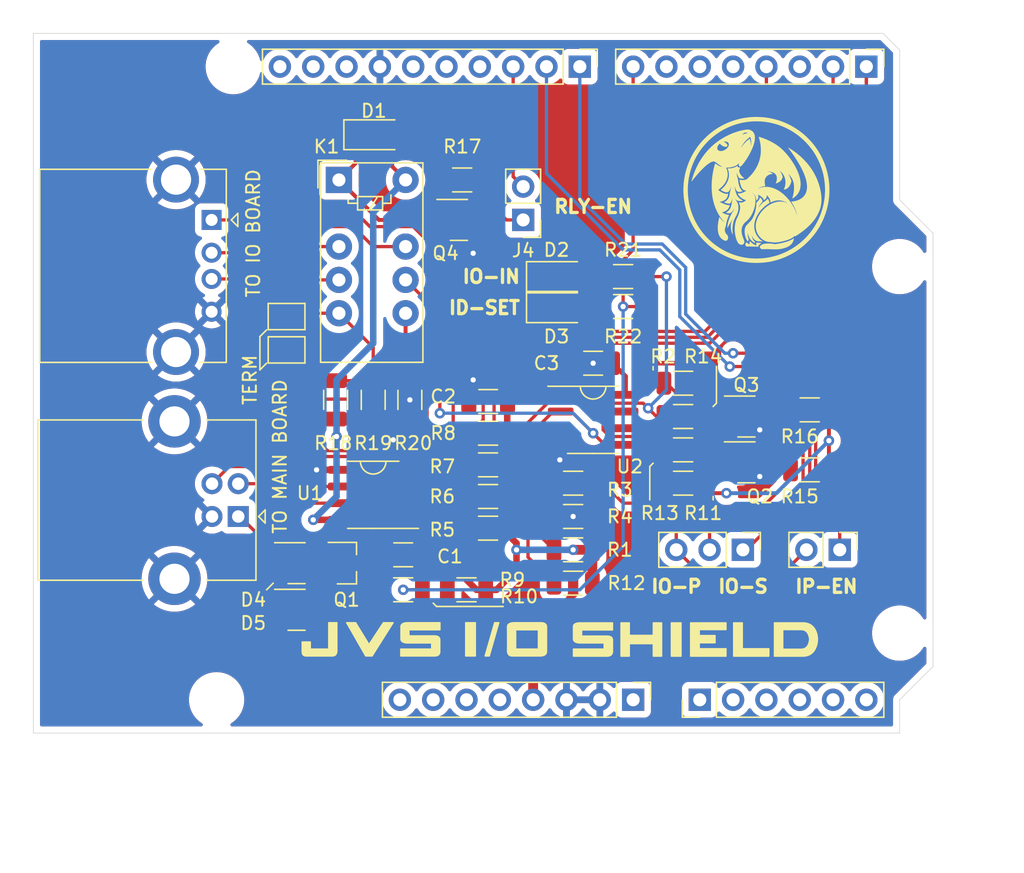
<source format=kicad_pcb>
(kicad_pcb (version 20211014) (generator pcbnew)
  (title_block (title "JVS I/O Sheild") (date "2022-10-13") (rev "1") (company "Naoki's Retro Corner"))
  (layers (0 "F.Cu" signal) (31 "B.Cu" signal) (34 "B.Paste" user) (35 "F.Paste" user) (36 "B.SilkS" user "B.Silkscreen") (37 "F.SilkS" user "F.Silkscreen") (38 "B.Mask" user) (39 "F.Mask" user) (44 "Edge.Cuts" user))
  (net 0 "")
  (net 1 "GND")
  (net 2 "VCC")
  (net 3 "Net-(J1-Pad2)")
  (net 5 "Net-(Q1-Pad1)")
  (net 6 "Net-(JVS-A1-Pad3)")
  (net 7 "Net-(JVS-A1-Pad2)")
  (net 8 "Sense-In")
  (net 9 "Net-(D2-Pad2)")
  (net 10 "Net-(D3-Pad2)")
  (net 11 "Net-(JVS-B1-Pad1)")
  (net 21 "Net-(Q2-Pad1)")
  (net 22 "IO-PRESENT")
  (net 23 "Net-(Q3-Pad1)")
  (net 24 "Net-(J2-Pad2)")
  (net 25 "Net-(Q4-Pad1)")
  (net 26 "Net-(D1-Pad1)")
  (net 27 "Net-(R2-Pad2)")
  (net 28 "Net-(R3-Pad2)")
  (net 29 "SENSE-OUT")
  (net 30 "Net-(R11-Pad1)")
  (net 31 "Net-(R12-Pad1)")
  (net 32 "TERM-RLY")
  (net 33 "Net-(K1-Pad4)")
  (net 34 "Net-(K1-Pad7)")
  (net 35 "IO-SET")
  (net 36 "Net-(JVS-B1-Pad2)")
  (net 37 "Net-(JVS-B1-Pad3)")
  (net 39 "Net-(D4-Pad3)")
  (net 40 "Net-(J2-Pad3)")
  (net 45 "Net-(J1-Pad1)")
  (net 46 "Net-(J1-Pad4)")
  (net 47 "Net-(J4-Pad1)")
  (footprint "Connector_USB:USB_A_CONNFLY_DS1095-WNR0" (layer "F.Cu") (at 82.169 50.292 -90)
    (fp_text reference "JVS-A1" hide)
    (fp_text value "USB_A")
  )
  (footprint "Connector_PinHeader_2.54mm:PinHeader_1x06_P2.54mm_Vertical" (layer "F.Cu") (at 119.38 86.868 90)
    (fp_text reference "REF**" hide)
    (fp_text value "PinHeader_1x06_P2.54mm_Vertical")
  )
  (footprint "MountingHole:MountingHole_3.2mm_M3" (layer "F.Cu") (at 82.55 86.868)
    (fp_text reference "REF**" hide)
    (fp_text value "MountingHole_3.2mm_M3")
  )
  (footprint "MountingHole:MountingHole_3.2mm_M3" (layer "F.Cu") (at 134.62 81.788)
    (fp_text reference "REF**" hide)
    (fp_text value "MountingHole_3.2mm_M3")
  )
  (footprint "MountingHole:MountingHole_3.2mm_M3" (layer "F.Cu") (at 134.62 53.848)
    (fp_text reference "REF**" hide)
    (fp_text value "MountingHole_3.2mm_M3")
  )
  (footprint "MountingHole:MountingHole_3.2mm_M3" (layer "F.Cu") (at 83.82 38.608)
    (fp_text reference "REF**" hide)
    (fp_text value "MountingHole_3.2mm_M3")
  )
  (footprint "Connector_USB:USB_B_Lumberg_2411_02_Horizontal" (layer "F.Cu") (at 84.201 72.898 180)
    (fp_text reference "JVS-B1" hide)
    (fp_text value "USB_B")
  )
  (footprint "Package_SO:SOIC-8_3.9x4.9mm_P1.27mm" (layer "F.Cu") (at 94.488 71.247 180)
    (fp_text reference "U1")
    (fp_text value "MAX485E")
  )
  (footprint "Resistor_SMD:R_1206_3216Metric" (layer "F.Cu") (at 103.24051 66.548 180)
    (fp_text reference "R8")
    (fp_text value "103")
  )
  (footprint "Resistor_SMD:R_1206_3216Metric" (layer "F.Cu") (at 103.24051 68.961 180)
    (fp_text reference "R7")
    (fp_text value "103")
  )
  (footprint "Resistor_SMD:R_1206_3216Metric" (layer "F.Cu") (at 103.24051 71.374 180)
    (fp_text reference "R6")
    (fp_text value "103")
  )
  (footprint "Resistor_SMD:R_1206_3216Metric" (layer "F.Cu") (at 103.24051 73.787 180)
    (fp_text reference "R5")
    (fp_text value "103")
  )
  (footprint "Capacitor_SMD:C_1206_3216Metric" (layer "F.Cu") (at 96.774 75.819 180)
    (fp_text reference "C1")
    (fp_text value "10")
  )
  (footprint "Capacitor_SMD:C_1206_3216Metric" (layer "F.Cu") (at 103.251 64.135 180)
    (fp_text reference "C2")
    (fp_text value "0.1")
  )
  (footprint "Connector_PinHeader_2.54mm:PinHeader_1x08_P2.54mm_Vertical" (layer "F.Cu") (at 132.08 38.608 -90)
    (fp_text reference "J1" hide)
    (fp_text value "Conn_01x08")
  )
  (footprint "Package_TO_SOT_SMD:SOT-23" (layer "F.Cu") (at 92.456 76.454)
    (fp_text reference "Q1")
    (fp_text value "BC847")
  )
  (footprint "Resistor_SMD:R_1206_3216Metric" (layer "F.Cu") (at 101.6 78.486 180)
    (fp_text reference "R9")
    (fp_text value "103")
  )
  (footprint "Resistor_SMD:R_1206_3216Metric" (layer "F.Cu") (at 96.774 78.486 180)
    (fp_text reference "R10")
    (fp_text value "102")
  )
  (footprint "Connector_PinHeader_2.54mm:PinHeader_1x08_P2.54mm_Vertical" (layer "F.Cu") (at 114.3 86.868 -90)
    (fp_text reference "PPWR1" hide)
    (fp_text value "Conn_01x08")
  )
  (footprint "Connector_PinHeader_2.54mm:PinHeader_1x10_P2.54mm_Vertical" (layer "F.Cu") (at 110.236 38.608 -90)
    (fp_text reference "Pdig2" hide)
    (fp_text value "Conn_01x10")
  )
  (footprint "Package_TO_SOT_SMD:SOT-23" (layer "F.Cu") (at 101.02001 50.292)
    (fp_text reference "Q4")
    (fp_text value "BC847")
  )
  (footprint "LED_SMD:LED_1206_3216Metric" (layer "F.Cu") (at 108.458 56.984)
    (fp_text reference "D3")
    (fp_text value "ID-SET")
  )
  (footprint "Jumper:SolderJumper-2_P1.3mm_Open_Pad1.0x1.5mm" (layer "F.Cu") (at 87.884 60.198 180)
    (fp_text reference "JPN1" hide)
    (fp_text value "Jumper_2_Open")
  )
  (footprint "Diode_SMD:D_1206_3216Metric" (layer "F.Cu") (at 94.53751 43.7995)
    (fp_text reference "D1")
    (fp_text value "D")
  )
  (footprint "Connector_PinHeader_2.54mm:PinHeader_1x02_P2.54mm_Vertical" (layer "F.Cu") (at 130.048 75.438 -90)
    (fp_text reference "J3" hide)
    (fp_text value "Conn_01x03")
  )
  (footprint "Resistor_SMD:R_1206_3216Metric" (layer "F.Cu") (at 118.11 62.738 180)
    (fp_text reference "R2")
    (fp_text value "473")
  )
  (footprint "Resistor_SMD:R_1206_3216Metric" (layer "F.Cu") (at 97.282 64.008 90)
    (fp_text reference "R20")
    (fp_text value "103")
  )
  (footprint "Resistor_SMD:R_1206_3216Metric" (layer "F.Cu") (at 109.728 70.358 180)
    (fp_text reference "R3")
    (fp_text value "473")
  )
  (footprint "Resistor_SMD:R_1206_3216Metric" (layer "F.Cu") (at 127.762 69.342 180)
    (fp_text reference "R15")
    (fp_text value "103")
  )
  (footprint "Connector_PinHeader_2.54mm:PinHeader_1x03_P2.54mm_Vertical" (layer "F.Cu") (at 122.667 75.438 -90)
    (fp_text reference "J2" hide)
    (fp_text value "Conn_01x03")
  )
  (footprint "Resistor_SMD:R_1206_3216Metric" (layer "F.Cu") (at 118.11 70.358)
    (fp_text reference "R11")
    (fp_text value "103")
  )
  (footprint "Package_TO_SOT_SMD:SOT-23" (layer "F.Cu") (at 88.646 76.454)
    (fp_text reference "D4")
    (fp_text value "BAS70-04")
  )
  (footprint "Resistor_SMD:R_1206_3216Metric" (layer "F.Cu") (at 91.62201 64.008 -90)
    (fp_text reference "R18")
    (fp_text value "103")
  )
  (footprint "Resistor_SMD:R_1206_3216Metric" (layer "F.Cu") (at 127.762 64.77 180)
    (fp_text reference "R16")
    (fp_text value "103")
  )
  (footprint "Resistor_SMD:R_1206_3216Metric" (layer "F.Cu") (at 113.538 56.896 180)
    (fp_text reference "R22")
    (fp_text value "102")
  )
  (footprint "Resistor_SMD:R_1206_3216Metric" (layer "F.Cu") (at 101.27401 47.244)
    (fp_text reference "R17")
    (fp_text value "102")
  )
  (footprint "Resistor_SMD:R_1206_3216Metric" (layer "F.Cu") (at 118.11 67.818 180)
    (fp_text reference "R13")
    (fp_text value "103")
  )
  (footprint "Jumper:SolderJumper-2_P1.3mm_Open_Pad1.0x1.5mm" (layer "F.Cu") (at 87.884 57.658 180)
    (fp_text reference "JPP1" hide)
    (fp_text value "Jumper_2_Open")
  )
  (footprint "Resistor_SMD:R_1206_3216Metric" (layer "F.Cu") (at 94.488 64.008 -90)
    (fp_text reference "R19")
    (fp_text value "121")
  )
  (footprint "Resistor_SMD:R_1206_3216Metric" (layer "F.Cu") (at 109.728 77.978)
    (fp_text reference "R12")
    (fp_text value "103")
  )
  (footprint "Resistor_SMD:R_1206_3216Metric" (layer "F.Cu") (at 109.728 72.898)
    (fp_text reference "R4")
    (fp_text value "333")
  )
  (footprint "Package_TO_SOT_SMD:SOT-23" (layer "F.Cu") (at 122.936 68.768)
    (fp_text reference "Q2")
    (fp_text value "BC847")
  )
  (footprint "LED_SMD:LED_1206_3216Metric" (layer "F.Cu") (at 108.458 54.61)
    (fp_text reference "D2")
    (fp_text value "IO-SET")
  )
  (footprint "Package_SO:SOIC-8_3.9x4.9mm_P1.27mm" (layer "F.Cu") (at 111.252 65.532)
    (fp_text reference "U2")
    (fp_text value "LM393")
  )
  (footprint "Resistor_SMD:R_1206_3216Metric" (layer "F.Cu") (at 109.728 75.438 180)
    (fp_text reference "R1")
    (fp_text value "103")
  )
  (footprint "Relay_THT:Relay_DPDT_Omron_G6S-2" (layer "F.Cu") (at 91.87601 47.244)
    (fp_text reference "K1")
    (fp_text value "G6S-2")
  )
  (footprint "Package_TO_SOT_SMD:SOT-23" (layer "F.Cu") (at 88.646 80.01)
    (fp_text reference "D5")
    (fp_text value "BAS70-04")
  )
  (footprint "Connector_PinHeader_2.54mm:PinHeader_1x02_P2.54mm_Vertical" (layer "F.Cu") (at 105.918 50.292 180)
    (fp_text reference "J4")
    (fp_text value "Conn_01x03")
  )
  (footprint "Capacitor_SMD:C_1206_3216Metric" (layer "F.Cu") (at 111.252 61.214 180)
    (fp_text reference "C3")
    (fp_text value "10")
  )
  (footprint "Resistor_SMD:R_1206_3216Metric" (layer "F.Cu") (at 118.11 65.278 180)
    (fp_text reference "R14")
    (fp_text value "103")
  )
  (footprint "Package_TO_SOT_SMD:SOT-23" (layer "F.Cu") (at 122.936 65.278)
    (fp_text reference "Q3")
    (fp_text value "BC847")
  )
  (footprint "Resistor_SMD:R_1206_3216Metric" (layer "F.Cu") (at 113.538 54.61 180)
    (fp_text reference "R21")
    (fp_text value "102")
  )
  (gr_poly (pts (xy 127.313815 81.007263) (xy 127.397997 81.01455) (xy 127.478768 81.026694) (xy 127.556128 81.043695) (xy 127.630077 81.065554) (xy 127.700616 81.092271) (xy 127.767744 81.123845) (xy 127.831461 81.160277) (xy 127.891767 81.201567) (xy 127.948662 81.247714) (xy 128.002147 81.298718) (xy 128.052221 81.35458) (xy 128.098884 81.4153) (xy 128.142137 81.480878) (xy 128.181978 81.551313) (xy 128.218409 81.626606) (xy 128.232879 81.660092) (xy 128.246522 81.694405) (xy 128.259338 81.729544) (xy 128.271327 81.765511) (xy 128.282489 81.802305) (xy 128.292825 81.839925) (xy 128.302333 81.878372) (xy 128.311015 81.917646) (xy 128.31887 81.957747) (xy 128.325898 81.998675) (xy 128.332099 82.04043) (xy 128.337474 82.083012) (xy 128.342021 82.12642) (xy 128.345742 82.170656) (xy 128.348636 82.215718) (xy 128.350703 82.261608) (xy 128.345742 82.352558) (xy 128.337474 82.440201) (xy 128.332099 82.482783) (xy 128.325898 82.524537) (xy 128.31887 82.565465) (xy 128.311015 82.605566) (xy 128.302333 82.64484) (xy 128.292825 82.683287) (xy 128.282489 82.720907) (xy 128.271327 82.7577) (xy 128.259338 82.793667) (xy 128.246522 82.828807) (xy 128.232879 82.86312) (xy 128.218409 82.896606) (xy 128.20062 82.936487) (xy 128.181978 82.975102) (xy 128.162484 83.012451) (xy 128.142137 83.048534) (xy 128.120937 83.083351) (xy 128.098884 83.116902) (xy 128.075979 83.149187) (xy 128.052221 83.180206) (xy 128.02761 83.209958) (xy 128.002147 83.238445) (xy 127.975831 83.265665) (xy 127.948662 83.29162) (xy 127.920641 83.316308) (xy 127.891767 83.33973) (xy 127.86204 83.361887) (xy 127.831461 83.382777) (xy 127.800029 83.402401) (xy 127.767744 83.420759) (xy 127.734606 83.437851) (xy 127.700616 83.453677) (xy 127.665773 83.468236) (xy 127.630077 83.48153) (xy 127.593529 83.493558) (xy 127.556128 83.504319) (xy 127.517874 83.513815) (xy 127.478768 83.522044) (xy 127.438808 83.529008) (xy 127.397997 83.534705) (xy 127.356332 83.539136) (xy 127.313815 83.542302) (xy 127.226222 83.544834) (xy 125.069873 83.544834) (xy 125.069873 83.015666) (xy 125.704867 83.015666) (xy 127.080706 83.015666) (xy 127.13259 83.01422) (xy 127.182407 83.009879) (xy 127.230156 83.002644) (xy 127.275838 82.992516) (xy 127.319453 82.979493) (xy 127.361001 82.963577) (xy 127.400482 82.944767) (xy 127.437896 82.923063) (xy 127.473242 82.898465) (xy 127.506521 82.870974) (xy 127.537734 82.840588) (xy 127.566879 82.807309) (xy 127.593958 82.771135) (xy 127.618969 82.732068) (xy 127.641913 82.690107) (xy 127.662791 82.645252) (xy 127.670904 82.625149) (xy 127.678708 82.60453) (xy 127.693384 82.561742) (xy 127.70682 82.516887) (xy 127.719016 82.469965) (xy 127.729971 82.420976) (xy 127.739687 82.36992) (xy 127.748162 82.316798) (xy 127.755397 82.261608) (xy 127.755389 82.261608) (xy 127.748152 82.209517) (xy 127.739675 82.159081) (xy 127.729958 82.110298) (xy 127.719002 82.063169) (xy 127.706807 82.017694) (xy 127.693372 81.973872) (xy 127.678697 81.931704) (xy 127.662783 81.891189) (xy 127.652616 81.8684) (xy 127.641957 81.846334) (xy 127.630808 81.824992) (xy 127.619168 81.804373) (xy 127.607037 81.784477) (xy 127.594414 81.765305) (xy 127.581301 81.746857) (xy 127.567697 81.729132) (xy 127.553602 81.71213) (xy 127.539017 81.695852) (xy 127.52394 81.680298) (xy 127.508372 81.665466) (xy 127.492314 81.651359) (xy 127.475764 81.637975) (xy 127.458724 81.625314) (xy 127.441192 81.613377) (xy 127.42317 81.602163) (xy 127.404657 81.591673) (xy 127.385653 81.581906) (xy 127.366158 81.572862) (xy 127.346172 81.564542) (xy 127.325695 81.556946) (xy 127.304728 81.550073) (xy 127.283269 81.543924) (xy 127.26132 81.538497) (xy 127.238879 81.533795) (xy 127.215948 81.529816) (xy 127.192526 81.52656) (xy 127.168613 81.524028) (xy 127.144209 81.522219) (xy 127.093928 81.520772) (xy 125.704867 81.520772) (xy 125.704867 83.015666) (xy 125.069873 83.015666) (xy 125.069873 81.004835) (xy 127.226222 81.004835)) (layer "F.SilkS") (width 0.1) (fill solid))
  (gr_line (start 99.314 79.756) (end 99.06 79.502) (layer "F.SilkS") (width 0.12))
  (gr_line (start 86.36 58.674) (end 85.852 59.182) (layer "F.SilkS") (width 0.12))
  (gr_poly (pts (xy 121.378939 81.520774) (xy 119.341639 81.520774) (xy 119.341639 81.970565) (xy 120.545489 81.970565) (xy 120.545489 82.526187) (xy 119.341639 82.526187) (xy 119.341639 82.975978) (xy 121.378939 82.975978) (xy 121.378939 83.544834) (xy 118.680186 83.544834) (xy 118.680186 81.004837) (xy 121.378939 81.004837)) (layer "F.SilkS") (width 0.1) (fill solid))
  (gr_line (start 104.394 79.756) (end 99.314 79.756) (layer "F.SilkS") (width 0.12))
  (gr_poly (pts (xy 114.010287 81.957336) (xy 115.83591 81.957336) (xy 115.83591 81.004835) (xy 116.470912 81.004835) (xy 116.470912 83.544834) (xy 115.83591 83.544834) (xy 115.83591 82.592334) (xy 114.010287 82.592334) (xy 114.010287 83.544834) (xy 113.375293 83.544834) (xy 113.375293 81.004835) (xy 114.010287 81.004835)) (layer "F.SilkS") (width 0.1) (fill solid))
  (gr_line (start 115.824 68.834) (end 115.57 69.088) (layer "F.SilkS") (width 0.12))
  (gr_poly (pts (xy 117.952578 83.544834) (xy 117.211749 83.544834) (xy 117.211749 81.004835) (xy 117.952578 81.004835)) (layer "F.SilkS") (width 0.1) (fill solid))
  (gr_poly (pts (xy 123.194221 51.908751) (xy 123.1946 51.908945) (xy 123.195729 51.909707) (xy 123.197326 51.910945) (xy 123.199364 51.912634) (xy 123.204643 51.917267) (xy 123.211332 51.923404) (xy 123.2192 51.930842) (xy 123.228013 51.939382) (xy 123.23754 51.948821) (xy 123.247547 51.958957) (xy 123.258703 51.969903) (xy 123.27106 51.981663) (xy 123.284208 51.993873) (xy 123.297735 52.006168) (xy 123.311232 52.018184) (xy 123.324287 52.029557) (xy 123.336489 52.039922) (xy 123.347427 52.048915) (xy 123.358364 52.057794) (xy 123.370557 52.067364) (xy 123.383588 52.07732) (xy 123.397036 52.087362) (xy 123.410485 52.097187) (xy 123.423516 52.106493) (xy 123.435709 52.114977) (xy 123.446646 52.122336) (xy 123.457765 52.129673) (xy 123.470489 52.137622) (xy 123.484376 52.145928) (xy 123.498984 52.154335) (xy 123.51387 52.162586) (xy 123.528594 52.170427) (xy 123.542714 52.177601) (xy 123.555786 52.183852) (xy 123.568828 52.189997) (xy 123.583226 52.196544) (xy 123.599098 52.203526) (xy 123.616558 52.210972) (xy 123.635723 52.218915) (xy 123.65671 52.227385) (xy 123.679635 52.236413) (xy 123.704615 52.24603) (xy 123.701307 52.227508) (xy 123.697008 52.197247) (xy 123.693866 52.174489) (xy 123.690724 52.150118) (xy 123.689361 52.137345) (xy 123.688254 52.124084) (xy 123.687411 52.110714) (xy 123.686838 52.097615) (xy 123.686545 52.085168) (xy 123.686539 52.073751) (xy 123.686827 52.063745) (xy 123.687417 52.05553) (xy 123.68879 52.044563) (xy 123.689436 52.040096) (xy 123.690094 52.036254) (xy 123.690794 52.032998) (xy 123.691568 52.030287) (xy 123.691991 52.029124) (xy 123.692444 52.028082) (xy 123.69293 52.027157) (xy 123.693453 52.026343) (xy 123.694016 52.025636) (xy 123.694624 52.02503) (xy 123.69528 52.024521) (xy 123.695989 52.024104) (xy 123.696753 52.023774) (xy 123.697576 52.023525) (xy 123.698463 52.023353) (xy 123.699416 52.023253) (xy 123.701539 52.023248) (xy 123.703975 52.023471) (xy 123.706754 52.023882) (xy 123.709906 52.024441) (xy 123.714724 52.025273) (xy 123.721534 52.02626) (xy 123.73992 52.028576) (xy 123.762648 52.031139) (xy 123.787297 52.033702) (xy 123.80169 52.035245) (xy 123.819595 52.036865) (xy 123.863117 52.040151) (xy 123.91222 52.04319) (xy 123.96126 52.045608) (xy 123.98552 52.046907) (xy 124.007501 52.048306) (xy 124.026908 52.049782) (xy 124.043447 52.051313) (xy 124.056823 52.052875) (xy 124.066743 52.054445) (xy 124.070314 52.055225) (xy 124.07291 52.055999) (xy 124.074495 52.056763) (xy 124.075032 52.057515) (xy 124.074995 52.057844) (xy 124.074887 52.05821) (xy 124.074708 52.058612) (xy 124.074462 52.059047) (xy 124.074149 52.059514) (xy 124.073771 52.060012) (xy 124.073331 52.060538) (xy 124.07283 52.061091) (xy 124.071652 52.062271) (xy 124.070253 52.063538) (xy 124.068646 52.064879) (xy 124.066846 52.066279) (xy 124.064868 52.067727) (xy 124.062726 52.069207) (xy 124.060435 52.070706) (xy 124.058009 52.072212) (xy 124.055464 52.07371) (xy 124.052812 52.075186) (xy 124.05007 52.076627) (xy 124.047251 52.07802) (xy 124.040601 52.081556) (xy 124.03275 52.086092) (xy 124.023984 52.091449) (xy 124.014591 52.09745) (xy 124.004856 52.103916) (xy 123.995068 52.110669) (xy 123.985511 52.117531) (xy 123.976474 52.124322) (xy 123.967468 52.131443) (xy 123.958005 52.139246) (xy 123.948372 52.147484) (xy 123.938854 52.155907) (xy 123.92974 52.164268) (xy 123.921315 52.172319) (xy 123.913867 52.179813) (xy 123.907683 52.1865) (xy 123.902257 52.193157) (xy 123.896521 52.200566) (xy 123.890661 52.208486) (xy 123.884862 52.216678) (xy 123.879312 52.224901) (xy 123.874196 52.232915) (xy 123.8697 52.240479) (xy 123.867743 52.244017) (xy 123.866011 52.247353) (xy 123.86273 52.254403) (xy 123.859365 52.262205) (xy 123.855953 52.270828) (xy 123.852534 52.280343) (xy 123.850833 52.285457) (xy 123.849145 52.29082) (xy 123.847474 52.29644) (xy 123.845826 52.302327) (xy 123.844205 52.308489) (xy 123.842616 52.314935) (xy 123.841063 52.321673) (xy 123.839553 52.328713) (xy 123.786636 52.32739) (xy 123.744788 52.326057) (xy 123.669144 52.324166) (xy 123.459875 52.319453) (xy 123.345577 52.317366) (xy 123.237046 52.316146) (xy 123.146499 52.315919) (xy 123.086151 52.316807) (xy 123.063195 52.317397) (xy 123.04203 52.317676) (xy 123.022771 52.317644) (xy 123.005536 52.317303) (xy 122.99044 52.316652) (xy 122.9776 52.315691) (xy 122.967131 52.31442) (xy 122.959151 52.312839) (xy 122.955656 52.311878) (xy 122.952122 52.310734) (xy 122.948554 52.30941) (xy 122.944961 52.307909) (xy 122.941348 52.306233) (xy 122.937722 52.304386) (xy 122.934091 52.30237) (xy 122.93046 52.300188) (xy 122.926837 52.297844) (xy 122.923229 52.29534) (xy 122.919643 52.292679) (xy 122.916084 52.289863) (xy 122.91256 52.286897) (xy 122.909078 52.283782) (xy 122.905644 52.280522) (xy 122.902266 52.277119) (xy 122.899292 52.274061) (xy 122.896335 52.270855) (xy 122.89341 52.267523) (xy 122.890535 52.264087) (xy 122.887726 52.260569) (xy 122.884999 52.256993) (xy 122.882371 52.25338) (xy 122.879859 52.249752) (xy 122.877478 52.246132) (xy 122.875245 52.242542) (xy 122.873177 52.239004) (xy 122.871291 52.235541) (xy 122.869602 52.232175) (xy 122.868127 52.228928) (xy 122.866883 52.225822) (xy 122.865885 52.22288) (xy 122.864405 52.216846) (xy 122.862971 52.209827) (xy 122.86163 52.20208) (xy 122.860428 52.193859) (xy 122.859413 52.185422) (xy 122.85863 52.177023) (xy 122.858126 52.168919) (xy 122.857948 52.161365) (xy 122.858016 52.157743) (xy 122.858218 52.15385) (xy 122.858545 52.149721) (xy 122.858992 52.145397) (xy 122.860215 52.136308) (xy 122.861834 52.126886) (xy 122.863794 52.117433) (xy 122.866041 52.108251) (xy 122.86852 52.099643) (xy 122.86983 52.095649) (xy 122.871177 52.091911) (xy 122.872677 52.088297) (xy 122.87446 52.084394) (xy 122.876547 52.080189) (xy 122.87896 52.075674) (xy 122.881717 52.070838) (xy 122.884839 52.065669) (xy 122.888347 52.060156) (xy 122.892261 52.054291) (xy 122.896601 52.048061) (xy 122.901388 52.041456) (xy 122.906642 52.034465) (xy 122.912384 52.027078) (xy 122.918633 52.019284) (xy 122.92541 52.011072) (xy 122.932736 52.002433) (xy 122.94063 51.993354) (xy 122.977011 52.029734) (xy 122.985081 52.037506) (xy 122.994198 52.045774) (xy 123.004044 52.054291) (xy 123.0143 52.062807) (xy 123.02465 52.071075) (xy 123.034775 52.078847) (xy 123.044357 52.085875) (xy 123.053078 52.091911) (xy 123.071382 52.103807) (xy 123.091856 52.116633) (xy 123.111958 52.128839) (xy 123.129146 52.138875) (xy 123.14344 52.146926) (xy 123.155687 52.153674) (xy 123.160636 52.156309) (xy 123.164586 52.158315) (xy 123.167372 52.159593) (xy 123.168279 52.159927) (xy 123.168833 52.160041) (xy 123.169023 52.159904) (xy 123.169221 52.1595) (xy 123.169636 52.157912) (xy 123.170076 52.155332) (xy 123.170539 52.151814) (xy 123.171519 52.142182) (xy 123.172554 52.129449) (xy 123.17362 52.114049) (xy 123.174693 52.096417) (xy 123.175752 52.076987) (xy 123.176771 52.056193) (xy 123.179334 52.013849) (xy 123.181897 51.975908) (xy 123.184212 51.946525) (xy 123.185199 51.93634) (xy 123.186032 51.929854) (xy 123.186426 51.927763) (xy 123.186861 51.925716) (xy 123.187331 51.923725) (xy 123.18783 51.921803) (xy 123.188352 51.919962) (xy 123.188892 51.918215) (xy 123.189443 51.916575) (xy 123.19 51.915054) (xy 123.190557 51.913665) (xy 123.191109 51.91242) (xy 123.191649 51.911332) (xy 123.192171 51.910414) (xy 123.19267 51.909677) (xy 123.19314 51.909136) (xy 123.193575 51.908802) (xy 123.193777 51.908716) (xy 123.193969 51.908687) (xy 123.193969 51.908686)) (layer "F.SilkS") (width 0.005) (fill solid))
  (gr_poly (pts (xy 102.276015 83.531604) (xy 101.535178 83.531604) (xy 101.535178 80.991605) (xy 102.276015 80.991605)) (layer "F.SilkS") (width 0.1) (fill solid))
  (gr_poly (pts (xy 103.334346 83.531604) (xy 103.016848 83.531604) (xy 103.744452 80.991605) (xy 104.061953 80.991605)) (layer "F.SilkS") (width 0.1) (fill solid))
  (gr_arc (start 95.463 68.687) (mid 94.488 69.662) (end 93.513 68.687) (layer "F.SilkS") (width 0.12))
  (gr_arc (start 112.227 62.972) (mid 111.252 63.947) (end 110.277 62.972) (layer "F.SilkS") (width 0.12))
  (gr_line (start 120.65 64.262) (end 120.65 61.468) (layer "F.SilkS") (width 0.12))
  (gr_poly (pts (xy 94.166537 82.658481) (xy 95.264556 80.991605) (xy 96.005389 80.991605) (xy 94.404662 83.531604) (xy 93.915179 83.531604) (xy 92.459971 80.991605) (xy 93.147891 80.991605)) (layer "F.SilkS") (width 0.1) (fill solid))
  (gr_line (start 120.396 71.374) (end 120.396 71.628) (layer "F.SilkS") (width 0.12))
  (gr_line (start 115.824 61.468) (end 115.824 61.722) (layer "F.SilkS") (width 0.12))
  (gr_poly (pts (xy 122.622477 82.975978) (xy 124.646533 82.975978) (xy 124.646533 83.544834) (xy 121.961016 83.544834) (xy 121.961016 81.004835) (xy 122.622477 81.004835)) (layer "F.SilkS") (width 0.1) (fill solid))
  (gr_line (start 85.852 61.722) (end 86.36 61.214) (layer "F.SilkS") (width 0.12))
  (gr_line (start 115.57 69.088) (end 115.57 71.628) (layer "F.SilkS") (width 0.12))
  (gr_poly (pts (xy 126.543851 51.70439) (xy 126.544551 51.704622) (xy 126.545171 51.704955) (xy 126.545719 51.705385) (xy 126.546199 51.70591) (xy 126.546981 51.70724) (xy 126.547562 51.708927) (xy 126.547563 51.708926) (xy 126.547772 51.710293) (xy 126.547905 51.712138) (xy 126.547962 51.714429) (xy 126.547945 51.717133) (xy 126.547691 51.723646) (xy 126.547149 51.731416) (xy 126.546329 51.740177) (xy 126.545237 51.749668) (xy 126.543882 51.759623) (xy 126.542271 51.76978) (xy 126.54027 51.780717) (xy 126.537796 51.79291) (xy 126.534934 51.80594) (xy 126.53177 51.819389) (xy 126.528389 51.832838) (xy 126.524877 51.845868) (xy 126.521318 51.858061) (xy 126.517797 51.868999) (xy 126.513928 51.880267) (xy 126.508919 51.89341) (xy 126.502995 51.90795) (xy 126.496382 51.923403) (xy 126.489304 51.939291) (xy 126.481985 51.955133) (xy 126.474651 51.970447) (xy 126.467526 51.984754) (xy 126.45998 51.999) (xy 126.451434 52.014137) (xy 126.442191 52.029693) (xy 126.432552 52.045194) (xy 126.42282 52.060169) (xy 126.413297 52.074143) (xy 126.404286 52.086645) (xy 126.396089 52.097201) (xy 126.387869 52.107277) (xy 126.378332 52.118399) (xy 126.367834 52.130188) (xy 126.356732 52.142264) (xy 126.345381 52.154246) (xy 126.334139 52.165756) (xy 126.323362 52.176413) (xy 126.313407 52.185837) (xy 126.302939 52.195143) (xy 126.290689 52.205464) (xy 126.277106 52.216452) (xy 126.262639 52.227757) (xy 126.247738 52.239031) (xy 126.232853 52.249926) (xy 126.218433 52.260092) (xy 126.204927 52.269181) (xy 126.191063 52.278246) (xy 126.175616 52.287877) (xy 126.159116 52.297772) (xy 126.142089 52.307628) (xy 126.125061 52.317143) (xy 126.108561 52.326015) (xy 126.093115 52.333941) (xy 126.07925 52.340619) (xy 126.065324 52.347155) (xy 126.049701 52.35421) (xy 126.015502 52.368979) (xy 125.98093 52.383128) (xy 125.964842 52.389407) (xy 125.950266 52.394858) (xy 125.9168 52.406568) (xy 125.874528 52.420572) (xy 125.828785 52.434948) (xy 125.806277 52.441675) (xy 125.784901 52.447774) (xy 125.763236 52.453914) (xy 125.739447 52.460301) (xy 125.688659 52.473076) (xy 125.638864 52.48461) (xy 125.616314 52.489447) (xy 125.596385 52.493416) (xy 125.55737 52.500485) (xy 125.516928 52.507306) (xy 125.479834 52.513135) (xy 125.450865 52.517228) (xy 125.437032 52.5188) (xy 125.419332 52.520504) (xy 125.37521 52.524091) (xy 125.324268 52.527553) (xy 125.27227 52.530457) (xy 125.242416 52.531541) (xy 125.209297 52.532307) (xy 125.135597 52.532855) (xy 125.055819 52.532039) (xy 124.974614 52.529796) (xy 124.604198 52.517228) (xy 124.508111 52.515099) (xy 124.456358 52.514786) (xy 124.400055 52.515078) (xy 124.337644 52.516052) (xy 124.267567 52.517786) (xy 124.188266 52.520357) (xy 124.098182 52.523843) (xy 124.062464 52.498707) (xy 124.05867 52.496114) (xy 124.054752 52.493317) (xy 124.046661 52.487214) (xy 124.03843 52.480615) (xy 124.0303 52.473737) (xy 124.022511 52.466797) (xy 124.015304 52.460011) (xy 124.008918 52.453598) (xy 124.006108 52.450599) (xy 124.003594 52.447774) (xy 123.998811 52.44201) (xy 123.993982 52.435765) (xy 123.989246 52.429241) (xy 123.984742 52.422639) (xy 123.98061 52.416162) (xy 123.97699 52.410009) (xy 123.975416 52.407118) (xy 123.974021 52.404384) (xy 123.972825 52.401833) (xy 123.971843 52.399488) (xy 123.970867 52.397252) (xy 123.969926 52.394779) (xy 123.969024 52.392095) (xy 123.968164 52.389225) (xy 123.967351 52.386197) (xy 123.966588 52.383036) (xy 123.965879 52.379768) (xy 123.965229 52.37642) (xy 123.96464 52.373017) (xy 123.964117 52.369587) (xy 123.963665 52.366154) (xy 123.963285 52.362746) (xy 123.962984 52.359388) (xy 123.962764 52.356107) (xy 123.962629 52.352928) (xy 123.962583 52.349879) (xy 123.962537 52.346085) (xy 123.962651 52.34238) (xy 123.96293 52.338745) (xy 123.963378 52.335161) (xy 123.964001 52.331608) (xy 123.964803 52.328066) (xy 123.96579 52.324516) (xy 123.966965 52.32094) (xy 123.968334 52.317317) (xy 123.969901 52.313628) (xy 123.971672 52.309853) (xy 123.973652 52.305975) (xy 123.975844 52.301972) (xy 123.978255 52.297825) (xy 123.980888 52.293516) (xy 123.983749 52.289025) (xy 123.986162 52.28555) (xy 123.988915 52.281846) (xy 123.991977 52.277946) (xy 123.995314 52.273884) (xy 123.998896 52.269694) (xy 124.00269 52.26541) (xy 124.010786 52.256696) (xy 124.019348 52.248013) (xy 124.028118 52.239633) (xy 124.032502 52.23564) (xy 124.036843 52.231826) (xy 124.041107 52.228222) (xy 124.045265 52.224863) (xy 124.054196 52.217894) (xy 124.064375 52.210529) (xy 124.075437 52.202993) (xy 124.087019 52.195511) (xy 124.098756 52.188309) (xy 124.110284 52.181611) (xy 124.121238 52.175641) (xy 124.131254 52.170624) (xy 124.141662 52.165689) (xy 124.153744 52.160413) (xy 124.167066 52.154951) (xy 124.181194 52.149458) (xy 124.195695 52.144089) (xy 124.210133 52.138999) (xy 124.224075 52.134343) (xy 124.237087 52.130276) (xy 124.250491 52.126667) (xy 124.265561 52.122865) (xy 124.281794 52.118985) (xy 124.298686 52.115145) (xy 124.315733 52.111459) (xy 124.332431 52.108044) (xy 124.348276 52.105018) (xy 124.362765 52.102495) (xy 124.381977 52.099761) (xy 124.402855 52.097492) (xy 124.426075 52.095658) (xy 124.45231 52.094226) (xy 124.482234 52.093167) (xy 124.516523 52.092449) (xy 124.55585 52.09204) (xy 124.60089 52.091911) (xy 124.682828 52.092552) (xy 124.719255 52.093376) (xy 124.75286 52.094557) (xy 124.783799 52.09611) (xy 124.812226 52.09805) (xy 124.838297 52.100394) (xy 124.862166 52.103156) (xy 124.904851 52.108696) (xy 124.961054 52.116716) (xy 125.033132 52.127713) (xy 125.123442 52.142182) (xy 125.225968 52.127631) (xy 125.335108 52.110267) (xy 125.39712 52.099911) (xy 125.454171 52.089928) (xy 125.513785 52.078445) (xy 125.582824 52.064048) (xy 125.652856 52.048535) (xy 125.715447 52.033704) (xy 125.776518 52.018076) (xy 125.842364 52.000465) (xy 125.905109 51.983102) (xy 125.956879 51.968219) (xy 125.980238 51.960859) (xy 126.006086 51.952375) (xy 126.061803 51.933245) (xy 126.117148 51.913246) (xy 126.142531 51.903677) (xy 126.165238 51.894797) (xy 126.211479 51.875656) (xy 126.261811 51.853787) (xy 126.31016 51.831917) (xy 126.350447 51.812776) (xy 126.368243 51.803588) (xy 126.387024 51.793594) (xy 126.406223 51.783104) (xy 126.425275 51.772427) (xy 126.443613 51.761875) (xy 126.460673 51.751757) (xy 126.475888 51.742383) (xy 126.488692 51.734063) (xy 126.504597 51.72384) (xy 126.517331 51.715903) (xy 126.522623 51.712752) (xy 126.527259 51.710122) (xy 126.531285 51.707998) (xy 126.534746 51.706364) (xy 126.537688 51.705202) (xy 126.540155 51.704497) (xy 126.542195 51.704232)) (layer "F.SilkS") (width 0.005) (fill solid))
  (gr_poly (pts (xy 112.727069 81.547231) (xy 110.372279 81.547231) (xy 110.372279 82.010253) (xy 112.303729 82.010253) (xy 112.350342 82.011287) (xy 112.394267 82.014388) (xy 112.435506 82.019555) (xy 112.474057 82.02679) (xy 112.509921 82.036092) (xy 112.543098 82.047461) (xy 112.573587 82.060897) (xy 112.60139 82.0764) (xy 112.614283 82.084926) (xy 112.626505 82.09397) (xy 112.638055 82.10353) (xy 112.648933 82.113607) (xy 112.659139 82.124201) (xy 112.668673 82.135311) (xy 112.677536 82.146938) (xy 112.685727 82.159082) (xy 112.693246 82.171743) (xy 112.700093 82.18492) (xy 112.706269 82.198615) (xy 112.711772 82.212826) (xy 112.720764 82.242798) (xy 112.727069 82.274837) (xy 112.727069 83.227336) (xy 112.724252 83.24687) (xy 112.720764 83.265784) (xy 112.716604 83.284077) (xy 112.711772 83.30175) (xy 112.706269 83.318803) (xy 112.700093 83.335236) (xy 112.693246 83.351049) (xy 112.685727 83.366242) (xy 112.677536 83.380815) (xy 112.668673 83.394767) (xy 112.659139 83.4081) (xy 112.648933 83.420812) (xy 112.638055 83.432904) (xy 112.626505 83.444376) (xy 112.614283 83.455228) (xy 112.60139 83.46546) (xy 112.587824 83.475072) (xy 112.573587 83.484063) (xy 112.558678 83.492435) (xy 112.543098 83.500186) (xy 112.526845 83.507317) (xy 112.509921 83.513828) (xy 112.492325 83.519719) (xy 112.474057 83.52499) (xy 112.455117 83.529641) (xy 112.435506 83.533672) (xy 112.415222 83.537082) (xy 112.394267 83.539873) (xy 112.37264 83.542043) (xy 112.350342 83.543593) (xy 112.327371 83.544524) (xy 112.303729 83.544834) (xy 109.750499 83.544834) (xy 109.750499 83.002437) (xy 112.092059 83.002437) (xy 112.092059 82.539417) (xy 110.226748 82.539417) (xy 110.169079 82.535076) (xy 110.11513 82.528668) (xy 110.064902 82.520193) (xy 110.018394 82.509651) (xy 109.975607 82.497042) (xy 109.93654 82.482367) (xy 109.901194 82.465624) (xy 109.869569 82.446814) (xy 109.855151 82.436633) (xy 109.841663 82.425937) (xy 109.829106 82.414723) (xy 109.817479 82.402992) (xy 109.806782 82.390745) (xy 109.797015 82.377981) (xy 109.788179 82.364701) (xy 109.780272 82.350903) (xy 109.773296 82.336589) (xy 109.767249 82.321758) (xy 109.762133 82.30641) (xy 109.757948 82.290545) (xy 109.754692 82.274164) (xy 109.752367 82.257266) (xy 109.750971 82.239851) (xy 109.750506 82.22192) (xy 109.750506 81.295877) (xy 109.750971 81.278772) (xy 109.752367 81.262184) (xy 109.754692 81.246112) (xy 109.757948 81.230558) (xy 109.762133 81.21552) (xy 109.767249 81.200999) (xy 109.773296 81.186994) (xy 109.780272 81.173507) (xy 109.788179 81.160536) (xy 109.797015 81.148082) (xy 109.806782 81.136145) (xy 109.817479 81.124724) (xy 109.829106 81.11382) (xy 109.841663 81.103433) (xy 109.855151 81.093563) (xy 109.869569 81.08421) (xy 109.884916 81.075373) (xy 109.901194 81.067053) (xy 109.918402 81.05925) (xy 109.93654 81.051964) (xy 109.955609 81.045194) (xy 109.975607 81.038941) (xy 109.996536 81.033205) (xy 110.018394 81.027986) (xy 110.041183 81.023283) (xy 110.064902 81.019097) (xy 110.089551 81.015428) (xy 110.11513 81.012276) (xy 110.14164 81.009641) (xy 110.169079 81.007522) (xy 110.226748 81.004835) (xy 112.727069 81.004835)) (layer "F.SilkS") (width 0.1) (fill solid))
  (gr_poly (pts (xy 99.577262 81.534002) (xy 97.209243 81.534002) (xy 97.209243 81.997024) (xy 99.153929 81.997024) (xy 99.20049 81.998109) (xy 99.24426 82.001365) (xy 99.28524 82.006791) (xy 99.323429 82.014387) (xy 99.358827 82.024154) (xy 99.391435 82.036091) (xy 99.406693 82.042873) (xy 99.421253 82.050198) (xy 99.435115 82.058066) (xy 99.44828 82.066476) (xy 99.460747 82.075429) (xy 99.472516 82.084925) (xy 99.483588 82.094963) (xy 99.493962 82.105544) (xy 99.503638 82.116667) (xy 99.512617 82.128333) (xy 99.520899 82.140542) (xy 99.528482 82.153293) (xy 99.535368 82.166587) (xy 99.541557 82.180423) (xy 99.547047 82.194802) (xy 99.55184 82.209724) (xy 99.555936 82.225188) (xy 99.559333 82.241195) (xy 99.564036 82.274837) (xy 99.564036 83.227336) (xy 99.562034 83.246056) (xy 99.559333 83.264182) (xy 99.555936 83.281713) (xy 99.55184 83.29865) (xy 99.547047 83.314992) (xy 99.541557 83.330741) (xy 99.535368 83.345895) (xy 99.528482 83.360455) (xy 99.520899 83.37442) (xy 99.512617 83.387792) (xy 99.503638 83.400569) (xy 99.493962 83.412751) (xy 99.483588 83.42434) (xy 99.472516 83.435334) (xy 99.460747 83.445734) (xy 99.44828 83.45554) (xy 99.435115 83.464751) (xy 99.421253 83.473368) (xy 99.406693 83.481391) (xy 99.391435 83.48882) (xy 99.37548 83.495654) (xy 99.358827 83.501894) (xy 99.341477 83.50754) (xy 99.323429 83.512591) (xy 99.304683 83.517048) (xy 99.28524 83.520911) (xy 99.265099 83.52418) (xy 99.24426 83.526854) (xy 99.222724 83.528934) (xy 99.20049 83.53042) (xy 99.177559 83.531311) (xy 99.153929 83.531608) (xy 99.153929 83.531604) (xy 96.587474 83.531604) (xy 96.587474 83.002437) (xy 98.942263 83.002437) (xy 98.942263 82.539417) (xy 97.076949 82.539417) (xy 97.019278 82.535076) (xy 96.965329 82.528668) (xy 96.915099 82.520193) (xy 96.868591 82.509651) (xy 96.825803 82.497042) (xy 96.786735 82.482367) (xy 96.751389 82.465624) (xy 96.719763 82.446814) (xy 96.705345 82.436633) (xy 96.691857 82.425937) (xy 96.6793 82.414723) (xy 96.667672 82.402992) (xy 96.656975 82.390745) (xy 96.647208 82.377981) (xy 96.638372 82.364701) (xy 96.630465 82.350903) (xy 96.623489 82.336589) (xy 96.617443 82.321758) (xy 96.612327 82.30641) (xy 96.608141 82.290545) (xy 96.604885 82.274164) (xy 96.60256 82.257266) (xy 96.601164 82.239851) (xy 96.600699 82.22192) (xy 96.600699 81.295877) (xy 96.601164 81.278759) (xy 96.60256 81.262132) (xy 96.604885 81.245996) (xy 96.608141 81.230351) (xy 96.612327 81.215197) (xy 96.617443 81.200534) (xy 96.623489 81.186361) (xy 96.630465 81.17268) (xy 96.638372 81.159489) (xy 96.647208 81.14679) (xy 96.656975 81.134581) (xy 96.667672 81.122864) (xy 96.6793 81.111637) (xy 96.691857 81.100901) (xy 96.705345 81.090656) (xy 96.719763 81.080902) (xy 96.73511 81.071639) (xy 96.751389 81.062867) (xy 96.768597 81.054586) (xy 96.786735 81.046796) (xy 96.805804 81.039497) (xy 96.825803 81.032688) (xy 96.846732 81.026371) (xy 96.868591 81.020544) (xy 96.89138 81.015209) (xy 96.915099 81.010364) (xy 96.939749 81.00601) (xy 96.965329 81.002147) (xy 96.991838 80.998775) (xy 97.019278 80.995894) (xy 97.076949 80.991605) (xy 99.577262 80.991605)) (layer "F.SilkS") (width 0.1) (fill solid))
  (gr_poly (pts (xy 123.970966 48.585858) (xy 123.971406 48.585979) (xy 123.971842 48.586185) (xy 123.971844 48.586182) (xy 123.972816 48.586744) (xy 123.974226 48.587672) (xy 123.978252 48.590543) (xy 123.983704 48.594623) (xy 123.990365 48.599741) (xy 123.998018 48.605728) (xy 124.006446 48.612412) (xy 124.015433 48.619624) (xy 124.024761 48.627192) (xy 124.029576 48.631208) (xy 124.03457 48.635541) (xy 124.044946 48.644999) (xy 124.055585 48.655248) (xy 124.066185 48.66597) (xy 124.076444 48.676846) (xy 124.086059 48.68756) (xy 124.094729 48.697793) (xy 124.098615 48.70263) (xy 124.102151 48.707228) (xy 124.108853 48.716513) (xy 124.115463 48.726317) (xy 124.121824 48.736354) (xy 124.127782 48.746337) (xy 124.133182 48.755978) (xy 124.13787 48.764992) (xy 124.141688 48.773091) (xy 124.143224 48.776707) (xy 124.144484 48.779988) (xy 124.146431 48.786494) (xy 124.148277 48.793465) (xy 124.149984 48.800684) (xy 124.151512 48.807935) (xy 124.152824 48.814999) (xy 124.153879 48.82166) (xy 124.15464 48.827701) (xy 124.155068 48.832905) (xy 124.155503 48.837987) (xy 124.155822 48.843674) (xy 124.156032 48.849764) (xy 124.156142 48.856056) (xy 124.156159 48.862348) (xy 124.15609 48.868438) (xy 124.155945 48.874125) (xy 124.155729 48.879207) (xy 124.155507 48.88264) (xy 124.155072 48.886023) (xy 124.154393 48.889398) (xy 124.153445 48.892809) (xy 124.152198 48.896296) (xy 124.150625 48.899904) (xy 124.148697 48.903674) (xy 124.146386 48.90765) (xy 124.143664 48.911874) (xy 124.140504 48.916389) (xy 124.136876 48.921236) (xy 124.132753 48.92646) (xy 124.128108 48.932103) (xy 124.12291 48.938206) (xy 124.117134 48.944814) (xy 124.110749 48.951968) (xy 124.100799 48.963235) (xy 124.089562 48.976379) (xy 124.077426 48.990918) (xy 124.064778 49.006372) (xy 124.052006 49.02226) (xy 124.039498 49.038102) (xy 124.027641 49.053416) (xy 124.016822 49.067723) (xy 124.006213 49.082212) (xy 123.994953 49.098057) (xy 123.983383 49.114755) (xy 123.971843 49.131802) (xy 123.960676 49.148693) (xy 123.950222 49.164926) (xy 123.940822 49.179996) (xy 123.932817 49.1934) (xy 123.925194 49.206412) (xy 123.917346 49.220354) (xy 123.909482 49.234792) (xy 123.901812 49.249293) (xy 123.894545 49.263421) (xy 123.88789 49.276743) (xy 123.882057 49.288825) (xy 123.877255 49.299233) (xy 123.873206 49.3085) (xy 123.869545 49.31731) (xy 123.866349 49.325453) (xy 123.863695 49.33272) (xy 123.861662 49.338901) (xy 123.860326 49.343789) (xy 123.859944 49.345681) (xy 123.859765 49.347172) (xy 123.8598 49.348235) (xy 123.8599 49.348597) (xy 123.860057 49.348843) (xy 123.860245 49.349023) (xy 123.860436 49.349191) (xy 123.860631 49.349348) (xy 123.860827 49.349494) (xy 123.861026 49.349627) (xy 123.861226 49.349749) (xy 123.861427 49.34986) (xy 123.861628 49.349959) (xy 123.86183 49.350046) (xy 123.862031 49.350122) (xy 123.862231 49.350185) (xy 123.862429 49.350238) (xy 123.862626 49.350279) (xy 123.86282 49.350308) (xy 123.863011 49.350325) (xy 123.863199 49.350331) (xy 123.863383 49.350325) (xy 123.863563 49.350308) (xy 123.863737 49.350279) (xy 123.863907 49.350238) (xy 123.864071 49.350185) (xy 123.864228 49.350122) (xy 123.864379 49.350046) (xy 123.864522 49.349959) (xy 123.864657 49.34986) (xy 123.864785 49.349749) (xy 123.864903 49.349627) (xy 123.865013 49.349494) (xy 123.865113 49.349348) (xy 123.865202 49.349191) (xy 123.865281 49.349023) (xy 123.865349 49.348843) (xy 123.879653 49.328255) (xy 123.89372 49.307822) (xy 123.910329 49.283358) (xy 123.920025 49.269372) (xy 123.931464 49.253572) (xy 123.944222 49.2365) (xy 123.957871 49.218701) (xy 123.971985 49.200715) (xy 123.986138 49.183085) (xy 123.999903 49.166355) (xy 124.012855 49.151067) (xy 124.026556 49.135539) (xy 124.042466 49.118128) (xy 124.060003 49.09943) (xy 124.078587 49.080042) (xy 124.097637 49.060562) (xy 124.116569 49.041585) (xy 124.134805 49.023709) (xy 124.151761 49.00753) (xy 124.170949 48.990079) (xy 124.189299 48.973961) (xy 124.206781 48.959208) (xy 124.223364 48.945849) (xy 124.239017 48.933917) (xy 124.253708 48.923443) (xy 124.267408 48.914456) (xy 124.273875 48.910531) (xy 124.280084 48.906989) (xy 124.29096 48.900986) (xy 124.302977 48.89406) (xy 124.315721 48.886467) (xy 124.328784 48.878463) (xy 124.341754 48.870305) (xy 124.354219 48.862247) (xy 124.36577 48.854546) (xy 124.375996 48.847458) (xy 124.386073 48.840128) (xy 124.397204 48.831728) (xy 124.409017 48.822553) (xy 124.42114 48.812897) (xy 124.433201 48.803055) (xy 124.444829 48.793321) (xy 124.45565 48.783991) (xy 124.465293 48.775358) (xy 124.474456 48.766696) (xy 124.483906 48.757282) (xy 124.493372 48.747418) (xy 124.502582 48.737407) (xy 124.511265 48.727551) (xy 124.519149 48.718153) (xy 124.525964 48.709514) (xy 124.528886 48.705574) (xy 124.531438 48.701937) (xy 124.536102 48.695141) (xy 124.540595 48.688749) (xy 124.544809 48.682915) (xy 124.548636 48.677794) (xy 124.551966 48.673541) (xy 124.554692 48.670311) (xy 124.555795 48.669128) (xy 124.556705 48.66826) (xy 124.55741 48.667724) (xy 124.557897 48.667541) (xy 124.558112 48.667591) (xy 124.558383 48.66774) (xy 124.55871 48.667984) (xy 124.55909 48.668322) (xy 124.560007 48.669268) (xy 124.561121 48.670559) (xy 124.562421 48.672176) (xy 124.563896 48.674099) (xy 124.565534 48.676309) (xy 124.567322 48.678786) (xy 124.571306 48.684465) (xy 124.575756 48.690982) (xy 124.580577 48.69818) (xy 124.585678 48.705906) (xy 124.590918 48.714223) (xy 124.596592 48.723579) (xy 124.602514 48.733649) (xy 124.608498 48.744105) (xy 124.614358 48.754624) (xy 124.619908 48.764879) (xy 124.624962 48.774545) (xy 124.629334 48.783296) (xy 124.633495 48.792079) (xy 124.637943 48.801838) (xy 124.64253 48.812248) (xy 124.64711 48.822984) (xy 124.651535 48.83372) (xy 124.655657 48.84413) (xy 124.65933 48.853889) (xy 124.662406 48.862672) (xy 124.665154 48.871603) (xy 124.667895 48.881782) (xy 124.670557 48.892844) (xy 124.673072 48.904426) (xy 124.675371 48.916163) (xy 124.677382 48.927691) (xy 124.679037 48.938645) (xy 124.680265 48.948661) (xy 124.680887 48.958017) (xy 124.681268 48.967079) (xy 124.681417 48.975613) (xy 124.681341 48.983388) (xy 124.681047 48.99017) (xy 124.680545 48.995728) (xy 124.680217 48.997975) (xy 124.679841 48.999828) (xy 124.679416 49.00126) (xy 124.678943 49.002239) (xy 124.678204 49.003127) (xy 124.676997 49.004289) (xy 124.675353 49.005705) (xy 124.6733 49.007355) (xy 124.670867 49.009218) (xy 124.668083 49.011273) (xy 124.66158 49.015882) (xy 124.654022 49.021017) (xy 124.645642 49.026516) (xy 124.636674 49.032218) (xy 124.627349 49.037958) (xy 124.577409 49.06979) (xy 124.54847 49.088466) (xy 124.521516 49.106088) (xy 124.507781 49.11563) (xy 124.49176 49.12711) (xy 124.474019 49.14011) (xy 124.455122 49.15421) (xy 124.435636 49.168992) (xy 124.416127 49.184037) (xy 124.39716 49.198928) (xy 124.379302 49.213245) (xy 124.360696 49.228422) (xy 124.339594 49.246235) (xy 124.316724 49.266032) (xy 124.292816 49.287163) (xy 124.268598 49.308975) (xy 124.244799 49.330819) (xy 124.222146 49.352042) (xy 124.20137 49.371995) (xy 124.181012 49.392095) (xy 124.159553 49.413739) (xy 124.115876 49.458893) (xy 124.075424 49.50194) (xy 124.057996 49.520948) (xy 124.043281 49.537359) (xy 124.029596 49.553378) (xy 124.014663 49.571258) (xy 123.983006 49.610119) (xy 123.952217 49.64898) (xy 123.926203 49.68288) (xy 123.914209 49.698811) (xy 123.901316 49.716448) (xy 123.887926 49.735202) (xy 123.874444 49.754482) (xy 123.861271 49.773701) (xy 123.848812 49.792268) (xy 123.837469 49.809595) (xy 123.827645 49.825093) (xy 123.817633 49.841252) (xy 123.80621 49.860481) (xy 123.793764 49.882067) (xy 123.780682 49.905295) (xy 123.754162 49.95383) (xy 123.741498 49.977709) (xy 123.72975 50.00038) (xy 123.706888 50.047261) (xy 123.683779 50.096622) (xy 123.663149 50.142511) (xy 123.654618 50.162292) (xy 123.647729 50.178973) (xy 123.635006 50.213348) (xy 123.620857 50.253553) (xy 123.60708 50.294501) (xy 123.595474 50.331109) (xy 123.590323 50.348852) (xy 123.584901 50.368874) (xy 123.57937 50.390477) (xy 123.573893 50.412964) (xy 123.568634 50.435637) (xy 123.563755 50.457799) (xy 123.559418 50.478751) (xy 123.555786 50.497796) (xy 123.552268 50.517299) (xy 123.548727 50.539096) (xy 123.545264 50.562443) (xy 123.541978 50.586597) (xy 123.538972 50.610813) (xy 123.536345 50.634346) (xy 123.5342 50.656453) (xy 123.532635 50.67639) (xy 123.531116 50.699891) (xy 123.53003 50.722888) (xy 123.529379 50.74556) (xy 123.529162 50.768084) (xy 123.529379 50.79064) (xy 123.53003 50.813405) (xy 123.531116 50.836557) (xy 123.532635 50.860275) (xy 123.534418 50.880558) (xy 123.536728 50.902733) (xy 123.539472 50.926085) (xy 123.542557 50.949903) (xy 123.54589 50.973473) (xy 123.549378 50.996081) (xy 123.552928 51.017015) (xy 123.556447 51.035562) (xy 123.560356 51.053839) (xy 123.565025 51.073999) (xy 123.570284 51.095384) (xy 123.57596 51.117335) (xy 123.581885 51.139193) (xy 123.587887 51.160299) (xy 123.593796 51.179994) (xy 123.599442 51.19762) (xy 123.605389 51.214914) (xy 123.612165 51.233659) (xy 123.619545 51.253255) (xy 123.627306 51.273108) (xy 123.635221 51.29262) (xy 123.643067 51.311194) (xy 123.650618 51.328233) (xy 123.65765 51.34314) (xy 123.664731 51.357717) (xy 123.672874 51.373805) (xy 123.681777 51.39087) (xy 123.691137 51.408377) (xy 123.710019 51.442576) (xy 123.718937 51.458199) (xy 123.727104 51.472124) (xy 123.735819 51.485989) (xy 123.745852 51.501435) (xy 123.756846 51.517936) (xy 123.768444 51.534963) (xy 123.780291 51.551991) (xy 123.79203 51.568491) (xy 123.803303 51.583937) (xy 123.813755 51.597802) (xy 123.836905 51.626534) (xy 123.863529 51.65849) (xy 123.877136 51.674438) (xy 123.890401 51.689703) (xy 123.902922 51.70379) (xy 123.914295 51.716202) (xy 123.925759 51.728197) (xy 123.938532 51.74109) (xy 123.952189 51.75448) (xy 123.966303 51.767962) (xy 123.980448 51.781134) (xy 123.994198 51.793594) (xy 124.007126 51.804937) (xy 124.018807 51.81476) (xy 124.030547 51.823917) (xy 124.043653 51.833818) (xy 124.057688 51.844154) (xy 124.072219 51.854613) (xy 124.086813 51.864886) (xy 124.101034 51.874663) (xy 124.114449 51.883634) (xy 124.126625 51.891489) (xy 124.137528 51.898347) (xy 124.14775 51.904925) (xy 124.157041 51.91107) (xy 124.165154 51.916625) (xy 124.171841 51.921436) (xy 124.176854 51.925348) (xy 124.178655 51.926918) (xy 124.179944 51.928205) (xy 124.18069 51.92919) (xy 124.180851 51.929563) (xy 124.180863 51.929854) (xy 124.180823 51.930156) (xy 124.180703 51.930443) (xy 124.180505 51.930714) (xy 124.180232 51.93097) (xy 124.179884 51.93121) (xy 124.179464 51.931435) (xy 124.178973 51.931644) (xy 124.178414 51.931838) (xy 124.177788 51.932016) (xy 124.177097 51.932179) (xy 124.175527 51.932458) (xy 124.173718 51.932675) (xy 124.171686 51.93283) (xy 124.169444 51.932923) (xy 124.167008 51.932955) (xy 124.164391 51.932924) (xy 124.161609 51.932831) (xy 124.158676 51.932676) (xy 124.155606 51.932459) (xy 124.152413 51.93218) (xy 124.149114 51.931839) (xy 124.128081 51.930526) (xy 124.093964 51.92878) (xy 124.051538 51.926909) (xy 124.005577 51.925224) (xy 123.955792 51.923198) (xy 123.902969 51.920429) (xy 123.853494 51.917411) (xy 123.813755 51.914641) (xy 123.791966 51.912451) (xy 123.773395 51.910269) (xy 123.757537 51.907978) (xy 123.743888 51.905463) (xy 123.737734 51.904085) (xy 123.731944 51.902607) (xy 123.726454 51.901015) (xy 123.721202 51.899293) (xy 123.716124 51.897429) (xy 123.711157 51.895406) (xy 123.701306 51.890829) (xy 123.693636 51.88683) (xy 123.684718 51.881909) (xy 123.674855 51.87626) (xy 123.664348 51.870075) (xy 123.642612 51.856877) (xy 123.621932 51.843865) (xy 123.611875 51.837209) (xy 123.601261 51.829809) (xy 123.590399 51.821913) (xy 123.579598 51.813769) (xy 123.56917 51.805625) (xy 123.559424 51.797729) (xy 123.55067 51.790329) (xy 123.543218 51.783673) (xy 123.535887 51.776598) (xy 123.527487 51.768005) (xy 123.518312 51.758233) (xy 123.508656 51.747623) (xy 123.498815 51.736518) (xy 123.489081 51.725258) (xy 123.479751 51.714184) (xy 123.471119 51.703637) (xy 123.462694 51.69276) (xy 123.453952 51.680744) (xy 123.445132 51.667999) (xy 123.436475 51.654937) (xy 123.428221 51.641967) (xy 123.42061 51.629501) (xy 123.413883 51.61795) (xy 123.40828 51.607725) (xy 123.403347 51.597648) (xy 123.398089 51.586517) (xy 123.392676 51.574704) (xy 123.387279 51.56258) (xy 123.382067 51.550519) (xy 123.377212 51.538892) (xy 123.372884 51.528071) (xy 123.369254 51.518428) (xy 123.363011 51.501427) (xy 123.357513 51.487092) (xy 123.355198 51.48137) (xy 123.353255 51.47685) (xy 123.351746 51.473709) (xy 123.351174 51.472711) (xy 123.350733 51.472126) (xy 123.350549 51.471955) (xy 123.350369 51.471815) (xy 123.350193 51.471705) (xy 123.350021 51.471623) (xy 123.349854 51.471571) (xy 123.349772 51.471555) (xy 123.349691 51.471546) (xy 123.349611 51.471544) (xy 123.349533 51.471549) (xy 123.349455 51.47156) (xy 123.349379 51.471578) (xy 123.349231 51.471634) (xy 123.349087 51.471715) (xy 123.348948 51.471821) (xy 123.348815 51.471952) (xy 123.348687 51.472106) (xy 123.348564 51.472283) (xy 123.348447 51.472483) (xy 123.348335 51.472705) (xy 123.34823 51.472948) (xy 123.34813 51.473212) (xy 123.348036 51.473496) (xy 123.347949 51.473799) (xy 123.347868 51.474121) (xy 123.347793 51.474462) (xy 123.347725 51.47482) (xy 123.347663 51.475196) (xy 123.347609 51.475587) (xy 123.347561 51.475995) (xy 123.34752 51.476418) (xy 123.347486 51.476856) (xy 123.34746 51.477307) (xy 123.347441 51.477772) (xy 123.34743 51.47825) (xy 123.347426 51.478741) (xy 123.347635 51.481827) (xy 123.348232 51.486937) (xy 123.34917 51.493798) (xy 123.350402 51.50214) (xy 123.353565 51.52218) (xy 123.357348 51.544887) (xy 123.362567 51.570487) (xy 123.368841 51.598382) (xy 123.372159 51.612124) (xy 123.375486 51.625161) (xy 123.378735 51.637066) (xy 123.381822 51.647413) (xy 123.38505 51.657821) (xy 123.38917 51.669902) (xy 123.394019 51.683225) (xy 123.399433 51.697353) (xy 123.405251 51.711853) (xy 123.411308 51.726292) (xy 123.417444 51.740234) (xy 123.423493 51.753246) (xy 123.429935 51.76617) (xy 123.437198 51.77987) (xy 123.44505 51.793941) (xy 123.453259 51.807982) (xy 123.461592 51.821588) (xy 123.469816 51.834357) (xy 123.4777 51.845886) (xy 123.485009 51.855772) (xy 123.492287 51.865148) (xy 123.500812 51.875471) (xy 123.510717 51.886816) (xy 123.522134 51.899263) (xy 123.535194 51.912887) (xy 123.550029 51.927767) (xy 123.56677 51.943981) (xy 123.585551 51.961605) (xy 123.5624 52.053548) (xy 123.501545 52.012538) (xy 123.488354 52.00336) (xy 123.473899 51.992942) (xy 123.458653 51.981656) (xy 123.443089 51.969874) (xy 123.427681 51.957968) (xy 123.4129 51.946309) (xy 123.39922 51.935272) (xy 123.387113 51.925226) (xy 123.374999 51.914879) (xy 123.361761 51.902974) (xy 123.347825 51.889937) (xy 123.333618 51.876195) (xy 123.319566 51.862174) (xy 123.306095 51.8483) (xy 123.293632 51.835) (xy 123.282603 51.8227) (xy 123.271717 51.810217) (xy 123.260134 51.796386) (xy 123.24821 51.781656) (xy 123.236301 51.766476) (xy 123.224764 51.751296) (xy 123.213956 51.736565) (xy 123.204233 51.722734) (xy 123.195952 51.710252) (xy 123.188183 51.69783) (xy 123.179932 51.684176) (xy 123.171465 51.669731) (xy 123.163045 51.654938) (xy 123.154934 51.640237) (xy 123.147397 51.626071) (xy 123.140697 51.612882) (xy 123.135098 51.601112) (xy 123.129549 51.588983) (xy 123.12345 51.574777) (xy 123.116994 51.559021) (xy 123.110376 51.542241) (xy 123.103788 51.524966) (xy 123.097426 51.507721) (xy 123.091482 51.491035) (xy 123.08615 51.475434) (xy 123.080898 51.459532) (xy 123.075639 51.441979) (xy 123.070488 51.423356) (xy 123.065562 51.404245) (xy 123.060977 51.385227) (xy 123.056849 51.366883) (xy 123.053295 51.349795) (xy 123.050431 51.334544) (xy 123.048175 51.32101) (xy 123.045904 51.308375) (xy 123.043664 51.296918) (xy 123.041501 51.286918) (xy 123.039462 51.278655) (xy 123.037594 51.272408) (xy 123.036739 51.270127) (xy 123.035943 51.268454) (xy 123.035214 51.267425) (xy 123.034875 51.267163) (xy 123.034556 51.267074) (xy 123.03431 51.267198) (xy 123.034068 51.267563) (xy 123.033597 51.268994) (xy 123.033146 51.271321) (xy 123.032716 51.274495) (xy 123.032309 51.278468) (xy 123.031928 51.28319) (xy 123.031248 51.294691) (xy 123.030693 51.30861) (xy 123.030277 51.32456) (xy 123.030016 51.342153) (xy 123.029925 51.361001) (xy 123.030135 51.381419) (xy 123.030732 51.403046) (xy 123.03167 51.42523) (xy 123.032902 51.447322) (xy 123.034383 51.46867) (xy 123.036065 51.488622) (xy 123.037902 51.506528) (xy 123.039847 51.521736) (xy 123.045056 51.551357) (xy 123.051258 51.583087) (xy 123.057707 51.61308) (xy 123.060792 51.626224) (xy 123.06366 51.637492) (xy 123.066993 51.648526) (xy 123.071101 51.661397) (xy 123.076077 51.676268) (xy 123.082015 51.693302) (xy 123.089007 51.712661) (xy 123.097146 51.734509) (xy 123.106525 51.759007) (xy 123.117238 51.78632) (xy 123.100701 51.816085) (xy 123.098809 51.819408) (xy 123.09685 51.823198) (xy 123.094819 51.827488) (xy 123.092712 51.832312) (xy 123.090523 51.837701) (xy 123.088248 51.843688) (xy 123.085882 51.850308) (xy 123.083421 51.857592) (xy 123.080858 51.865574) (xy 123.07819 51.874286) (xy 123.075411 51.883762) (xy 123.072517 51.894034) (xy 123.066363 51.9171) (xy 123.059691 51.943747) (xy 123.023972 51.904721) (xy 123.01639 51.896008) (xy 123.00821 51.885994) (xy 122.999706 51.875048) (xy 122.991147 51.863545) (xy 122.982805 51.851856) (xy 122.974951 51.840353) (xy 122.967858 51.829407) (xy 122.961795 51.819392) (xy 122.956089 51.809345) (xy 122.950012 51.798298) (xy 122.937486 51.774661) (xy 122.925704 51.751396) (xy 122.920557 51.740814) (xy 122.916154 51.731419) (xy 122.912178 51.722149) (xy 122.907792 51.711461) (xy 122.903143 51.699734) (xy 122.898377 51.687349) (xy 122.893642 51.674684) (xy 122.889086 51.66212) (xy 122.884855 51.650037) (xy 122.881097 51.638814) (xy 122.873231 51.614154) (xy 122.864312 51.584409) (xy 122.855517 51.553424) (xy 122.851534 51.538668) (xy 122.848023 51.525043) (xy 122.841099 51.495733) (xy 122.833802 51.462205) (xy 122.827002 51.428677) (xy 122.821565 51.399367) (xy 122.817214 51.367968) (xy 122.812553 51.328756) (xy 122.808264 51.286815) (xy 122.806472 51.266411) (xy 122.805029 51.247231) (xy 122.803509 51.224838) (xy 122.802424 51.202779) (xy 122.801773 51.181014) (xy 122.801556 51.159505) (xy 122.801773 51.138213) (xy 122.802424 51.117099) (xy 122.803509 51.096125) (xy 122.805029 51.075252) (xy 122.806756 51.05623) (xy 122.808925 51.037053) (xy 122.811482 51.018) (xy 122.814372 50.99935) (xy 122.817541 50.981382) (xy 122.820935 50.964375) (xy 122.824499 50.948608) (xy 122.82818 50.934361) (xy 122.831938 50.921932) (xy 122.836169 50.908719) (xy 122.840726 50.895119) (xy 122.84546 50.881527) (xy 122.850226 50.868338) (xy 122.854876 50.855947) (xy 122.859262 50.84475) (xy 122.863237 50.835142) (xy 122.867603 50.825843) (xy 122.873107 50.815071) (xy 122.879527 50.803214) (xy 122.886636 50.790659) (xy 122.894211 50.777794) (xy 122.902025 50.765007) (xy 122.909856 50.752685) (xy 122.917477 50.741215) (xy 122.922245 50.734611) (xy 122.928089 50.726985) (xy 122.94284 50.708856) (xy 122.961404 50.687207) (xy 122.983457 50.66242) (xy 123.008673 50.634872) (xy 123.036725 50.604945) (xy 123.067289 50.573018) (xy 123.100039 50.539471) (xy 123.159333 50.478244) (xy 123.213231 50.421731) (xy 123.255844 50.376132) (xy 123.271077 50.359363) (xy 123.281279 50.347648) (xy 123.289251 50.337553) (xy 123.298549 50.325427) (xy 123.308824 50.31172) (xy 123.319726 50.296881) (xy 123.330908 50.28136) (xy 123.342019 50.265606) (xy 123.352712 50.25007) (xy 123.362638 50.2352) (xy 123.372565 50.219702) (xy 123.383267 50.202375) (xy 123.394404 50.183808) (xy 123.405633 50.164589) (xy 123.416614 50.145309) (xy 123.427006 50.126555) (xy 123.436468 50.108918) (xy 123.444659 50.092986) (xy 123.452708 50.077054) (xy 123.461299 50.059417) (xy 123.470169 50.040664) (xy 123.479055 50.021384) (xy 123.495819 49.983598) (xy 123.50317 49.966271) (xy 123.509482 49.950773) (xy 123.515743 49.935275) (xy 123.522484 49.917948) (xy 123.536602 49.880162) (xy 123.550224 49.842128) (xy 123.561737 49.808559) (xy 123.567038 49.792148) (xy 123.572889 49.77314) (xy 123.585467 49.730094) (xy 123.597921 49.684939) (xy 123.608701 49.643194) (xy 123.619129 49.598081) (xy 123.630612 49.543728) (xy 123.641722 49.487018) (xy 123.651034 49.434835) (xy 123.659313 49.382652) (xy 123.667653 49.325943) (xy 123.675126 49.271589) (xy 123.6808 49.226476) (xy 123.684996 49.183016) (xy 123.689564 49.127836) (xy 123.69438 49.059137) (xy 123.69932 48.975122) (xy 123.763482 48.912283) (xy 123.776964 48.898837) (xy 123.79085 48.884585) (xy 123.804735 48.86996) (xy 123.818218 48.855398) (xy 123.830894 48.841332) (xy 123.842361 48.828195) (xy 123.852216 48.816423) (xy 123.860055 48.80645) (xy 123.867365 48.796625) (xy 123.875248 48.785273) (xy 123.883472 48.772789) (xy 123.891805 48.759569) (xy 123.900014 48.746008) (xy 123.907866 48.732501) (xy 123.915129 48.719443) (xy 123.921571 48.707231) (xy 123.927284 48.695198) (xy 123.932919 48.682654) (xy 123.938337 48.669954) (xy 123.943399 48.657456) (xy 123.947964 48.645516) (xy 123.951894 48.634491) (xy 123.955049 48.624737) (xy 123.957289 48.616611) (xy 123.959054 48.609118) (xy 123.959955 48.605717) (xy 123.960865 48.602556) (xy 123.961784 48.599642) (xy 123.962708 48.596985) (xy 123.963636 48.594591) (xy 123.964566 48.592468) (xy 123.965495 48.590625) (xy 123.966423 48.589068) (xy 123.967347 48.587806) (xy 123.968266 48.586846) (xy 123.969176 48.586196) (xy 123.969628 48.58599) (xy 123.970077 48.585864) (xy 123.970523 48.58582)) (layer "F.SilkS") (width 0.005) (fill solid))
  (gr_poly (pts (xy 91.719134 83.161186) (xy 91.714638 83.206042) (xy 91.711499 83.227384) (xy 91.707765 83.248003) (xy 91.703437 83.267899) (xy 91.698515 83.287071) (xy 91.692998 83.30552) (xy 91.686887 83.323245) (xy 91.680182 83.340247) (xy 91.672882 83.356525) (xy 91.664989 83.372079) (xy 91.6565 83.386911) (xy 91.647418 83.401018) (xy 91.637742 83.414403) (xy 91.627471 83.427063) (xy 91.616605 83.439001) (xy 91.605146 83.450214) (xy 91.593092 83.460705) (xy 91.580444 83.470472) (xy 91.567202 83.479515) (xy 91.553366 83.487835) (xy 91.538935 83.495431) (xy 91.52391 83.502304) (xy 91.508291 83.508453) (xy 91.492078 83.513879) (xy 91.47527 83.518582) (xy 91.457868 83.522561) (xy 91.439872 83.525817) (xy 91.421281 83.528349) (xy 91.402097 83.530157) (xy 91.382318 83.531243) (xy 91.361945 83.531604) (xy 89.337882 83.531604) (xy 89.305843 83.527212) (xy 89.290598 83.524202) (xy 89.27587 83.520649) (xy 89.261659 83.516554) (xy 89.247965 83.511916) (xy 89.234788 83.506735) (xy 89.222127 83.501012) (xy 89.209983 83.494746) (xy 89.198356 83.487938) (xy 89.187245 83.480587) (xy 89.176652 83.472693) (xy 89.166575 83.464257) (xy 89.157015 83.455279) (xy 89.147971 83.445757) (xy 89.139445 83.435693) (xy 89.131435 83.425087) (xy 89.123942 83.413938) (xy 89.116965 83.402246) (xy 89.110506 83.390011) (xy 89.104563 83.377234) (xy 89.099137 83.363915) (xy 89.094227 83.350052) (xy 89.089835 83.335647) (xy 89.085959 83.3207) (xy 89.0826 83.30521) (xy 89.077432 83.272602) (xy 89.074332 83.237823) (xy 89.073298 83.200874) (xy 89.073298 82.460041) (xy 89.695071 82.460041) (xy 89.695071 83.002437) (xy 91.097365 83.002437) (xy 91.097365 80.991605) (xy 91.719138 80.991605)) (layer "F.SilkS") (width 0.1) (fill solid))
  (gr_poly (pts (xy 123.069287 43.403488) (xy 123.075609 43.403698) (xy 123.081885 43.404047) (xy 123.088141 43.40454) (xy 123.094405 43.40518) (xy 123.100703 43.405971) (xy 123.107064 43.406918) (xy 123.113514 43.408023) (xy 123.12008 43.409291) (xy 123.126789 43.410726) (xy 123.140747 43.41411) (xy 123.155604 43.418208) (xy 123.167817 43.421967) (xy 123.180874 43.426198) (xy 123.194381 43.430754) (xy 123.207942 43.435489) (xy 123.233646 43.444904) (xy 123.244998 43.44929) (xy 123.254823 43.453266) (xy 123.264378 43.457728) (xy 123.274956 43.463043) (xy 123.286216 43.469009) (xy 123.297818 43.475424) (xy 123.309419 43.482088) (xy 123.320679 43.488798) (xy 123.331258 43.495353) (xy 123.340813 43.501552) (xy 123.350096 43.507902) (xy 123.359891 43.514895) (xy 123.369904 43.522307) (xy 123.379838 43.529912) (xy 123.389401 43.537486) (xy 123.398297 43.544805) (xy 123.406232 43.551643) (xy 123.412911 43.557776) (xy 123.416 43.560677) (xy 123.419291 43.563901) (xy 123.426368 43.571181) (xy 123.43391 43.579344) (xy 123.441685 43.58812) (xy 123.44946 43.597237) (xy 123.457002 43.606424) (xy 123.464079 43.615409) (xy 123.470458 43.623922) (xy 123.476501 43.632913) (xy 123.483078 43.643269) (xy 123.489981 43.654617) (xy 123.497 43.666586) (xy 123.503925 43.678802) (xy 123.510549 43.690894) (xy 123.516661 43.702491) (xy 123.522052 43.713219) (xy 123.526927 43.724217) (xy 123.532026 43.736587) (xy 123.537203 43.749902) (xy 123.54231 43.763737) (xy 123.547199 43.777666) (xy 123.551725 43.79126) (xy 123.555739 43.804096) (xy 123.559094 43.815745) (xy 123.5619 43.827995) (xy 123.564799 43.842554) (xy 123.567698 43.858881) (xy 123.570504 43.876433) (xy 123.573124 43.894667) (xy 123.575465 43.913041) (xy 123.577434 43.931011) (xy 123.578938 43.948036) (xy 123.580211 43.967058) (xy 123.581067 43.987228) (xy 123.581519 44.008265) (xy 123.581583 44.029892) (xy 123.581276 44.051828) (xy 123.580612 44.073796) (xy 123.579607 44.095516) (xy 123.578276 44.116708) (xy 123.57686 44.135739) (xy 123.575134 44.155724) (xy 123.571 44.196166) (xy 123.568716 44.21543) (xy 123.56637 44.233259) (xy 123.564024 44.249058) (xy 123.56174 44.262229) (xy 123.559463 44.274921) (xy 123.556675 44.289349) (xy 123.549999 44.32143) (xy 123.542578 44.354502) (xy 123.535282 44.384599) (xy 123.527044 44.416307) (xy 123.517009 44.453721) (xy 123.506353 44.492127) (xy 123.496255 44.526812) (xy 123.48501 44.562779) (xy 123.471285 44.604699) (xy 123.456816 44.647363) (xy 123.443339 44.685562) (xy 123.428425 44.724568) (xy 123.410845 44.769402) (xy 123.392644 44.814485) (xy 123.37587 44.854234) (xy 123.355664 44.900009) (xy 123.327335 44.961473) (xy 123.294665 45.030502) (xy 123.261437 45.098974) (xy 123.226246 45.168964) (xy 123.188264 45.24218) (xy 123.152142 45.309938) (xy 123.122531 45.363557) (xy 123.065646 45.460709) (xy 123.037699 45.507641) (xy 123.014714 45.545458) (xy 122.991842 45.581993) (xy 122.964195 45.625412) (xy 122.935184 45.670195) (xy 122.908219 45.710823) (xy 122.881171 45.751213) (xy 122.851085 45.795324) (xy 122.82162 45.837699) (xy 122.796432 45.87288) (xy 122.770894 45.907255) (xy 122.740457 45.94746) (xy 122.708903 45.988408) (xy 122.680016 46.025016) (xy 122.666112 46.04188) (xy 122.651015 46.059845) (xy 122.619162 46.096784) (xy 122.603367 46.11461) (xy 122.588301 46.131242) (xy 122.574444 46.146106) (xy 122.562276 46.15863) (xy 122.54606 46.174666) (xy 122.53908 46.181395) (xy 122.532759 46.187331) (xy 122.527027 46.192527) (xy 122.521814 46.197035) (xy 122.51705 46.200904) (xy 122.512667 46.204188) (xy 122.508594 46.206937) (xy 122.504761 46.209202) (xy 122.501098 46.211035) (xy 122.497536 46.212487) (xy 122.494005 46.21361) (xy 122.490436 46.214455) (xy 122.486758 46.215073) (xy 122.482901 46.215515) (xy 122.477265 46.215701) (xy 122.470923 46.215763) (xy 122.4641 46.215701) (xy 122.457022 46.215515) (xy 122.449912 46.215205) (xy 122.442997 46.214771) (xy 122.4365 46.214213) (xy 122.430646 46.213531) (xy 122.427743 46.213091) (xy 122.424756 46.212519) (xy 122.421709 46.211826) (xy 122.418626 46.21102) (xy 122.415532 46.210108) (xy 122.41245 46.209101) (xy 122.409404 46.208007) (xy 122.40642 46.206834) (xy 122.403521 46.205591) (xy 122.400732 46.204287) (xy 122.398076 46.202931) (xy 122.395579 46.201532) (xy 122.393263 46.200097) (xy 122.391154 46.198636) (xy 122.389275 46.197158) (xy 122.387651 46.195671) (xy 122.38601 46.194187) (xy 122.384322 46.192474) (xy 122.382601 46.190554) (xy 122.380861 46.188447) (xy 122.379117 46.186174) (xy 122.377384 46.183754) (xy 122.375677 46.181208) (xy 122.374009 46.178556) (xy 122.372395 46.17582) (xy 122.37085 46.173018) (xy 122.369388 46.170172) (xy 122.368025 46.167301) (xy 122.366773 46.164427) (xy 122.365649 46.161569) (xy 122.364666 46.158748) (xy 122.363839 46.155984) (xy 122.362979 46.153245) (xy 122.36214 46.150254) (xy 122.360542 46.143633) (xy 122.359083 46.136346) (xy 122.357803 46.128616) (xy 122.35674 46.12067) (xy 122.355933 46.112731) (xy 122.35542 46.105025) (xy 122.355286 46.101329) (xy 122.35524 46.097776) (xy 122.355325 46.093787) (xy 122.355577 46.089521) (xy 122.355994 46.084995) (xy 122.356573 46.080227) (xy 122.357311 46.075234) (xy 122.358205 46.070033) (xy 122.359252 46.064643) (xy 122.360449 46.059081) (xy 122.361793 46.053363) (xy 122.363282 46.047508) (xy 122.366681 46.035454) (xy 122.370623 46.023059) (xy 122.37279 46.016778) (xy 122.375084 46.010463) (xy 122.388974 45.97028) (xy 122.393315 45.957071) (xy 122.394509 45.953002) (xy 122.394927 45.950932) (xy 122.394866 45.950687) (xy 122.39479 45.950613) (xy 122.394683 45.950571) (xy 122.394382 45.950581) (xy 122.393966 45.950714) (xy 122.393438 45.950966) (xy 122.3928 45.951334) (xy 122.391207 45.95241) (xy 122.389211 45.953915) (xy 122.386835 45.955827) (xy 122.384103 45.95812) (xy 122.381037 45.960771) (xy 122.373999 45.967049) (xy 122.365906 45.974465) (xy 122.356945 45.982828) (xy 122.347302 45.991943) (xy 122.336821 46.001968) (xy 122.325464 46.012489) (xy 122.313595 46.023196) (xy 122.301579 46.03378) (xy 122.28978 46.043929) (xy 122.278563 46.053334) (xy 122.268291 46.061685) (xy 122.259329 46.068671) (xy 122.250546 46.075237) (xy 122.240787 46.082376) (xy 122.219641 46.097445) (xy 122.198495 46.112018) (xy 122.188736 46.118537) (xy 122.179954 46.124234) (xy 122.170901 46.129811) (xy 122.160368 46.135985) (xy 122.148735 46.142547) (xy 122.13638 46.149287) (xy 122.123685 46.155996) (xy 122.111028 46.162464) (xy 122.098789 46.168483) (xy 122.08735 46.173844) (xy 122.0751 46.179452) (xy 122.06054 46.185719) (xy 122.044212 46.192435) (xy 122.026661 46.199392) (xy 122.008426 46.20638) (xy 121.990053 46.21319) (xy 121.972083 46.219612) (xy 121.955058 46.225437) (xy 121.937763 46.23105) (xy 121.919019 46.236858) (xy 121.899422 46.24268) (xy 121.879569 46.24834) (xy 121.860057 46.253659) (xy 121.841483 46.258458) (xy 121.824444 46.26256) (xy 121.809537 46.265786) (xy 121.777591 46.271739) (xy 121.739505 46.278188) (xy 121.700055 46.284389) (xy 121.664016 46.289598) (xy 121.646002 46.291575) (xy 121.625197 46.293505) (xy 121.578192 46.29704) (xy 121.528954 46.29983) (xy 121.505359 46.30083) (xy 121.483438 46.301504) (xy 121.444567 46.302352) (xy 121.4275 46.303016) (xy 121.412579 46.30382) (xy 121.400233 46.304747) (xy 121.390886 46.305783) (xy 121.384965 46.306912) (xy 121.383422 46.307507) (xy 121.382896 46.308119) (xy 121.383011 46.308836) (xy 121.383347 46.309979) (xy 121.383895 46.311526) (xy 121.384643 46.313452) (xy 121.386698 46.318351) (xy 121.389428 46.32449) (xy 121.392747 46.331684) (xy 121.39657 46.339745) (xy 121.400811 46.348489) (xy 121.405386 46.357728) (xy 121.410131 46.367739) (xy 121.415318 46.379154) (xy 121.420769 46.391575) (xy 121.426305 46.404609) (xy 121.431747 46.41786) (xy 121.436919 46.430933) (xy 121.441641 46.443433) (xy 121.445735 46.454963) (xy 121.44968 46.467003) (xy 121.453982 46.480966) (xy 121.458501 46.496356) (xy 121.463098 46.512675) (xy 121.467633 46.529429) (xy 121.471966 46.54612) (xy 121.475958 46.562253) (xy 121.479469 46.577333) (xy 121.482771 46.5931) (xy 121.486166 46.611201) (xy 121.489561 46.630992) (xy 121.492864 46.651829) (xy 121.49598 46.67307) (xy 121.498817 46.69407) (xy 121.501281 46.714186) (xy 121.503281 46.732775) (xy 121.505235 46.756576) (xy 121.50663 46.778323) (xy 121.507467 46.79869) (xy 121.507746 46.818351) (xy 121.507467 46.837982) (xy 121.50663 46.858256) (xy 121.505235 46.879848) (xy 121.503281 46.903432) (xy 121.499271 46.940153) (xy 121.494517 46.977928) (xy 121.489515 47.012355) (xy 121.487076 47.026937) (xy 121.484761 47.03903) (xy 121.482117 47.050694) (xy 121.478745 47.064497) (xy 121.470374 47.096412) (xy 121.460762 47.13056) (xy 121.45584 47.147153) (xy 121.451026 47.162723) (xy 121.445705 47.178743) (xy 121.439337 47.196623) (xy 121.432179 47.215743) (xy 121.424485 47.235484) (xy 121.416513 47.255224) (xy 121.408517 47.274344) (xy 121.400754 47.292224) (xy 121.393479 47.308244) (xy 121.377222 47.341007) (xy 121.35867 47.37687) (xy 121.339995 47.411494) (xy 121.331289 47.426984) (xy 121.323365 47.440536) (xy 121.315355 47.453609) (xy 121.306415 47.467728) (xy 121.296855 47.482452) (xy 121.286985 47.497338) (xy 121.267555 47.525833) (xy 121.258614 47.538557) (xy 121.250604 47.549676) (xy 121.241836 47.561065) (xy 121.231185 47.574553) (xy 121.205874 47.605818) (xy 121.177958 47.639438) (xy 121.150725 47.671385) (xy 121.136808 47.687317) (xy 121.120752 47.704954) (xy 121.103146 47.723707) (xy 121.084579 47.742988) (xy 121.065639 47.762206) (xy 121.046917 47.780774) (xy 121.029001 47.798101) (xy 121.01248 47.813599) (xy 120.995717 47.828826) (xy 120.977102 47.845379) (xy 120.936825 47.880323) (xy 120.896673 47.91415) (xy 120.878213 47.929308) (xy 120.861667 47.942583) (xy 120.832697 47.966302) (xy 120.82003 47.976965) (xy 120.808999 47.986487) (xy 120.79992 47.994615) (xy 120.793113 48.001091) (xy 120.790661 48.00363) (xy 120.788895 48.00566) (xy 120.787856 48.00715) (xy 120.787584 48.008067) (xy 120.787668 48.008377) (xy 120.787919 48.008807) (xy 120.788904 48.010015) (xy 120.790505 48.011666) (xy 120.792689 48.013731) (xy 120.795424 48.016184) (xy 120.798676 48.018997) (xy 120.806601 48.025596) (xy 120.8162 48.033311) (xy 120.827209 48.041926) (xy 120.839366 48.051222) (xy 120.852407 48.060984) (xy 120.86643 48.071404) (xy 120.881873 48.082585) (xy 120.89823 48.094168) (xy 120.914997 48.105798) (xy 120.931672 48.117117) (xy 120.94775 48.127771) (xy 120.962727 48.1374) (xy 120.9761 48.14565) (xy 120.989355 48.15373) (xy 121.004005 48.162414) (xy 121.035631 48.180542) (xy 121.067257 48.197926) (xy 121.081907 48.205681) (xy 121.095162 48.212458) (xy 121.108505 48.218965) (xy 121.123398 48.225945) (xy 121.139345 48.233189) (xy 121.155851 48.240487) (xy 121.188552 48.254408) (xy 121.203755 48.260613) (xy 121.217532 48.266035) (xy 121.231309 48.270878) (xy 121.246512 48.275875) (xy 121.262645 48.280872) (xy 121.279213 48.285714) (xy 121.295718 48.290246) (xy 121.311666 48.294313) (xy 121.326559 48.29776) (xy 121.339902 48.300431) (xy 121.355341 48.303158) (xy 121.370029 48.305382) (xy 121.384143 48.307093) (xy 121.397862 48.308286) (xy 121.411364 48.308951) (xy 121.424827 48.309082) (xy 121.438429 48.30867) (xy 121.452349 48.307707) (xy 121.474581 48.30596) (xy 121.485894 48.304881) (xy 121.497246 48.303655) (xy 121.508567 48.302274) (xy 121.519787 48.300731) (xy 121.530837 48.299016) (xy 121.541646 48.297124) (xy 121.537678 48.332181) (xy 121.536417 48.340266) (xy 121.53466 48.350351) (xy 121.532469 48.362017) (xy 121.529906 48.374846) (xy 121.527032 48.388418) (xy 121.523911 48.402317) (xy 121.520604 48.416122) (xy 121.517173 48.429416) (xy 121.513389 48.443504) (xy 121.508605 48.45915) (xy 121.502999 48.475866) (xy 121.49675 48.493164) (xy 121.490036 48.510554) (xy 121.483035 48.527549) (xy 121.475926 48.543661) (xy 121.468886 48.5584) (xy 121.461737 48.572436) (xy 121.453859 48.586977) (xy 121.445516 48.601595) (xy 121.436971 48.615864) (xy 121.428488 48.629358) (xy 121.420331 48.64165) (xy 121.412763 48.652315) (xy 121.406048 48.660926) (xy 121.39918 48.668906) (xy 121.391165 48.677762) (xy 121.382282 48.687192) (xy 121.372809 48.696893) (xy 121.363027 48.706563) (xy 121.353214 48.7159) (xy 121.343648 48.724601) (xy 121.33461 48.732364) (xy 121.325372 48.740195) (xy 121.314777 48.748631) (xy 121.303205 48.757409) (xy 121.291037 48.766263) (xy 121.278651 48.774932) (xy 121.266428 48.783151) (xy 121.254748 48.790658) (xy 121.243991 48.797187) (xy 121.232993 48.803386) (xy 121.220622 48.809941) (xy 121.207307 48.816651) (xy 121.193472 48.823315) (xy 121.179544 48.82973) (xy 121.165949 48.835696) (xy 121.153114 48.841011) (xy 121.141464 48.845473) (xy 121.128945 48.849757) (xy 121.113611 48.854569) (xy 121.09606 48.859752) (xy 121.07689 48.865152) (xy 121.056696 48.870614) (xy 121.036076 48.875983) (xy 121.015626 48.881104) (xy 120.995944 48.885822) (xy 120.959419 48.894618) (xy 120.928475 48.902607) (xy 120.916142 48.906048) (xy 120.906461 48.908984) (xy 120.899849 48.911316) (xy 120.897825 48.912224) (xy 120.896725 48.912942) (xy 120.896496 48.913318) (xy 120.896549 48.913823) (xy 120.896881 48.914455) (xy 120.897487 48.915211) (xy 120.898364 48.916089) (xy 120.899507 48.917087) (xy 120.902575 48.919433) (xy 120.906658 48.922228) (xy 120.911724 48.925453) (xy 120.917739 48.929089) (xy 120.924671 48.933117) (xy 120.932487 48.937516) (xy 120.941154 48.942269) (xy 120.950638 48.947354) (xy 120.960907 48.952754) (xy 120.983668 48.964417) (xy 121.009173 48.977103) (xy 121.06271 49.002497) (xy 121.120463 49.028945) (xy 121.175488 49.053285) (xy 121.22084 49.072353) (xy 121.240853 49.080252) (xy 121.262253 49.088414) (xy 121.306581 49.104599) (xy 121.348553 49.119048) (xy 121.367008 49.12504) (xy 121.382897 49.1299) (xy 121.414585 49.138282) (xy 121.449373 49.14685) (xy 121.48317 49.15455) (xy 121.498417 49.157744) (xy 121.511881 49.160327) (xy 121.525017 49.162273) (xy 121.539704 49.16411) (xy 121.556064 49.165792) (xy 121.574224 49.167272) (xy 121.594305 49.168505) (xy 121.616433 49.169443) (xy 121.640731 49.17004) (xy 121.667324 49.170249) (xy 121.657402 49.205306) (xy 121.652906 49.220582) (xy 121.647728 49.237222) (xy 121.645058 49.245394) (xy 121.642426 49.253117) (xy 121.639903 49.260127) (xy 121.637558 49.26616) (xy 121.634887 49.272434) (xy 121.63144 49.280133) (xy 121.622841 49.298571) (xy 121.613002 49.318994) (xy 121.603162 49.338921) (xy 121.5978 49.348937) (xy 121.591762 49.359891) (xy 121.585245 49.371419) (xy 121.57844 49.383155) (xy 121.571543 49.394737) (xy 121.564746 49.4058) (xy 121.558244 49.415979) (xy 121.55223 49.42491) (xy 121.546137 49.433632) (xy 121.538959 49.443214) (xy 121.530975 49.453339) (xy 121.522464 49.463688) (xy 121.513705 49.473945) (xy 121.504977 49.48379) (xy 121.496559 49.492907) (xy 121.48873 49.500978) (xy 121.48053 49.508808) (xy 121.471501 49.517236) (xy 121.461929 49.525988) (xy 121.452102 49.534795) (xy 121.442305 49.543385) (xy 121.432827 49.551486) (xy 121.423952 49.558828) (xy 121.41597 49.565139) (xy 121.407568 49.5713) (xy 121.397501 49.578213) (xy 121.386146 49.585638) (xy 121.373885 49.593334) (xy 121.361096 49.601061) (xy 121.34816 49.608578) (xy 121.335457 49.615646) (xy 121.323366 49.622024) (xy 121.310043 49.628653) (xy 121.293807 49.635987) (xy 121.275276 49.643802) (xy 121.25507 49.651872) (xy 121.23381 49.659974) (xy 121.212117 49.667882) (xy 121.190609 49.675371) (xy 121.169907 49.682217) (xy 121.131729 49.694185) (xy 121.100619 49.704541) (xy 121.088685 49.708766) (xy 121.07968 49.712169) (xy 121.073993 49.71461) (xy 121.072515 49.715427) (xy 121.072011 49.715951) (xy 121.072121 49.716195) (xy 121.072446 49.716552) (xy 121.073723 49.717595) (xy 121.0758 49.719056) (xy 121.078636 49.720912) (xy 121.086417 49.725718) (xy 121.096733 49.731826) (xy 121.109251 49.739051) (xy 121.123636 49.747205) (xy 121.139556 49.756104) (xy 121.156678 49.765561) (xy 121.174931 49.775278) (xy 121.194557 49.785384) (xy 121.214942 49.795582) (xy 121.235474 49.805579) (xy 121.255541 49.815079) (xy 121.274531 49.823789) (xy 121.291831 49.831414) (xy 121.306829 49.837659) (xy 121.321318 49.843306) (xy 121.337163 49.849225) (xy 121.370908 49.861224) (xy 121.404032 49.872355) (xy 121.432506 49.881316) (xy 121.445761 49.884833) (xy 121.460411 49.888375) (xy 121.475992 49.891838) (xy 121.492037 49.895124) (xy 121.508083 49.89813) (xy 121.523663 49.900756) (xy 121.538314 49.902902) (xy 121.551568 49.904467) (xy 121.574947 49.907009) (xy 121.594233 49.909428) (xy 121.607565 49.91135) (xy 121.611418 49.912008) (xy 121.613084 49.912404) (xy 121.613002 49.913125) (xy 121.61252 49.914759) (xy 121.610428 49.920579) (xy 121.606957 49.929484) (xy 121.602253 49.941095) (xy 121.596464 49.955031) (xy 121.589737 49.970912) (xy 121.582219 49.98836) (xy 121.574058 50.006993) (xy 121.555723 50.049688) (xy 121.536024 50.09753) (xy 121.517317 50.144752) (xy 121.501959 50.185586) (xy 121.494898 50.204994) (xy 121.487272 50.22699) (xy 121.471284 50.27571) (xy 121.455915 50.325671) (xy 121.449064 50.349217) (xy 121.443089 50.370795) (xy 121.431162 50.41596) (xy 121.419111 50.465218) (xy 121.4083 50.51274) (xy 121.403786 50.534028) (xy 121.400094 50.552696) (xy 121.393025 50.589851) (xy 121.386203 50.629673) (xy 121.380374 50.667387) (xy 121.376282 50.698217) (xy 121.37395 50.714177) (xy 121.371393 50.728912) (xy 121.368573 50.742563) (xy 121.36545 50.755267) (xy 121.361987 50.767166) (xy 121.358143 50.778398) (xy 121.353881 50.789103) (xy 121.349162 50.79942) (xy 121.34494 50.808099) (xy 121.340315 50.818499) (xy 121.335442 50.830232) (xy 121.330476 50.842911) (xy 121.325572 50.856148) (xy 121.320885 50.869555) (xy 121.31657 50.882746) (xy 121.312782 50.895331) (xy 121.308699 50.909904) (xy 121.305051 50.924849) (xy 121.301837 50.940166) (xy 121.299057 50.955855) (xy 121.296711 50.971916) (xy 121.294799 50.988349) (xy 121.293321 51.005154) (xy 121.292277 51.022331) (xy 121.291503 51.040449) (xy 121.291171 51.057264) (xy 121.291288 51.073026) (xy 121.291863 51.087981) (xy 121.292903 51.102378) (xy 121.294416 51.116465) (xy 121.29641 51.13049) (xy 121.298891 51.144701) (xy 121.301416 51.156202) (xy 121.304452 51.168617) (xy 121.307891 51.181559) (xy 121.311625 51.194641) (xy 121.315544 51.207475) (xy 121.319541 51.219673) (xy 121.323507 51.230848) (xy 121.327334 51.240613) (xy 121.331212 51.250046) (xy 121.335788 51.26027) (xy 121.340891 51.270959) (xy 121.346351 51.281788) (xy 121.351997 51.292431) (xy 121.357658 51.302562) (xy 121.363164 51.311856) (xy 121.368345 51.319987) (xy 121.370927 51.323925) (xy 121.373937 51.328267) (xy 121.381088 51.337981) (xy 121.389494 51.348765) (xy 121.398854 51.360254) (xy 121.408865 51.372084) (xy 121.419225 51.38389) (xy 121.429631 51.39531) (xy 121.439782 51.405977) (xy 121.450516 51.417512) (xy 121.460794 51.429179) (xy 121.470466 51.4408) (xy 121.479387 51.452196) (xy 121.487408 51.463189) (xy 121.491036 51.468479) (xy 121.494383 51.473601) (xy 121.497432 51.478533) (xy 121.500165 51.483253) (xy 121.502562 51.487738) (xy 121.504605 51.491967) (xy 121.508153 51.499977) (xy 121.511778 51.508917) (xy 121.515372 51.518477) (xy 121.518826 51.528347) (xy 121.522033 51.538217) (xy 121.524883 51.547777) (xy 121.527268 51.556717) (xy 121.529079 51.564727) (xy 121.530499 51.573277) (xy 121.531756 51.583765) (xy 121.532811 51.595772) (xy 121.533626 51.608879) (xy 121.534163 51.622669) (xy 121.534381 51.636723) (xy 121.534243 51.650621) (xy 121.533709 51.663946) (xy 121.532878 51.682194) (xy 121.531776 51.69769) (xy 121.531078 51.704613) (xy 121.530256 51.711094) (xy 121.529293 51.717217) (xy 121.528169 51.723064) (xy 121.526868 51.728717) (xy 121.52537 51.734258) (xy 121.523657 51.739771) (xy 121.52171 51.745336) (xy 121.519511 51.751038) (xy 121.517042 51.756957) (xy 121.511219 51.769779) (xy 121.50672 51.778853) (xy 121.501763 51.788052) (xy 121.496511 51.797126) (xy 121.491128 51.805828) (xy 121.485775 51.813911) (xy 121.480617 51.821125) (xy 121.478161 51.824329) (xy 121.475815 51.827223) (xy 121.473598 51.829776) (xy 121.471532 51.831956) (xy 121.469435 51.833977) (xy 121.467129 51.836059) (xy 121.464637 51.838188) (xy 121.461982 51.840348) (xy 121.459188 51.842524) (xy 121.456277 51.844699) (xy 121.453273 51.846859) (xy 121.4502 51.848989) (xy 121.44708 51.851071) (xy 121.443937 51.853092) (xy 121.440793 51.855035) (xy 121.437673 51.856885) (xy 121.4346 51.858626) (xy 121.431596 51.860244) (xy 121.428685 51.861722) (xy 121.425891 51.863045) (xy 121.422794 51.864385) (xy 121.419468 51.865674) (xy 121.415932 51.866906) (xy 121.412207 51.868078) (xy 121.408311 51.869184) (xy 121.404264 51.870219) (xy 121.400086 51.871178) (xy 121.395795 51.872057) (xy 121.391411 51.872851) (xy 121.386953 51.873555) (xy 121.382441 51.874163) (xy 121.377894 51.874672) (xy 121.373332 51.875076) (xy 121.368773 51.875371) (xy 121.364238 51.875551) (xy 121.359745 51.875613) (xy 121.351024 51.875402) (xy 121.341441 51.874796) (xy 121.331317 51.873834) (xy 121.320967 51.872553) (xy 121.310711 51.870994) (xy 121.300865 51.869194) (xy 121.291748 51.867193) (xy 121.287562 51.866129) (xy 121.283678 51.865029) (xy 121.275756 51.862507) (xy 121.267058 51.859489) (xy 121.257865 51.856099) (xy 121.248455 51.852461) (xy 121.239107 51.848699) (xy 121.230099 51.844937) (xy 121.221712 51.841299) (xy 121.214225 51.83791) (xy 121.206566 51.833792) (xy 121.197233 51.828535) (xy 121.186598 51.822364) (xy 121.175033 51.815503) (xy 121.1506 51.80061) (xy 121.138477 51.793027) (xy 121.126912 51.785654) (xy 121.114708 51.777373) (xy 121.101218 51.76765) (xy 121.086891 51.756842) (xy 121.072176 51.745305) (xy 121.057523 51.733396) (xy 121.043382 51.721472) (xy 121.030202 51.709889) (xy 121.018432 51.699004) (xy 121.006955 51.68781) (xy 120.995075 51.675811) (xy 120.983132 51.663377) (xy 120.971469 51.650882) (xy 120.960426 51.638697) (xy 120.950344 51.627193) (xy 120.941564 51.616744) (xy 120.934427 51.607722) (xy 120.931185 51.603298) (xy 120.927681 51.598251) (xy 120.92002 51.586524) (xy 120.911708 51.573014) (xy 120.903008 51.558195) (xy 120.894184 51.542538) (xy 120.8855 51.526518) (xy 120.877219 51.510605) (xy 120.869604 51.495274) (xy 120.86226 51.479734) (xy 120.854753 51.463224) (xy 120.847292 51.446265) (xy 120.840087 51.429376) (xy 120.833347 51.413076) (xy 120.827282 51.397884) (xy 120.8221 51.384321) (xy 120.818011 51.372904) (xy 120.814311 51.361305) (xy 120.810239 51.347211) (xy 120.805919 51.331163) (xy 120.801474 51.313704) (xy 120.79703 51.295377) (xy 120.79271 51.276724) (xy 120.788638 51.258289) (xy 120.784938 51.240613) (xy 120.78142 51.222457) (xy 120.777879 51.202651) (xy 120.774415 51.181837) (xy 120.77113 51.160659) (xy 120.768124 51.139759) (xy 120.765497 51.119783) (xy 120.763351 51.101372) (xy 120.761787 51.08517) (xy 120.760335 51.06834) (xy 120.758976 51.048139) (xy 120.756661 51.000751) (xy 120.75509 50.949271) (xy 120.754661 50.923954) (xy 120.754511 50.899962) (xy 120.75508 50.850176) (xy 120.756578 50.797352) (xy 120.758697 50.747877) (xy 120.761125 50.708138) (xy 120.764981 50.669536) (xy 120.770138 50.623059) (xy 120.775915 50.574472) (xy 120.781631 50.529545) (xy 120.787811 50.485703) (xy 120.79486 50.439256) (xy 120.801909 50.395786) (xy 120.808089 50.360873) (xy 120.815086 50.326053) (xy 120.824377 50.282738) (xy 120.834785 50.236322) (xy 120.84513 50.192201) (xy 120.854401 50.153123) (xy 120.862742 50.119689) (xy 120.869222 50.095556) (xy 120.871474 50.088121) (xy 120.872912 50.084383) (xy 120.873204 50.083899) (xy 120.873384 50.083711) (xy 120.873585 50.08356) (xy 120.873809 50.083446) (xy 120.874055 50.083368) (xy 120.874612 50.08332) (xy 120.875256 50.083416) (xy 120.875987 50.083655) (xy 120.876804 50.084036) (xy 120.877707 50.084559) (xy 120.878696 50.085222) (xy 120.879769 50.086025) (xy 120.880926 50.086966) (xy 120.882167 50.088046) (xy 120.883491 50.089262) (xy 120.884899 50.090615) (xy 120.88796 50.093726) (xy 120.891347 50.097372) (xy 120.895055 50.101546) (xy 120.899081 50.106241) (xy 120.903421 50.111451) (xy 120.908072 50.117169) (xy 120.913028 50.123387) (xy 120.918287 50.1301) (xy 120.923844 50.1373) (xy 120.934408 50.15086) (xy 120.946468 50.165908) (xy 120.959598 50.181948) (xy 120.973371 50.198485) (xy 121.001142 50.231061) (xy 121.014287 50.24611) (xy 121.02637 50.259669) (xy 121.038513 50.272681) (xy 121.051826 50.286624) (xy 121.080196 50.315562) (xy 121.107947 50.343013) (xy 121.120485 50.355095) (xy 121.131542 50.365503) (xy 121.153277 50.38483) (xy 121.175943 50.404529) (xy 121.196748 50.422243) (xy 121.212902 50.435617) (xy 121.219295 50.440437) (xy 121.22548 50.444909) (xy 121.231307 50.44893) (xy 121.236631 50.452402) (xy 121.241304 50.455222) (xy 121.24335 50.456356) (xy 121.245178 50.45729) (xy 121.24677 50.458011) (xy 121.248107 50.458506) (xy 121.249171 50.458763) (xy 121.249943 50.458768) (xy 121.250221 50.458542) (xy 121.250313 50.458116) (xy 121.250223 50.457495) (xy 121.249956 50.456683) (xy 121.248905 50.45451) (xy 121.247194 50.451637) (xy 121.244854 50.448105) (xy 121.24192 50.443955) (xy 121.238424 50.439228) (xy 121.234399 50.433964) (xy 121.229877 50.428203) (xy 121.224893 50.421988) (xy 121.213666 50.408353) (xy 121.200982 50.393384) (xy 121.187104 50.377409) (xy 121.15521 50.340439) (xy 121.119966 50.298447) (xy 121.085715 50.256579) (xy 121.070318 50.237299) (xy 121.056797 50.219981) (xy 121.028985 50.183746) (xy 120.998506 50.142921) (xy 120.968895 50.102593) (xy 120.943688 50.067846) (xy 120.9191 50.031424) (xy 120.890358 49.987314) (xy 120.860995 49.94097) (xy 120.834547 49.897851) (xy 120.807779 49.851146) (xy 120.77667 49.795077) (xy 120.745064 49.736652) (xy 120.716808 49.682877) (xy 120.689399 49.627253) (xy 120.659261 49.563815) (xy 120.630116 49.500377) (xy 120.605683 49.444752) (xy 120.594398 49.418074) (xy 120.582129 49.387846) (xy 120.556156 49.320894) (xy 120.530804 49.252206) (xy 120.50911 49.190091) (xy 120.488863 49.126126) (xy 120.466694 49.052425) (xy 120.445393 48.978104) (xy 120.427751 48.912279) (xy 120.411845 48.847497) (xy 120.395257 48.776018) (xy 120.380033 48.706523) (xy 120.36822 48.647695) (xy 120.358256 48.591998) (xy 120.348045 48.53103) (xy 120.338826 48.472171) (xy 120.331839 48.4228) (xy 120.325514 48.374947) (xy 120.318941 48.320274) (xy 120.312864 48.2656) (xy 120.308027 48.217747) (xy 120.303665 48.163394) (xy 120.298932 48.090996) (xy 120.294446 48.010039) (xy 120.290829 47.930013) (xy 120.288657 47.879005) (xy 120.287098 47.831755) (xy 120.286143 47.78694) (xy 120.285785 47.743234) (xy 120.286017 47.69931) (xy 120.286829 47.653844) (xy 120.290167 47.552981) (xy 120.294405 47.467116) (xy 120.299759 47.375546) (xy 120.305608 47.289184) (xy 120.311334 47.218945) (xy 120.317515 47.155683) (xy 120.324563 47.08839) (xy 120.331612 47.02519) (xy 120.337792 46.974206) (xy 120.353337 46.867794) (xy 120.362349 46.808913) (xy 120.370866 46.755925) (xy 120.37994 46.703504) (xy 120.390378 46.646122) (xy 120.400817 46.590725) (xy 120.409891 46.544258) (xy 120.418749 46.500922) (xy 120.42866 46.454051) (xy 120.438448 46.409289) (xy 120.446933 46.372279) (xy 120.455377 46.335981) (xy 120.465867 46.293234) (xy 120.476978 46.249495) (xy 120.487282 46.210221) (xy 120.49831 46.169903) (xy 120.512996 46.118361) (xy 120.532024 46.054045) (xy 120.556074 45.975403) (xy 120.601053 46.011122) (xy 120.611334 46.019035) (xy 120.623522 46.028165) (xy 120.65182 46.048743) (xy 120.667031 46.059524) (xy 120.68235 46.070189) (xy 120.697329 46.080404) (xy 120.711516 46.089836) (xy 120.726215 46.09921) (xy 120.742657 46.109266) (xy 120.760293 46.119695) (xy 120.778572 46.130185) (xy 120.796944 46.140427) (xy 120.814859 46.150111) (xy 120.831766 46.158927) (xy 120.847116 46.166565) (xy 120.877522 46.180311) (xy 120.893276 46.187145) (xy 120.908797 46.193685) (xy 120.923635 46.199729) (xy 120.937343 46.205075) (xy 120.949468 46.209521) (xy 120.959563 46.212867) (xy 120.969058 46.215893) (xy 120.979459 46.218965) (xy 120.990434 46.222006) (xy 121.001649 46.224939) (xy 121.012771 46.227685) (xy 121.023467 46.230168) (xy 121.033403 46.23231) (xy 121.042246 46.234034) (xy 121.050427 46.235427) (xy 121.058462 46.236618) (xy 121.06614 46.237592) (xy 121.073252 46.238334) (xy 121.079588 46.238827) (xy 121.084941 46.239057) (xy 121.089099 46.239008) (xy 121.090666 46.238874) (xy 121.091855 46.238664) (xy 121.092255 46.238432) (xy 121.092465 46.238109) (xy 121.092488 46.237698) (xy 121.092329 46.237202) (xy 121.091991 46.236622) (xy 121.091479 46.235961) (xy 121.090795 46.235222) (xy 121.089943 46.234406) (xy 121.087752 46.232557) (xy 121.084937 46.230432) (xy 121.081526 46.228052) (xy 121.077551 46.225435) (xy 121.073041 46.222601) (xy 121.068026 46.21957) (xy 121.062536 46.21636) (xy 121.056601 46.212991) (xy 121.050252 46.209483) (xy 121.043518 46.205855) (xy 121.03643 46.202126) (xy 121.029017 46.198315) (xy 121.013355 46.190085) (xy 120.996492 46.180963) (xy 120.978962 46.171236) (xy 120.9613 46.161191) (xy 120.944041 46.151116) (xy 120.927721 46.141296) (xy 120.912873 46.132019) (xy 120.900032 46.123571) (xy 120.885691 46.113781) (xy 120.866536 46.100192) (xy 120.817102 46.06404) (xy 120.758366 46.019949) (xy 120.696965 45.972758) (xy 120.663327 45.947203) (xy 120.632503 45.924214) (xy 120.604703 45.903937) (xy 120.580134 45.886521) (xy 120.559008 45.872112) (xy 120.541532 45.860858) (xy 120.527917 45.852907) (xy 120.522622 45.850215) (xy 120.518371 45.848404) (xy 120.514733 45.847188) (xy 120.510785 45.846022) (xy 120.506557 45.84491) (xy 120.502082 45.843857) (xy 120.492512 45.84194) (xy 120.482321 45.840302) (xy 120.471759 45.838973) (xy 120.461072 45.837986) (xy 120.450509 45.837372) (xy 120.440319 45.83716) (xy 120.430112 45.837151) (xy 120.419069 45.837583) (xy 120.40753 45.838404) (xy 120.395836 45.839557) (xy 120.384327 45.84099) (xy 120.373346 45.842648) (xy 120.363233 45.844476) (xy 120.354329 45.84642) (xy 120.345337 45.848567) (xy 120.334982 45.851443) (xy 120.323633 45.854908) (xy 120.311665 45.858822) (xy 120.299449 45.863047) (xy 120.287356 45.867442) (xy 120.27576 45.871868) (xy 120.265032 45.876186) (xy 120.253433 45.881314) (xy 120.239339 45.888071) (xy 120.223291 45.896161) (xy 120.205832 45.90529) (xy 120.187505 45.915163) (xy 120.168852 45.925485) (xy 120.150417 45.935962) (xy 120.132741 45.9463) (xy 120.114645 45.957301) (xy 120.095006 45.969689) (xy 120.074453 45.983054) (xy 120.053614 45.996984) (xy 120.033115 46.01107) (xy 120.013585 46.0249) (xy 119.995652 46.038063) (xy 119.979944 46.050149) (xy 119.945703 46.076876) (xy 119.904951 46.10968) (xy 119.862835 46.144469) (xy 119.842873 46.161328) (xy 119.824501 46.177149) (xy 119.804171 46.194823) (xy 119.779067 46.217457) (xy 119.75018 46.244122) (xy 119.718502 46.273887) (xy 119.685026 46.305823) (xy 119.650744 46.339) (xy 119.616648 46.372486) (xy 119.58373 46.405352) (xy 119.514701 46.475033) (xy 119.442261 46.550046) (xy 119.374906 46.621339) (xy 119.321131 46.679858) (xy 119.272473 46.734438) (xy 119.219101 46.795034) (xy 119.167466 46.854265) (xy 119.124017 46.904753) (xy 119.079616 46.957091) (xy 119.026286 47.021335) (xy 118.970724 47.0893) (xy 118.919626 47.1528) (xy 118.830991 47.263925) (xy 118.778074 47.331394) (xy 118.770396 47.341176) (xy 118.767102 47.345236) (xy 118.764153 47.348757) (xy 118.761532 47.351751) (xy 118.759226 47.35423) (xy 118.757221 47.356204) (xy 118.755502 47.357687) (xy 118.754054 47.358689) (xy 118.753427 47.359013) (xy 118.752862 47.359222) (xy 118.752359 47.359316) (xy 118.751913 47.359297) (xy 118.751525 47.359167) (xy 118.751192 47.358927) (xy 118.750912 47.358578) (xy 118.750684 47.358123) (xy 118.750505 47.357561) (xy 118.750374 47.356896) (xy 118.750249 47.355259) (xy 118.750293 47.353222) (xy 118.750514 47.350871) (xy 118.751162 47.3471) (xy 118.753652 47.335621) (xy 118.757583 47.319445) (xy 118.762778 47.29923) (xy 118.769058 47.275636) (xy 118.776245 47.249321) (xy 118.792626 47.191165) (xy 118.812522 47.124636) (xy 118.834712 47.052837) (xy 118.856529 46.984387) (xy 118.875308 46.927904) (xy 118.89386 46.874678) (xy 118.915079 46.815126) (xy 118.936421 46.756566) (xy 118.955345 46.706316) (xy 118.97461 46.65711) (xy 118.996852 46.601392) (xy 119.019341 46.546047) (xy 119.03935 46.497956) (xy 119.061096 46.447779) (xy 119.088298 46.386749) (xy 119.117485 46.322618) (xy 119.145184 46.263139) (xy 119.173544 46.203422) (xy 119.205376 46.138619) (xy 119.236713 46.076545) (xy 119.263585 46.025014) (xy 119.290611 45.976138) (xy 119.321545 45.921247) (xy 119.352602 45.866977) (xy 119.380001 45.819962) (xy 119.409643 45.771944) (xy 119.445982 45.714128) (xy 119.484553 45.653832) (xy 119.520892 45.598373) (xy 119.558957 45.542201) (xy 119.602168 45.479889) (xy 119.645256 45.418942) (xy 119.682949 45.366863) (xy 119.717779 45.320478) (xy 119.752237 45.275085) (xy 119.782478 45.235894) (xy 119.804657 45.208113) (xy 119.824822 45.183463) (xy 119.850381 45.152798) (xy 119.878048 45.120025) (xy 119.904538 45.08905) (xy 119.93482 45.05452) (xy 119.97366 45.011246) (xy 120.015973 44.964872) (xy 120.056673 44.92104) (xy 120.077435 44.899192) (xy 120.10098 44.874872) (xy 120.153163 44.822069) (xy 120.160774 44.814547) (xy 120.712178 44.814547) (xy 120.712293 44.832179) (xy 120.712461 44.839836) (xy 120.712725 44.846834) (xy 120.713102 44.853259) (xy 120.713608 44.859195) (xy 120.714259 44.864728) (xy 120.715071 44.869944) (xy 120.716062 44.874927) (xy 120.717248 44.879762) (xy 120.718645 44.884536) (xy 120.72027 44.889333) (xy 120.722139 44.894238) (xy 120.724268 44.899337) (xy 120.726675 44.904716) (xy 120.729375 44.910458) (xy 120.731247 44.914274) (xy 120.733373 44.918258) (xy 120.735727 44.922375) (xy 120.738284 44.926592) (xy 120.74102 44.930875) (xy 120.743909 44.935189) (xy 120.746926 44.939502) (xy 120.750046 44.943779) (xy 120.753243 44.947987) (xy 120.756492 44.95209) (xy 120.759769 44.956056) (xy 120.763048 44.959851) (xy 120.766303 44.96344) (xy 120.76951 44.96679) (xy 120.772643 44.969866) (xy 120.775677 44.972636) (xy 120.778788 44.975407) (xy 120.782146 44.97825) (xy 120.789475 44.984066) (xy 120.797409 44.989913) (xy 120.805691 44.995621) (xy 120.814066 45.001019) (xy 120.822279 45.005936) (xy 120.826244 45.008161) (xy 120.830073 45.010202) (xy 120.833733 45.012037) (xy 120.837193 45.013646) (xy 120.844863 45.01692) (xy 120.853781 45.02024) (xy 120.863645 45.023529) (xy 120.874152 45.02671) (xy 120.885 45.029704) (xy 120.895887 45.032435) (xy 120.90651 45.034825) (xy 120.916568 45.036797) (xy 120.927627 45.038378) (xy 120.939802 45.039649) (xy 120.952845 45.04061) (xy 120.966508 45.041261) (xy 120.980543 45.041603) (xy 120.994703 45.041634) (xy 121.008738 45.041355) (xy 121.022401 45.040766) (xy 121.035386 45.039565) (xy 121.049263 45.037985) (xy 121.06362 45.03608) (xy 121.078046 45.033903) (xy 121.092132 45.031509) (xy 121.105466 45.028952) (xy 121.117637 45.026287) (xy 121.128234 45.023568) (xy 121.138711 45.020461) (xy 121.150528 45.016695) (xy 121.163291 45.012417) (xy 121.176604 45.007776) (xy 121.190072 45.002917) (xy 121.2033 44.997988) (xy 121.215892 44.993137) (xy 121.227453 44.98851) (xy 121.239015 44.983335) (xy 121.251607 44.977369) (xy 121.264835 44.970814) (xy 121.278303 44.963871) (xy 121.291616 44.956742) (xy 121.304379 44.949629) (xy 121.316196 44.942733) (xy 121.326672 44.936255) (xy 121.336878 44.92954) (xy 121.347921 44.921972) (xy 121.359461 44.913815) (xy 121.371155 44.905332) (xy 121.382664 44.896787) (xy 121.393645 44.888444) (xy 121.403758 44.880566) (xy 121.412662 44.873417) (xy 121.421385 44.865748) (xy 121.430976 44.856839) (xy 121.441125 44.846999) (xy 121.451522 44.83654) (xy 121.461858 44.825771) (xy 121.471821 44.815001) (xy 121.481102 44.804542) (xy 121.48939 44.794703) (xy 121.490139 44.79374) (xy 122.535722 44.79374) (xy 122.535732 44.794306) (xy 122.535818 44.794703) (xy 122.535937 44.794919) (xy 122.53617 44.794948) (xy 122.536964 44.794466) (xy 122.538174 44.793289) (xy 122.539776 44.791447) (xy 122.544061 44.785901) (xy 122.549626 44.778084) (xy 122.556275 44.768251) (xy 122.563816 44.756659) (xy 122.572054 44.743563) (xy 122.580797 44.729219) (xy 122.590283 44.713565) (xy 122.601126 44.696259) (xy 122.612946 44.677885) (xy 122.625362 44.659021) (xy 122.637996 44.640251) (xy 122.650467 44.622155) (xy 122.662395 44.605315) (xy 122.673401 44.590312) (xy 122.685036 44.575377) (xy 122.698763 44.558263) (xy 122.730451 44.51995) (xy 122.764372 44.480273) (xy 122.78089 44.461453) (xy 122.796432 44.44413) (xy 122.812733 44.426774) (xy 122.830972 44.407853) (xy 122.850545 44.387971) (xy 122.870846 44.367732) (xy 122.891271 44.347741) (xy 122.911216 44.328602) (xy 122.930075 44.310921) (xy 122.947245 44.295302) (xy 122.964286 44.280044) (xy 122.983242 44.263407) (xy 123.024387 44.228164) (xy 123.04532 44.210643) (xy 123.065656 44.193913) (xy 123.084767 44.178516) (xy 123.102026 44.164995) (xy 123.115207 44.154504) (xy 123.126798 44.145316) (xy 123.136915 44.137368) (xy 123.145672 44.130599) (xy 123.149576 44.127636) (xy 123.153185 44.124945) (xy 123.156511 44.122518) (xy 123.159569 44.120346) (xy 123.162374 44.118422) (xy 123.164939 44.116739) (xy 123.167281 44.115288) (xy 123.169412 44.114062) (xy 123.171347 44.113053) (xy 123.173101 44.112254) (xy 123.173915 44.11193) (xy 123.174688 44.111655) (xy 123.175424 44.11143) (xy 123.176123 44.111251) (xy 123.176788 44.111119) (xy 123.17742 44.111033) (xy 123.178021 44.110991) (xy 123.178593 44.110993) (xy 123.179137 44.111037) (xy 123.179657 44.111123) (xy 123.180152 44.11125) (xy 123.180625 44.111416) (xy 123.181079 44.111622) (xy 123.181514 44.111865) (xy 123.181933 44.112145) (xy 123.182336 44.11246) (xy 123.182727 44.112811) (xy 123.183107 44.113195) (xy 123.183841 44.114062) (xy 123.184552 44.115053) (xy 123.185255 44.11616) (xy 123.185963 44.117376) (xy 123.186692 44.118692) (xy 123.188625 44.123217) (xy 123.191364 44.130578) (xy 123.198764 44.152262) (xy 123.207901 44.180642) (xy 123.217781 44.21262) (xy 123.222962 44.230245) (xy 123.228468 44.24994) (xy 123.239775 44.292904) (xy 123.250337 44.33624) (xy 123.254913 44.3564) (xy 123.258792 44.374677) (xy 123.262468 44.393238) (xy 123.266006 44.413775) (xy 123.269326 44.435662) (xy 123.272351 44.458269) (xy 123.275005 44.480969) (xy 123.277209 44.503134) (xy 123.278886 44.524137) (xy 123.279958 44.543349) (xy 123.281533 44.569936) (xy 123.282227 44.580783) (xy 123.282883 44.590106) (xy 123.28352 44.597987) (xy 123.283837 44.601412) (xy 123.284156 44.604508) (xy 123.284479 44.607284) (xy 123.284809 44.60975) (xy 123.285148 44.611917) (xy 123.285498 44.613794) (xy 123.285862 44.615393) (xy 123.286241 44.616722) (xy 123.286639 44.617793) (xy 123.286846 44.618235) (xy 123.287057 44.618616) (xy 123.287275 44.618937) (xy 123.287498 44.6192) (xy 123.287728 44.619405) (xy 123.287964 44.619555) (xy 123.288208 44.619651) (xy 123.288458 44.619693) (xy 123.288716 44.619684) (xy 123.288981 44.619623) (xy 123.289254 44.619513) (xy 123.289536 44.619356) (xy 123.289826 44.619151) (xy 123.290126 44.6189) (xy 123.290752 44.618268) (xy 123.291416 44.617468) (xy 123.292122 44.616512) (xy 123.292872 44.615408) (xy 123.294511 44.612802) (xy 123.29593 44.610081) (xy 123.297216 44.606815) (xy 123.298374 44.60291) (xy 123.299409 44.598271) (xy 123.301138 44.586408) (xy 123.302448 44.570469) (xy 123.303386 44.549692) (xy 123.303998 44.523319) (xy 123.304432 44.450745) (xy 123.304273 44.41296) (xy 123.303781 44.379152) (xy 123.302932 44.348832) (xy 123.301704 44.321512) (xy 123.300072 44.296704) (xy 123.298014 44.273918) (xy 123.295506 44.252668) (xy 123.292526 44.232463) (xy 123.290003 44.216342) (xy 123.286976 44.198615) (xy 123.279876 44.160612) (xy 123.272155 44.122982) (xy 123.268353 44.10572) (xy 123.264745 44.09025) (xy 123.257458 44.061001) (xy 123.25011 44.032868) (xy 123.24363 44.008953) (xy 123.238948 43.992354) (xy 123.237941 43.989535) (xy 123.236911 43.986792) (xy 123.235862 43.984141) (xy 123.234803 43.981595) (xy 123.233741 43.979169) (xy 123.232681 43.976878) (xy 123.231631 43.974736) (xy 123.230597 43.972758) (xy 123.229586 43.970959) (xy 123.228606 43.969352) (xy 123.227662 43.967952) (xy 123.227207 43.967334) (xy 123.226762 43.966774) (xy 123.226331 43.966273) (xy 123.225913 43.965833) (xy 123.225509 43.965455) (xy 123.22512 43.965143) (xy 123.224748 43.964896) (xy 123.224392 43.964718) (xy 123.224054 43.964609) (xy 123.223734 43.964573) (xy 123.223735 43.964573) (xy 123.22281 43.964794) (xy 123.221301 43.965442) (xy 123.216665 43.967932) (xy 123.210108 43.971863) (xy 123.201907 43.977058) (xy 123.192341 43.983338) (xy 123.181691 43.990525) (xy 123.170234 43.99844) (xy 123.15825 44.006906) (xy 123.144916 44.016633) (xy 123.12959 44.028166) (xy 123.112823 44.041079) (xy 123.095164 44.054945) (xy 123.077163 44.069338) (xy 123.059372 44.083832) (xy 123.042341 44.098) (xy 123.02662 44.111417) (xy 123.010928 44.125253) (xy 122.993981 44.140624) (xy 122.976321 44.157018) (xy 122.95849 44.173924) (xy 122.941031 44.19083) (xy 122.924486 44.207225) (xy 122.9094 44.222596) (xy 122.896313 44.236432) (xy 122.870257 44.26564) (xy 122.841163 44.29894) (xy 122.81269 44.33224) (xy 122.799829 44.347611) (xy 122.788495 44.361448) (xy 122.777421 44.375043) (xy 122.765757 44.389715) (xy 122.742027 44.4204) (xy 122.720034 44.449721) (xy 122.702505 44.473896) (xy 122.694738 44.485164) (xy 122.68601 44.498308) (xy 122.666787 44.528301) (xy 122.647067 44.56003) (xy 122.629083 44.589651) (xy 122.620758 44.604288) (xy 122.611844 44.620553) (xy 122.60262 44.637904) (xy 122.593365 44.655797) (xy 122.584358 44.67369) (xy 122.575877 44.69104) (xy 122.568204 44.707305) (xy 122.561615 44.721942) (xy 122.556084 44.735378) (xy 122.55098 44.748194) (xy 122.546418 44.76008) (xy 122.542515 44.770725) (xy 122.539387 44.77982) (xy 122.53815 44.783689) (xy 122.537151 44.787055) (xy 122.536403 44.789878) (xy 122.535922 44.792119) (xy 122.535722 44.79374) (xy 121.490139 44.79374) (xy 121.497377 44.784436) (xy 121.505782 44.773216) (xy 121.514343 44.761391) (xy 121.522794 44.74931) (xy 121.530874 44.737323) (xy 121.538318 44.725777) (xy 121.544863 44.715022) (xy 121.550245 44.705406) (xy 121.555277 44.695912) (xy 121.560363 44.685511) (xy 121.565372 44.674536) (xy 121.570171 44.663321) (xy 121.57463 44.652199) (xy 121.578615 44.641503) (xy 121.581996 44.631567) (xy 121.584641 44.622724) (xy 121.585857 44.61846) (xy 121.587023 44.613881) (xy 121.589188 44.603945) (xy 121.591106 44.593249) (xy 121.592744 44.582127) (xy 121.594072 44.570912) (xy 121.595059 44.559937) (xy 121.595674 44.549536) (xy 121.595886 44.540041) (xy 121.595832 44.535037) (xy 121.59567 44.529957) (xy 121.595028 44.51964) (xy 121.593967 44.509229) (xy 121.592496 44.498866) (xy 121.591608 44.493745) (xy 121.590621 44.488688) (xy 121.589535 44.483713) (xy 121.588351 44.478836) (xy 121.58707 44.474076) (xy 121.585694 44.469449) (xy 121.584222 44.464973) (xy 121.582656 44.460667) (xy 121.580952 44.456203) (xy 121.579067 44.451743) (xy 121.577008 44.447294) (xy 121.574781 44.442859) (xy 121.57239 44.438443) (xy 121.569843 44.434052) (xy 121.567145 44.42969) (xy 121.564301 44.425361) (xy 121.561317 44.421072) (xy 121.5582 44.416826) (xy 121.554955 44.412628) (xy 121.551588 44.408484) (xy 121.548105 44.404398) (xy 121.544511 44.400374) (xy 121.540813 44.396419) (xy 121.537016 44.392536) (xy 121.533657 44.389153) (xy 121.530052 44.385715) (xy 121.526235 44.382246) (xy 121.522236 44.37877) (xy 121.518091 44.375309) (xy 121.513831 44.371886) (xy 121.50949 44.368526) (xy 121.5051 44.365251) (xy 121.500695 44.362085) (xy 121.496308 44.35905) (xy 121.49197 44.35617) (xy 121.487716 44.353469) (xy 121.483579 44.350969) (xy 121.47959 44.348694) (xy 121.475784 44.346667) (xy 121.472193 44.344911) (xy 121.468672 44.343285) (xy 121.464834 44.341639) (xy 121.456359 44.338328) (xy 121.447078 44.335063) (xy 121.437301 44.33193) (xy 121.427338 44.329014) (xy 121.417498 44.326401) (xy 121.408093 44.324175) (xy 121.399432 44.322422) (xy 121.390441 44.320971) (xy 121.380085 44.319621) (xy 121.368736 44.31841) (xy 121.356768 44.317378) (xy 121.344552 44.316563) (xy 121.33246 44.316004) (xy 121.320863 44.315739) (xy 121.310136 44.315807) (xy 121.299617 44.316146) (xy 121.288618 44.316655) (xy 121.277464 44.317319) (xy 121.26648 44.318122) (xy 121.255992 44.31905) (xy 121.246326 44.320086) (xy 121.237807 44.321215) (xy 121.230761 44.322422) (xy 121.224673 44.323688) (xy 121.218896 44.324985) (xy 121.213553 44.326282) (xy 121.208767 44.327548) (xy 121.206623 44.32816) (xy 121.204664 44.328752) (xy 121.202907 44.329321) (xy 121.201367 44.329863) (xy 121.20006 44.330374) (xy 121.199001 44.33085) (xy 121.198205 44.331287) (xy 121.197911 44.33149) (xy 121.197688 44.331682) (xy 121.197556 44.331829) (xy 121.19753 44.332021) (xy 121.197786 44.332535) (xy 121.198438 44.333211) (xy 121.199466 44.334038) (xy 121.20085 44.335005) (xy 121.202572 44.3361) (xy 121.206948 44.338627) (xy 121.212442 44.341526) (xy 121.218896 44.344704) (xy 121.226157 44.348068) (xy 121.234068 44.351526) (xy 121.243121 44.355834) (xy 121.253653 44.361189) (xy 121.265287 44.367397) (xy 121.277642 44.374263) (xy 121.290337 44.381595) (xy 121.302994 44.389198) (xy 121.315232 44.396878) (xy 121.326672 44.404442) (xy 121.338053 44.412236) (xy 121.350123 44.42103) (xy 121.362519 44.430522) (xy 121.374876 44.440409) (xy 121.38683 44.450389) (xy 121.398017 44.46016) (xy 121.408072 44.469419) (xy 121.412561 44.473762) (xy 121.41663 44.477864) (xy 121.420743 44.4822) (xy 121.424878 44.486754) (xy 121.429014 44.491496) (xy 121.433126 44.496395) (xy 121.437191 44.501423) (xy 121.441187 44.506548) (xy 121.44509 44.511742) (xy 121.448877 44.516973) (xy 121.452524 44.522212) (xy 121.456008 44.527428) (xy 121.459306 44.532593) (xy 121.462395 44.537675) (xy 121.465252 44.542644) (xy 121.467853 44.547471) (xy 121.470174 44.552126) (xy 121.472193 44.556578) (xy 121.474683 44.562125) (xy 121.476945 44.567378) (xy 121.478987 44.572368) (xy 121.480813 44.577124) (xy 121.48243 44.58168) (xy 121.483844 44.586064) (xy 121.48506 44.59031) (xy 121.486084 44.594446) (xy 121.486922 44.598506) (xy 121.48758 44.602518) (xy 121.488064 44.606515) (xy 121.488378 44.610528) (xy 121.48853 44.614587) (xy 121.488526 44.618724) (xy 121.48837 44.622969) (xy 121.488068 44.627354) (xy 121.487649 44.631246) (xy 121.487135 44.634989) (xy 121.486525 44.638589) (xy 121.485815 44.642051) (xy 121.485005 44.645381) (xy 121.484092 44.648585) (xy 121.483074 44.651669) (xy 121.48195 44.654639) (xy 121.480717 44.6575) (xy 121.479374 44.660259) (xy 121.477918 44.662921) (xy 121.476348 44.665491) (xy 121.474662 44.667977) (xy 121.472857 44.670382) (xy 121.470933 44.672715) (xy 121.468886 44.674979) (xy 121.467052 44.676868) (xy 121.465037 44.678806) (xy 121.462862 44.680778) (xy 121.460545 44.682772) (xy 121.458109 44.684773) (xy 121.455573 44.686769) (xy 121.452957 44.688745) (xy 121.450282 44.690689) (xy 121.444837 44.694422) (xy 121.442107 44.696185) (xy 121.439399 44.697861) (xy 121.436734 44.699436) (xy 121.434132 44.700897) (xy 121.431613 44.70223) (xy 121.429198 44.703422) (xy 121.42601 44.704849) (xy 121.422634 44.706155) (xy 121.419055 44.707346) (xy 121.415256 44.708424) (xy 121.411221 44.709394) (xy 121.406932 44.710258) (xy 121.402375 44.711023) (xy 121.397531 44.71169) (xy 121.386921 44.712749) (xy 121.374969 44.713467) (xy 121.361545 44.713876) (xy 121.346516 44.714005) (xy 121.329646 44.713557) (xy 121.314373 44.712651) (xy 121.307156 44.712) (xy 121.300124 44.711203) (xy 121.293203 44.710248) (xy 121.286323 44.709127) (xy 121.279413 44.707826) (xy 121.272399 44.706337) (xy 121.257777 44.70275) (xy 121.241884 44.698278) (xy 121.224147 44.692838) (xy 121.210491 44.688128) (xy 121.195642 44.682565) (xy 121.180079 44.676351) (xy 121.164284 44.669687) (xy 121.148738 44.662775) (xy 121.133919 44.655817) (xy 121.12031 44.649014) (xy 121.108391 44.642567) (xy 121.09689 44.635603) (xy 121.084475 44.627778) (xy 121.071533 44.619348) (xy 121.058451 44.610569) (xy 121.045617 44.601698) (xy 121.033419 44.592989) (xy 121.022244 44.584699) (xy 121.01248 44.577083) (xy 121.007935 44.573337) (xy 121.003256 44.569319) (xy 120.993628 44.560609) (xy 120.983877 44.551247) (xy 120.974281 44.54153) (xy 120.965118 44.53175) (xy 120.956669 44.522203) (xy 120.952799 44.517608) (xy 120.949212 44.513183) (xy 120.945943 44.508962) (xy 120.943027 44.504984) (xy 120.939428 44.500006) (xy 120.936065 44.495481) (xy 120.932924 44.491398) (xy 120.929994 44.487745) (xy 120.927261 44.484511) (xy 120.925965 44.483047) (xy 120.924714 44.481683) (xy 120.923505 44.480419) (xy 120.922339 44.479251) (xy 120.921212 44.47818) (xy 120.920124 44.477203) (xy 120.919072 44.476319) (xy 120.918056 44.475527) (xy 120.917073 44.474824) (xy 120.916123 44.474211) (xy 120.915202 44.473684) (xy 120.914311 44.473244) (xy 120.913448 44.472888) (xy 120.91261 44.472614) (xy 120.911796 44.472422) (xy 120.911005 44.47231) (xy 120.910235 44.472276) (xy 120.909485 44.472319) (xy 120.908752 44.472438) (xy 120.908036 44.472631) (xy 120.907334 44.472897) (xy 120.906646 44.473234) (xy 120.903649 44.47555) (xy 120.898791 44.479859) (xy 120.892322 44.485919) (xy 120.884487 44.493491) (xy 120.875537 44.502334) (xy 120.865718 44.512209) (xy 120.85528 44.522873) (xy 120.844469 44.534088) (xy 120.833547 44.546083) (xy 120.822331 44.558976) (xy 120.811145 44.572365) (xy 120.800317 44.585848) (xy 120.79017 44.59902) (xy 120.781031 44.611479) (xy 120.773225 44.622822) (xy 120.769924 44.627949) (xy 120.767078 44.632646) (xy 120.76171 44.64214) (xy 120.756133 44.652541) (xy 120.75051 44.663516) (xy 120.745002 44.674731) (xy 120.739774 44.685853) (xy 120.734987 44.696549) (xy 120.730805 44.706485) (xy 120.727391 44.715328) (xy 120.723726 44.726184) (xy 120.722114 44.731608) (xy 120.720642 44.737063) (xy 120.719306 44.742577) (xy 120.718101 44.748175) (xy 120.717022 44.753883) (xy 120.716063 44.759728) (xy 120.714491 44.771933) (xy 120.713345 44.784998) (xy 120.712587 44.799133) (xy 120.712178 44.814547) (xy 120.160774 44.814547) (xy 120.20671 44.769142) (xy 120.255111 44.722602) (xy 120.302033 44.67908) (xy 120.350691 44.63438) (xy 120.395381 44.593773) (xy 120.430397 44.562529) (xy 120.463697 44.534293) (xy 120.502827 44.50184) (xy 120.542948 44.46914) (xy 120.579225 44.44016) (xy 120.61607 44.411148) (xy 120.65769 44.379223) (xy 120.698938 44.348165) (xy 120.734667 44.321758) (xy 120.773291 44.294194) (xy 120.822394 44.259995) (xy 120.875589 44.223439) (xy 120.926491 44.188805) (xy 120.980193 44.153624) (xy 121.041088 44.114722) (xy 121.101736 44.076812) (xy 121.154693 44.044607) (xy 121.180678 44.029395) (xy 121.211259 44.011958) (xy 121.281776 43.972922) (xy 121.357379 43.932521) (xy 121.394316 43.913379) (xy 121.429199 43.895779) (xy 121.500068 43.860505) (xy 121.572983 43.824921) (xy 121.639326 43.793181) (xy 121.648747 43.788808) (xy 122.654149 43.788808) (xy 122.65417 43.789074) (xy 122.654219 43.789287) (xy 122.654879 43.78946) (xy 122.656335 43.789249) (xy 122.661474 43.787746) (xy 122.669311 43.784926) (xy 122.679519 43.780936) (xy 122.70575 43.770032) (xy 122.737562 43.756214) (xy 122.754742 43.748683) (xy 122.772682 43.741114) (xy 122.790838 43.733715) (xy 122.808669 43.726696) (xy 122.825632 43.720266) (xy 122.841184 43.714635) (xy 122.854783 43.710011) (xy 122.865885 43.706604) (xy 122.876846 43.703856) (xy 122.889574 43.701116) (xy 122.903604 43.698454) (xy 122.918471 43.695938) (xy 122.933711 43.69364) (xy 122.948857 43.691628) (xy 122.963445 43.689973) (xy 122.977011 43.688745) (xy 122.987182 43.688145) (xy 122.996157 43.687577) (xy 123.003991 43.687024) (xy 123.0075 43.686748) (xy 123.010745 43.686471) (xy 123.013734 43.68619) (xy 123.016475 43.685903) (xy 123.018975 43.685608) (xy 123.02124 43.685303) (xy 123.023279 43.684987) (xy 123.025099 43.684657) (xy 123.026706 43.684312) (xy 123.028108 43.683949) (xy 123.029313 43.683567) (xy 123.030327 43.683164) (xy 123.030765 43.682953) (xy 123.031158 43.682737) (xy 123.031507 43.682514) (xy 123.031813 43.682285) (xy 123.032077 43.682049) (xy 123.0323 43.681806) (xy 123.032482 43.681556) (xy 123.032625 43.681298) (xy 123.03273 43.681033) (xy 123.032796 43.680759) (xy 123.032827 43.680477) (xy 123.032821 43.680187) (xy 123.03278 43.679888) (xy 123.032706 43.67958) (xy 123.032598 43.679263) (xy 123.032458 43.678937) (xy 123.032086 43.678254) (xy 123.031596 43.677531) (xy 123.030996 43.676765) (xy 123.030292 43.675955) (xy 123.029492 43.675098) (xy 123.028604 43.674193) (xy 123.027336 43.673009) (xy 123.02578 43.671698) (xy 123.021886 43.668746) (xy 123.017093 43.665437) (xy 123.011572 43.661873) (xy 123.005492 43.658154) (xy 122.999025 43.65438) (xy 122.99234 43.650653) (xy 122.985609 43.647073) (xy 122.980966 43.644707) (xy 122.97643 43.642562) (xy 122.971955 43.640626) (xy 122.967492 43.638887) (xy 122.962994 43.637335) (xy 122.958413 43.635957) (xy 122.953703 43.634742) (xy 122.948816 43.633678) (xy 122.943704 43.632754) (xy 122.938319 43.631957) (xy 122.932615 43.631277) (xy 122.926543 43.630702) (xy 122.913109 43.629818) (xy 122.897636 43.629213) (xy 122.897636 43.629214) (xy 122.882289 43.628693) (xy 122.875316 43.628608) (xy 122.868748 43.628645) (xy 122.862542 43.628811) (xy 122.85665 43.629109) (xy 122.851027 43.629545) (xy 122.845628 43.630123) (xy 122.840408 43.630849) (xy 122.83532 43.631726) (xy 122.83032 43.632761) (xy 122.825361 43.633958) (xy 122.820398 43.635321) (xy 122.815386 43.636855) (xy 122.810279 43.638566) (xy 122.805031 43.640458) (xy 122.79717 43.643784) (xy 122.78865 43.647714) (xy 122.779742 43.652109) (xy 122.770718 43.656829) (xy 122.761849 43.661736) (xy 122.753407 43.666689) (xy 122.745662 43.671549) (xy 122.742135 43.673901) (xy 122.738885 43.676177) (xy 122.735735 43.678615) (xy 122.7325 43.681201) (xy 122.725873 43.68673) (xy 122.719201 43.692583) (xy 122.712675 43.698584) (xy 122.706491 43.704554) (xy 122.700842 43.710315) (xy 122.698278 43.713061) (xy 122.695921 43.715688) (xy 122.693794 43.718173) (xy 122.691922 43.720495) (xy 122.688313 43.725518) (xy 122.684502 43.731037) (xy 122.680597 43.736866) (xy 122.676709 43.742819) (xy 122.672944 43.74871) (xy 122.669412 43.754353) (xy 122.666221 43.759562) (xy 122.663479 43.764151) (xy 122.662387 43.766374) (xy 122.661345 43.768568) (xy 122.660358 43.770722) (xy 122.659428 43.772823) (xy 122.65856 43.774857) (xy 122.657759 43.776813) (xy 122.657027 43.778678) (xy 122.656369 43.78044) (xy 122.655788 43.782085) (xy 122.655289 43.783601) (xy 122.654875 43.784976) (xy 122.65455 43.786196) (xy 122.654318 43.78725) (xy 122.654183 43.788125) (xy 122.654149 43.788808) (xy 121.648747 43.788808) (xy 121.690475 43.769441) (xy 121.73564 43.749535) (xy 121.784898 43.728265) (xy 121.83242 43.708235) (xy 121.872376 43.69205) (xy 121.893022 43.683991) (xy 121.91997 43.673963) (xy 121.988214 43.649551) (xy 122.067992 43.621915) (xy 122.150188 43.594154) (xy 122.234473 43.566766) (xy 122.319935 43.540245) (xy 122.396592 43.517694) (xy 122.428498 43.508875) (xy 122.454459 43.502212) (xy 122.505732 43.489706) (xy 122.564509 43.476084) (xy 122.623658 43.462958) (xy 122.676048 43.451941) (xy 122.725874 43.442598) (xy 122.777995 43.433255) (xy 122.826271 43.425152) (xy 122.864563 43.419529) (xy 122.896355 43.41524) (xy 122.926906 43.411509) (xy 122.952744 43.408646) (xy 122.970397 43.406962) (xy 122.985962 43.40598) (xy 123.006115 43.40506) (xy 123.028254 43.404264) (xy 123.049772 43.403654) (xy 123.049772 43.403655) (xy 123.049771 43.403655) (xy 123.049771 43.403656) (xy 123.062892 43.403413)) (layer "F.SilkS") (width 0.005) (fill solid))
  (gr_poly (pts (xy 123.728706 42.444624) (xy 123.798955 42.445699) (xy 123.873297 42.447518) (xy 123.942739 42.449833) (xy 124.011376 42.453347) (xy 124.083548 42.457605) (xy 124.150634 42.462112) (xy 124.204016 42.46637) (xy 124.25531 42.471434) (xy 124.316712 42.478111) (xy 124.38047 42.485531) (xy 124.438833 42.492828) (xy 124.495109 42.500466) (xy 124.553183 42.508786) (xy 124.606172 42.516734) (xy 124.647193 42.523255) (xy 124.686601 42.530242) (xy 124.735249 42.539461) (xy 124.786998 42.549672) (xy 124.835708 42.559635) (xy 124.888356 42.571108) (xy 124.950802 42.585432) (xy 125.015232 42.600749) (xy 125.073833 42.615198) (xy 125.132765 42.630463) (xy 125.198022 42.648023) (xy 125.261542 42.665706) (xy 125.315265 42.681344) (xy 125.368182 42.698066) (xy 125.429533 42.717889) (xy 125.491627 42.738456) (xy 125.546776 42.757411) (xy 125.599745 42.776459) (xy 125.656 42.797182) (xy 125.708906 42.817036) (xy 125.751828 42.833479) (xy 125.794275 42.850884) (xy 125.845837 42.872505) (xy 125.900005 42.895615) (xy 125.950266 42.917484) (xy 126.004226 42.942175) (xy 126.068419 42.972137) (xy 126.134719 43.003712) (xy 126.195005 43.033239) (xy 126.252397 43.062385) (xy 126.310843 43.092771) (xy 126.36346 43.120676) (xy 126.403364 43.14238) (xy 126.483318 43.188682) (xy 126.568729 43.238953) (xy 126.610639 43.264368) (xy 126.658935 43.294433) (xy 126.707604 43.325366) (xy 126.75063 43.353385) (xy 126.794462 43.382417) (xy 126.845301 43.416968) (xy 126.896761 43.452635) (xy 126.942453 43.485016) (xy 126.988187 43.518109) (xy 127.038943 43.555792) (xy 127.088584 43.593474) (xy 127.130969 43.626568) (xy 127.174728 43.66148) (xy 127.228038 43.70495) (xy 127.284076 43.751397) (xy 127.336021 43.795239) (xy 127.362677 43.818716) (xy 127.394239 43.847246) (xy 127.467403 43.915129) (xy 127.546147 43.990204) (xy 127.584686 44.027727) (xy 127.621109 44.063792) (xy 127.693839 44.137565) (xy 127.767374 44.213943) (xy 127.833096 44.283871) (xy 127.860333 44.313588) (xy 127.882385 44.338297) (xy 127.923561 44.385891) (xy 127.967217 44.437267) (xy 128.008145 44.486288) (xy 128.041135 44.526812) (xy 128.072141 44.566055) (xy 128.107611 44.611562) (xy 128.143082 44.657688) (xy 128.174088 44.698791) (xy 128.206034 44.742789) (xy 128.24412 44.79677) (xy 128.28357 44.853852) (xy 128.319609 44.907151) (xy 128.354035 44.959406) (xy 128.389144 45.013646) (xy 128.420905 45.063421) (xy 128.445286 45.102281) (xy 128.489521 45.176282) (xy 128.512165 45.214739) (xy 128.531275 45.247802) (xy 128.551192 45.28319) (xy 128.576007 45.328004) (xy 128.602434 45.376538) (xy 128.627187 45.423088) (xy 128.652787 45.472057) (xy 128.680682 45.527103) (xy 128.707461 45.581404) (xy 128.729713 45.628141) (xy 128.75118 45.674349) (xy 128.77494 45.72645) (xy 128.798081 45.778178) (xy 128.817687 45.823271) (xy 128.837645 45.871588) (xy 128.861757 45.931998) (xy 128.886985 45.996748) (xy 128.910292 46.058088) (xy 128.933257 46.12104) (xy 128.957586 46.190132) (xy 128.980427 46.256867) (xy 128.998927 46.31275) (xy 129.015412 46.366214) (xy 129.033571 46.426438) (xy 129.05111 46.486042) (xy 129.065734 46.537646) (xy 129.079449 46.58925) (xy 129.09459 46.648853) (xy 129.10936 46.709077) (xy 129.121958 46.762541) (xy 129.133988 46.817856) (xy 129.147259 46.883092) (xy 129.160281 46.950065) (xy 129.171568 47.010588) (xy 129.181768 47.071349) (xy 129.192651 47.138994) (xy 129.202914 47.205274) (xy 129.211255 47.261943) (xy 129.218169 47.316999) (xy 129.225394 47.378938) (xy 129.231998 47.440257) (xy 129.237052 47.493453) (xy 129.241692 47.547124) (xy 129.246395 47.609787) (xy 129.250725 47.673814) (xy 129.25425 47.731578) (xy 129.256679 47.792236) (xy 129.258797 47.864117) (xy 129.260296 47.938356) (xy 129.260865 48.006083) (xy 129.260296 48.07381) (xy 129.258797 48.148049) (xy 129.256679 48.219931) (xy 129.25425 48.280588) (xy 129.250725 48.338445) (xy 129.246395 48.402627) (xy 129.241692 48.465321) (xy 129.237052 48.518713) (xy 129.231998 48.57163) (xy 129.225394 48.63298) (xy 129.218169 48.695074) (xy 129.211255 48.750223) (xy 129.202914 48.806892) (xy 129.192651 48.873172) (xy 129.181768 48.940817) (xy 129.171568 49.001578) (xy 129.160281 49.062101) (xy 129.147259 49.129074) (xy 129.133988 49.19431) (xy 129.121958 49.249625) (xy 129.10936 49.303089) (xy 129.09459 49.363313) (xy 129.079449 49.422917) (xy 129.065734 49.474521) (xy 129.05111 49.526125) (xy 129.033571 49.585728) (xy 129.015412 49.645952) (xy 128.998927 49.699416) (xy 128.980427 49.755299) (xy 128.957586 49.822034) (xy 128.933257 49.891125) (xy 128.910292 49.954078) (xy 128.886985 50.015418) (xy 128.861757 50.080168) (xy 128.837645 50.140578) (xy 128.817687 50.188895) (xy 128.798081 50.234081) (xy 128.77494 50.285965) (xy 128.75118 50.338096) (xy 128.729713 50.384025) (xy 128.707461 50.431041) (xy 128.680682 50.485311) (xy 128.652787 50.540202) (xy 128.627187 50.589078) (xy 128.602434 50.635628) (xy 128.576007 50.684162) (xy 128.551192 50.728976) (xy 128.531275 50.764364) (xy 128.512165 50.797427) (xy 128.489521 50.835884) (xy 128.445286 50.909885) (xy 128.420905 50.948746) (xy 128.389144 50.99852) (xy 128.354035 51.05276) (xy 128.319609 51.105015) (xy 128.28357 51.158314) (xy 128.24412 51.215396) (xy 128.206034 51.269377) (xy 128.174088 51.313374) (xy 128.143082 51.354478) (xy 128.107611 51.400605) (xy 128.072141 51.446111) (xy 128.041135 51.485354) (xy 128.008145 51.525878) (xy 127.967217 51.574899) (xy 127.923561 51.626275) (xy 127.882385 51.673869) (xy 127.860333 51.698578) (xy 127.833096 51.728295) (xy 127.767374 51.798223) (xy 127.693839 51.874601) (xy 127.621109 51.948374) (xy 127.546147 52.021961) (xy 127.467403 52.097037) (xy 127.394239 52.16492) (xy 127.362677 52.19345) (xy 127.336021 52.216926) (xy 127.284076 52.260768) (xy 127.228038 52.307215) (xy 127.174728 52.350685) (xy 127.130969 52.385598) (xy 127.088491 52.418692) (xy 127.038695 52.456374) (xy 126.987908 52.494057) (xy 126.942453 52.527151) (xy 126.896481 52.559531) (xy 126.845053 52.595198) (xy 126.794369 52.629749) (xy 126.75063 52.658781) (xy 126.707604 52.6868) (xy 126.658935 52.717733) (xy 126.610639 52.747799) (xy 126.568729 52.773213) (xy 126.483318 52.823484) (xy 126.403364 52.869786) (xy 126.36346 52.89149) (xy 126.310843 52.919396) (xy 126.252397 52.949781) (xy 126.195005 52.978927) (xy 126.134719 53.008455) (xy 126.068419 53.040029) (xy 126.004226 53.069991) (xy 125.950266 53.094682) (xy 125.900005 53.116552) (xy 125.845837 53.139661) (xy 125.794275 53.161283) (xy 125.751828 53.178687) (xy 125.708906 53.195131) (xy 125.656 53.214985) (xy 125.599745 53.235707) (xy 125.546776 53.254755) (xy 125.491627 53.27371) (xy 125.429533 53.294277) (xy 125.368182 53.3141) (xy 125.315265 53.330823) (xy 125.261542 53.34646) (xy 125.198022 53.364144) (xy 125.132765 53.381703) (xy 125.073833 53.396968) (xy 125.015232 53.411416) (xy 124.950802 53.426733) (xy 124.888356 53.441058) (xy 124.835708 53.452531) (xy 124.786998 53.462494) (xy 124.735249 53.472705) (xy 124.686601 53.481925) (xy 124.647193 53.488911) (xy 124.605934 53.495433) (xy 124.552273 53.50338) (xy 124.493156 53.5117) (xy 124.435526 53.519338) (xy 124.376284 53.527017) (xy 124.312825 53.534634) (xy 124.252839 53.541383) (xy 124.204016 53.546458) (xy 124.149456 53.550436) (xy 124.074618 53.554974) (xy 123.989238 53.559387) (xy 123.903052 53.562994) (xy 123.796516 53.566343) (xy 123.747945 53.56718) (xy 123.700646 53.567459) (xy 123.653222 53.56718) (xy 123.604279 53.566343) (xy 123.496255 53.562994) (xy 123.408901 53.559387) (xy 123.322292 53.554974) (xy 123.246596 53.550436) (xy 123.191984 53.546458) (xy 123.142881 53.541383) (xy 123.082926 53.534634) (xy 123.019623 53.527017) (xy 122.960474 53.519338) (xy 122.902844 53.5117) (xy 122.843727 53.50338) (xy 122.790066 53.495433) (xy 122.748807 53.488911) (xy 122.709399 53.481925) (xy 122.660751 53.472705) (xy 122.609002 53.462494) (xy 122.560292 53.452531) (xy 122.507644 53.441058) (xy 122.445198 53.426734) (xy 122.380768 53.411417) (xy 122.322167 53.396968) (xy 122.263328 53.381703) (xy 122.198226 53.364144) (xy 122.134736 53.34646) (xy 122.080735 53.330823) (xy 122.027539 53.3141) (xy 121.966219 53.294277) (xy 121.90428 53.27371) (xy 121.849224 53.254755) (xy 121.796162 53.235707) (xy 121.739752 53.214985) (xy 121.686815 53.195131) (xy 121.644172 53.178687) (xy 121.602097 53.161282) (xy 121.550658 53.139661) (xy 121.496367 53.116551) (xy 121.445735 53.094682) (xy 121.391495 53.069991) (xy 121.327333 53.040029) (xy 121.261187 53.008455) (xy 121.200995 52.978927) (xy 121.143603 52.949781) (xy 121.085157 52.919396) (xy 121.03254 52.89149) (xy 120.992636 52.869786) (xy 120.912682 52.823484) (xy 120.827271 52.773213) (xy 120.785361 52.747799) (xy 120.737065 52.717733) (xy 120.688396 52.6868) (xy 120.64537 52.658781) (xy 120.601538 52.629749) (xy 120.550699 52.595198) (xy 120.499239 52.559531) (xy 120.453547 52.527151) (xy 120.407813 52.494057) (xy 120.357057 52.456374) (xy 120.307416 52.418692) (xy 120.265031 52.385598) (xy 120.221272 52.350685) (xy 120.167962 52.307215) (xy 120.111924 52.260768) (xy 120.059979 52.216926) (xy 120.033323 52.19345) (xy 120.001761 52.164919) (xy 119.928597 52.097037) (xy 119.849853 52.021961) (xy 119.811314 51.984439) (xy 119.774891 51.948374) (xy 119.702161 51.874601) (xy 119.628626 51.798223) (xy 119.562904 51.728295) (xy 119.535666 51.698578) (xy 119.513615 51.673869) (xy 119.472439 51.626275) (xy 119.428783 51.574899) (xy 119.387855 51.525878) (xy 119.354865 51.485354) (xy 119.323859 51.446111) (xy 119.288388 51.400605) (xy 119.252918 51.354478) (xy 119.221912 51.313374) (xy 119.189965 51.269377) (xy 119.15188 51.215396) (xy 119.11243 51.158314) (xy 119.076391 51.105015) (xy 119.041964 51.05276) (xy 119.006855 50.99852) (xy 118.975095 50.948746) (xy 118.950714 50.909885) (xy 118.906479 50.835884) (xy 118.883834 50.797427) (xy 118.864724 50.764364) (xy 118.844808 50.728976) (xy 118.819993 50.684162) (xy 118.793566 50.635628) (xy 118.768813 50.589078) (xy 118.743212 50.540202) (xy 118.715317 50.485311) (xy 118.688539 50.431041) (xy 118.666287 50.384025) (xy 118.64482 50.338096) (xy 118.621059 50.285965) (xy 118.597919 50.234081) (xy 118.578313 50.188895) (xy 118.558355 50.140578) (xy 118.534243 50.080168) (xy 118.509015 50.015418) (xy 118.485708 49.954078) (xy 118.462743 49.891125) (xy 118.438414 49.822034) (xy 118.415573 49.755299) (xy 118.397073 49.699416) (xy 118.380588 49.645952) (xy 118.362429 49.585728) (xy 118.34489 49.526125) (xy 118.330266 49.474521) (xy 118.316551 49.422917) (xy 118.30141 49.363313) (xy 118.286641 49.303089) (xy 118.274042 49.249625) (xy 118.262012 49.19431) (xy 118.248741 49.129074) (xy 118.235719 49.062101) (xy 118.224432 49.001578) (xy 118.214232 48.940817) (xy 118.203348 48.873172) (xy 118.193086 48.806892) (xy 118.184745 48.750223) (xy 118.177831 48.695074) (xy 118.170606 48.63298) (xy 118.164002 48.57163) (xy 118.158948 48.518713) (xy 118.154308 48.465321) (xy 118.149605 48.402627) (xy 118.145275 48.338445) (xy 118.14175 48.280588) (xy 118.139321 48.219931) (xy 118.137203 48.148049) (xy 118.135704 48.07381) (xy 118.135136 48.006083) (xy 118.465865 48.006083) (xy 118.466433 48.071102) (xy 118.467932 48.143253) (xy 118.470051 48.213791) (xy 118.472479 48.273974) (xy 118.476004 48.331262) (xy 118.480334 48.393945) (xy 118.485037 48.454521) (xy 118.489677 48.505484) (xy 118.494742 48.555972) (xy 118.501418 48.615203) (xy 118.508839 48.675799) (xy 118.516136 48.73038) (xy 118.524373 48.786242) (xy 118.534408 48.850352) (xy 118.545064 48.914834) (xy 118.555162 48.971812) (xy 118.566065 49.028315) (xy 118.578891 49.091453) (xy 118.59209 49.153475) (xy 118.604109 49.20663) (xy 118.616439 49.25874) (xy 118.631312 49.31792) (xy 118.646805 49.376852) (xy 118.660995 49.428218) (xy 118.676322 49.481341) (xy 118.695804 49.545131) (xy 118.716899 49.611649) (xy 118.737063 49.672958) (xy 118.75916 49.737398) (xy 118.786341 49.812443) (xy 118.815011 49.888852) (xy 118.841573 49.957385) (xy 118.868879 50.023831) (xy 118.898789 50.094555) (xy 118.927707 50.161187) (xy 118.952037 50.215354) (xy 118.975332 50.26487) (xy 119.001481 50.318789) (xy 119.027381 50.3706) (xy 119.039269 50.39368) (xy 119.049932 50.413792) (xy 119.071988 50.455133) (xy 119.097392 50.501931) (xy 119.123044 50.548481) (xy 119.145844 50.589078) (xy 119.168644 50.628631) (xy 119.194296 50.672339) (xy 119.2197 50.71493) (xy 119.241755 50.751135) (xy 119.265537 50.788952) (xy 119.295582 50.835884) (xy 119.327983 50.885917) (xy 119.358834 50.933036) (xy 119.39262 50.98248) (xy 119.432173 51.038869) (xy 119.472594 51.095258) (xy 119.508985 51.144703) (xy 119.546636 51.193909) (xy 119.590427 51.249627) (xy 119.634837 51.304972) (xy 119.674349 51.353062) (xy 119.714367 51.39987) (xy 119.759347 51.451702) (xy 119.80383 51.502169) (xy 119.84236 51.544885) (xy 119.880652 51.585989) (xy 119.924463 51.632115) (xy 119.968398 51.677621) (xy 120.007063 51.716864) (xy 120.0455 51.754722) (xy 120.088835 51.796487) (xy 120.131799 51.837136) (xy 120.16912 51.871645) (xy 120.208053 51.906485) (xy 120.255358 51.947961) (xy 120.305019 51.990801) (xy 120.351021 52.029734) (xy 120.399111 52.069142) (xy 120.454457 52.113326) (xy 120.510174 52.156889) (xy 120.55938 52.194437) (xy 120.611718 52.232689) (xy 120.675962 52.278195) (xy 120.743927 52.325313) (xy 120.807427 52.368401) (xy 120.870121 52.409628) (xy 120.935915 52.451662) (xy 120.996997 52.489603) (xy 121.023329 52.505508) (xy 121.045552 52.518552) (xy 121.091214 52.544876) (xy 121.14444 52.574858) (xy 121.247297 52.631661) (xy 121.296979 52.657613) (xy 121.35404 52.686479) (xy 121.411473 52.714725) (xy 121.462271 52.738817) (xy 121.5125 52.761751) (xy 121.568435 52.786855) (xy 121.623377 52.811092) (xy 121.67063 52.831422) (xy 121.71841 52.851276) (xy 121.775554 52.874168) (xy 121.834806 52.897185) (xy 121.888912 52.917411) (xy 121.945012 52.937689) (xy 122.009793 52.960075) (xy 122.075319 52.981965) (xy 122.133651 53.000754) (xy 122.193834 53.018945) (xy 122.264372 53.039119) (xy 122.336522 53.058798) (xy 122.401542 53.0755) (xy 122.465724 53.091312) (xy 122.535487 53.107746) (xy 122.602274 53.122939) (xy 122.657526 53.135031) (xy 122.712706 53.145852) (xy 122.77849 53.157603) (xy 122.846631 53.168982) (xy 122.90888 53.178687) (xy 122.969538 53.186955) (xy 123.03249 53.195223) (xy 123.090357 53.202499) (xy 123.13576 53.207791) (xy 123.178714 53.212256) (xy 123.229853 53.217217) (xy 123.282728 53.22193) (xy 123.330891 53.22565) (xy 123.392623 53.228844) (xy 123.482447 53.231355) (xy 123.58827 53.232998) (xy 123.698 53.233588) (xy 123.80773 53.232998) (xy 123.913553 53.231355) (xy 124.003377 53.228844) (xy 124.03851 53.22732) (xy 124.06511 53.22565) (xy 124.113272 53.22193) (xy 124.166147 53.217217) (xy 124.217286 53.212256) (xy 124.26024 53.207791) (xy 124.305632 53.202499) (xy 124.363427 53.195223) (xy 124.486458 53.178687) (xy 124.549079 53.168982) (xy 124.617344 53.157603) (xy 124.683004 53.145852) (xy 124.737812 53.135031) (xy 124.793447 53.122939) (xy 124.86043 53.107746) (xy 124.930266 53.091312) (xy 124.994458 53.0755) (xy 125.059478 53.058798) (xy 125.131628 53.039119) (xy 125.202167 53.018945) (xy 125.262349 53.000754) (xy 125.320681 52.981965) (xy 125.386207 52.960075) (xy 125.450989 52.937689) (xy 125.507089 52.917411) (xy 125.561101 52.897185) (xy 125.620198 52.874168) (xy 125.677311 52.851276) (xy 125.72537 52.831422) (xy 125.772343 52.811092) (xy 125.827317 52.786855) (xy 125.883406 52.761751) (xy 125.933729 52.738817) (xy 125.984527 52.714725) (xy 126.04196 52.686479) (xy 126.099021 52.657613) (xy 126.148703 52.631661) (xy 126.197341 52.604965) (xy 126.25156 52.574859) (xy 126.304787 52.544876) (xy 126.350448 52.518552) (xy 126.399003 52.489603) (xy 126.460084 52.451662) (xy 126.525879 52.409629) (xy 126.588573 52.368401) (xy 126.652073 52.325313) (xy 126.720038 52.278195) (xy 126.784282 52.232688) (xy 126.83662 52.194437) (xy 126.885826 52.156889) (xy 126.941544 52.113326) (xy 126.996889 52.069142) (xy 127.044979 52.029734) (xy 127.090981 51.990801) (xy 127.140642 51.947961) (xy 127.187947 51.906485) (xy 127.22688 51.871645) (xy 127.264201 51.837136) (xy 127.307164 51.796487) (xy 127.3505 51.754722) (xy 127.388938 51.716864) (xy 127.427602 51.677621) (xy 127.471537 51.632115) (xy 127.515348 51.585989) (xy 127.55364 51.544885) (xy 127.592171 51.502169) (xy 127.636654 51.451702) (xy 127.681633 51.39987) (xy 127.721651 51.353062) (xy 127.761163 51.304972) (xy 127.805574 51.249627) (xy 127.849364 51.193909) (xy 127.887016 51.144703) (xy 127.923406 51.095258) (xy 127.963827 51.038869) (xy 128.00338 50.98248) (xy 128.037166 50.933036) (xy 128.068017 50.885917) (xy 128.100418 50.835884) (xy 128.130463 50.788952) (xy 128.154244 50.751135) (xy 128.1763 50.71493) (xy 128.201704 50.672339) (xy 128.227356 50.628631) (xy 128.250156 50.589078) (xy 128.272955 50.548481) (xy 128.298607 50.501931) (xy 128.324012 50.455133) (xy 128.346067 50.413792) (xy 128.368619 50.3706) (xy 128.394519 50.318789) (xy 128.420667 50.26487) (xy 128.443963 50.215354) (xy 128.468292 50.161187) (xy 128.49721 50.094555) (xy 128.527121 50.023831) (xy 128.554427 49.957385) (xy 128.580988 49.888852) (xy 128.609659 49.812443) (xy 128.636841 49.737398) (xy 128.658937 49.672958) (xy 128.679102 49.611649) (xy 128.700196 49.545131) (xy 128.719678 49.481341) (xy 128.735005 49.428218) (xy 128.749195 49.376852) (xy 128.764688 49.31792) (xy 128.77956 49.25874) (xy 128.79189 49.20663) (xy 128.80391 49.153475) (xy 128.817108 49.091453) (xy 128.829934 49.028315) (xy 128.840838 48.971812) (xy 128.850936 48.914834) (xy 128.861592 48.850352) (xy 128.871627 48.786242) (xy 128.879865 48.73038) (xy 128.887161 48.675799) (xy 128.894582 48.615203) (xy 128.901258 48.555972) (xy 128.906323 48.505484) (xy 128.910963 48.454521) (xy 128.915666 48.393945) (xy 128.919997 48.331262) (xy 128.923521 48.273974) (xy 128.925949 48.213791) (xy 128.928068 48.143253) (xy 128.929566 48.071102) (xy 128.930135 48.006083) (xy 128.929566 47.941064) (xy 128.928068 47.868913) (xy 128.925949 47.798375) (xy 128.923521 47.738192) (xy 128.919997 47.680904) (xy 128.915666 47.61822) (xy 128.910963 47.557645) (xy 128.906323 47.506682) (xy 128.901258 47.456194) (xy 128.894582 47.396963) (xy 128.887161 47.336367) (xy 128.879865 47.281786) (xy 128.871627 47.225924) (xy 128.861592 47.161814) (xy 128.850936 47.097332) (xy 128.840838 47.040354) (xy 128.829934 46.983944) (xy 128.817108 46.920961) (xy 128.80391 46.85897) (xy 128.79189 46.805536) (xy 128.77956 46.753147) (xy 128.764688 46.693998) (xy 128.749195 46.635221) (xy 128.735005 46.583948) (xy 128.719678 46.530824) (xy 128.700196 46.467035) (xy 128.679102 46.400517) (xy 128.658937 46.339208) (xy 128.63684 46.274768) (xy 128.609658 46.199723) (xy 128.580988 46.123314) (xy 128.554427 46.054781) (xy 128.527121 45.988335) (xy 128.49721 45.917611) (xy 128.468292 45.850979) (xy 128.443963 45.796812) (xy 128.420667 45.747296) (xy 128.394519 45.693377) (xy 128.368619 45.641566) (xy 128.356731 45.618486) (xy 128.346067 45.598375) (xy 128.324012 45.556941) (xy 128.298607 45.509987) (xy 128.272955 45.463406) (xy 128.250156 45.423088) (xy 128.201704 45.340075) (xy 128.1763 45.297329) (xy 128.154244 45.261031) (xy 128.130463 45.223214) (xy 128.100419 45.176282) (xy 128.068017 45.126249) (xy 128.037166 45.07913) (xy 128.003381 45.029686) (xy 127.963828 44.973297) (xy 127.923406 44.916907) (xy 127.887016 44.867463) (xy 127.849364 44.818257) (xy 127.805574 44.76254) (xy 127.761163 44.707194) (xy 127.721651 44.659104) (xy 127.681633 44.612295) (xy 127.636654 44.560464) (xy 127.592171 44.509997) (xy 127.55364 44.467281) (xy 127.515348 44.426178) (xy 127.471537 44.380051) (xy 127.427602 44.334545) (xy 127.388938 44.295302) (xy 127.3505 44.257444) (xy 127.307164 44.215679) (xy 127.264201 44.17503) (xy 127.22688 44.140521) (xy 127.187947 44.10568) (xy 127.140642 44.064205) (xy 127.090981 44.021365) (xy 127.044979 43.982432) (xy 126.996889 43.943024) (xy 126.941544 43.89884) (xy 126.885826 43.855277) (xy 126.83662 43.817729) (xy 126.784282 43.779478) (xy 126.720038 43.733972) (xy 126.652073 43.686853) (xy 126.588573 43.643766) (xy 126.525879 43.602538) (xy 126.460084 43.560505) (xy 126.399003 43.522564) (xy 126.372671 43.506659) (xy 126.350448 43.493615) (xy 126.304787 43.467291) (xy 126.25156 43.437308) (xy 126.148703 43.380505) (xy 126.099021 43.354553) (xy 126.04196 43.325687) (xy 125.984527 43.29744) (xy 125.933729 43.273349) (xy 125.8835 43.250415) (xy 125.827565 43.22531) (xy 125.772623 43.201074) (xy 125.72537 43.180745) (xy 125.67759 43.160891) (xy 125.620446 43.137998) (xy 125.561194 43.114981) (xy 125.507089 43.094755) (xy 125.450989 43.074477) (xy 125.386207 43.052091) (xy 125.320681 43.030201) (xy 125.262349 43.011411) (xy 125.202167 42.993221) (xy 125.131628 42.973047) (xy 125.059478 42.953368) (xy 124.994458 42.936667) (xy 124.930276 42.920854) (xy 124.860513 42.904421) (xy 124.793727 42.889228) (xy 124.738475 42.877135) (xy 124.683294 42.866314) (xy 124.61751 42.854563) (xy 124.54937 42.843184) (xy 124.48712 42.833479) (xy 124.3626 42.81686) (xy 124.256932 42.803713) (xy 124.213669 42.799455) (xy 124.164328 42.794949) (xy 124.071724 42.787177) (xy 124.019541 42.784614) (xy 123.945964 42.782051) (xy 123.860853 42.779736) (xy 123.774068 42.777917) (xy 123.689608 42.777172) (xy 123.610853 42.776924) (xy 123.546733 42.777172) (xy 123.506177 42.777917) (xy 123.429861 42.781555) (xy 123.381626 42.784242) (xy 123.334198 42.787177) (xy 123.284682 42.790794) (xy 123.230763 42.79528) (xy 123.178952 42.800013) (xy 123.13576 42.804375) (xy 123.090368 42.809666) (xy 123.032573 42.816943) (xy 122.909542 42.833479) (xy 122.84692 42.843184) (xy 122.778656 42.854563) (xy 122.712995 42.866314) (xy 122.658187 42.877135) (xy 122.602553 42.889228) (xy 122.53557 42.90442) (xy 122.465734 42.920854) (xy 122.401542 42.936666) (xy 122.336522 42.953368) (xy 122.264372 42.973047) (xy 122.193834 42.993221) (xy 122.133651 43.011411) (xy 122.075319 43.030201) (xy 122.009793 43.052091) (xy 121.945012 43.074477) (xy 121.888912 43.094755) (xy 121.834899 43.114981) (xy 121.775802 43.137998) (xy 121.718689 43.160891) (xy 121.67063 43.180745) (xy 121.623656 43.201074) (xy 121.568683 43.22531) (xy 121.512593 43.250415) (xy 121.462271 43.273349) (xy 121.411473 43.29744) (xy 121.35404 43.325687) (xy 121.296979 43.354553) (xy 121.247297 43.380505) (xy 121.198659 43.407201) (xy 121.14444 43.437308) (xy 121.091214 43.467291) (xy 121.045552 43.493615) (xy 120.996997 43.522564) (xy 120.935915 43.560505) (xy 120.870121 43.602538) (xy 120.807427 43.643766) (xy 120.743927 43.686853) (xy 120.675962 43.733972) (xy 120.611718 43.779478) (xy 120.55938 43.817729) (xy 120.510174 43.855277) (xy 120.454457 43.89884) (xy 120.399111 43.943024) (xy 120.351021 43.982432) (xy 120.305019 44.021365) (xy 120.255358 44.064205) (xy 120.208053 44.10568) (xy 120.16912 44.140521) (xy 120.131799 44.17503) (xy 120.088835 44.215679) (xy 120.0455 44.257444) (xy 120.007063 44.295302) (xy 119.968398 44.334545) (xy 119.924463 44.380051) (xy 119.880652 44.426178) (xy 119.84236 44.467281) (xy 119.80383 44.509997) (xy 119.759347 44.560464) (xy 119.714367 44.612295) (xy 119.674349 44.659104) (xy 119.634837 44.707194) (xy 119.590427 44.76254) (xy 119.546636 44.818257) (xy 119.508985 44.867463) (xy 119.472594 44.916907) (xy 119.432173 44.973297) (xy 119.39262 45.029686) (xy 119.358834 45.07913) (xy 119.327983 45.126249) (xy 119.295581 45.176282) (xy 119.265537 45.223214) (xy 119.241755 45.261031) (xy 119.2197 45.297329) (xy 119.194296 45.340075) (xy 119.145844 45.423088) (xy 119.123044 45.463406) (xy 119.097392 45.509987) (xy 119.071988 45.556941) (xy 119.049932 45.598375) (xy 119.027381 45.641566) (xy 119.001481 45.693377) (xy 118.975332 45.747296) (xy 118.952037 45.796812) (xy 118.927707 45.850979) (xy 118.898789 45.917611) (xy 118.868879 45.988335) (xy 118.841573 46.054781) (xy 118.815011 46.123314) (xy 118.786341 46.199723) (xy 118.75916 46.274768) (xy 118.737063 46.339208) (xy 118.716899 46.400517) (xy 118.695804 46.467035) (xy 118.676322 46.530824) (xy 118.660995 46.583948) (xy 118.646805 46.635221) (xy 118.631312 46.693998) (xy 118.616439 46.753147) (xy 118.604109 46.805536) (xy 118.59209 46.85897) (xy 118.578891 46.920961) (xy 118.566065 46.983944) (xy 118.555162 47.040354) (xy 118.545064 47.097332) (xy 118.534408 47.161814) (xy 118.524373 47.225924) (xy 118.516136 47.281786) (xy 118.508839 47.336367) (xy 118.501418 47.396963) (xy 118.494742 47.456194) (xy 118.489677 47.506682) (xy 118.485037 47.557645) (xy 118.480334 47.61822) (xy 118.476004 47.680904) (xy 118.472479 47.738192) (xy 118.470051 47.798375) (xy 118.467932 47.868913) (xy 118.466433 47.941064) (xy 118.465865 48.006083) (xy 118.135136 48.006083) (xy 118.135704 47.938356) (xy 118.137203 47.864117) (xy 118.139321 47.792236) (xy 118.14175 47.731578) (xy 118.145275 47.673814) (xy 118.149605 47.609787) (xy 118.154308 47.547124) (xy 118.158948 47.493453) (xy 118.164002 47.440257) (xy 118.170606 47.378938) (xy 118.177831 47.316999) (xy 118.184745 47.261943) (xy 118.193086 47.205274) (xy 118.203348 47.138994) (xy 118.214232 47.071349) (xy 118.224432 47.010588) (xy 118.235719 46.950065) (xy 118.248741 46.883092) (xy 118.262012 46.817856) (xy 118.274042 46.762541) (xy 118.286641 46.709077) (xy 118.30141 46.648853) (xy 118.316551 46.58925) (xy 118.330266 46.537646) (xy 118.34489 46.486042) (xy 118.362429 46.426438) (xy 118.380588 46.366214) (xy 118.397073 46.31275) (xy 118.415573 46.256867) (xy 118.438414 46.190132) (xy 118.462744 46.12104) (xy 118.485708 46.058088) (xy 118.509015 45.996748) (xy 118.534243 45.931998) (xy 118.558355 45.871588) (xy 118.578313 45.823271) (xy 118.597919 45.778178) (xy 118.621059 45.72645) (xy 118.64482 45.674349) (xy 118.666287 45.628141) (xy 118.688539 45.581404) (xy 118.715317 45.527103) (xy 118.743212 45.472057) (xy 118.768813 45.423088) (xy 118.793566 45.376538) (xy 118.819993 45.328004) (xy 118.844808 45.28319) (xy 118.864724 45.247802) (xy 118.883834 45.214739) (xy 118.906479 45.176282) (xy 118.950714 45.102281) (xy 118.975095 45.063421) (xy 119.006855 45.013646) (xy 119.041964 44.959406) (xy 119.076391 44.907151) (xy 119.11243 44.853852) (xy 119.15188 44.79677) (xy 119.189965 44.742789) (xy 119.221912 44.698791) (xy 119.252918 44.657688) (xy 119.288388 44.611562) (xy 119.323859 44.566055) (xy 119.354865 44.526812) (xy 119.387855 44.486288) (xy 119.428783 44.437267) (xy 119.472439 44.385891) (xy 119.513615 44.338297) (xy 119.535666 44.313588) (xy 119.562904 44.283871) (xy 119.628626 44.213943) (xy 119.702161 44.137565) (xy 119.774891 44.063792) (xy 119.849853 43.990204) (xy 119.928597 43.915129) (xy 120.001761 43.847247) (xy 120.033323 43.818716) (xy 120.059979 43.795239) (xy 120.111924 43.751397) (xy 120.167962 43.70495) (xy 120.221272 43.66148) (xy 120.265031 43.626568) (xy 120.307509 43.593474) (xy 120.357305 43.555792) (xy 120.408093 43.518109) (xy 120.453547 43.485016) (xy 120.499518 43.452635) (xy 120.550947 43.416968) (xy 120.601631 43.382417) (xy 120.64537 43.353385) (xy 120.688396 43.325366) (xy 120.737065 43.294433) (xy 120.785361 43.264368) (xy 120.827271 43.238953) (xy 120.912682 43.188682) (xy 120.992636 43.14238) (xy 121.03254 43.120676) (xy 121.085157 43.092771) (xy 121.143603 43.062385) (xy 121.200995 43.03324) (xy 121.261187 43.003712) (xy 121.327333 42.972137) (xy 121.391495 42.942175) (xy 121.445735 42.917484) (xy 121.550658 42.872505) (xy 121.644172 42.833479) (xy 121.686815 42.817036) (xy 121.739752 42.797182) (xy 121.796162 42.776459) (xy 121.849224 42.757411) (xy 121.90428 42.738457) (xy 121.966219 42.717889) (xy 122.027539 42.698066) (xy 122.080735 42.681344) (xy 122.134736 42.665706) (xy 122.198226 42.648023) (xy 122.263328 42.630463) (xy 122.322167 42.615198) (xy 122.380768 42.600749) (xy 122.445198 42.585432) (xy 122.507644 42.571108) (xy 122.560292 42.559635) (xy 122.610852 42.549342) (xy 122.667613 42.538304) (xy 122.723631 42.52801) (xy 122.771958 42.519948) (xy 122.822136 42.512083) (xy 122.883166 42.503164) (xy 122.947296 42.494368) (xy 123.006776 42.486875) (xy 123.065212 42.479795) (xy 123.1265 42.472902) (xy 123.228364 42.462401) (xy 123.272362 42.459228) (xy 123.326343 42.455869) (xy 123.436724 42.449833) (xy 123.492111 42.447983) (xy 123.554877 42.446444) (xy 123.671542 42.444542)) (layer "F.SilkS") (width 0.005) (fill solid))
  (gr_line (start 85.852 59.182) (end 85.852 61.722) (layer "F.SilkS") (width 0.12))
  (gr_line (start 120.65 64.262) (end 120.396 64.516) (layer "F.SilkS") (width 0.12))
  (gr_poly (pts (xy 122.245396 46.181095) (xy 122.245705 46.181155) (xy 122.246013 46.181263) (xy 122.246319 46.181416) (xy 122.246624 46.181615) (xy 122.246926 46.181857) (xy 122.247226 46.182143) (xy 122.247523 46.182469) (xy 122.247816 46.182837) (xy 122.248106 46.183244) (xy 122.248393 46.183689) (xy 122.248674 46.184172) (xy 122.248951 46.18469) (xy 122.249223 46.185244) (xy 122.249489 46.185832) (xy 122.24975 46.186453) (xy 122.250004 46.187106) (xy 122.250252 46.187789) (xy 122.250493 46.188503) (xy 122.250953 46.190014) (xy 122.251381 46.19163) (xy 122.251774 46.193344) (xy 122.252129 46.195146) (xy 122.252443 46.197027) (xy 122.252714 46.198979) (xy 122.253038 46.200929) (xy 122.253509 46.203046) (xy 122.254117 46.20531) (xy 122.254853 46.207702) (xy 122.25571 46.210202) (xy 122.256679 46.212792) (xy 122.25775 46.215451) (xy 122.258915 46.218161) (xy 122.260166 46.220902) (xy 122.261493 46.223654) (xy 122.262887 46.226399) (xy 122.264341 46.229116) (xy 122.265845 46.231787) (xy 122.267391 46.234392) (xy 122.26897 46.236912) (xy 122.270573 46.239328) (xy 122.272336 46.241743) (xy 122.274384 46.244261) (xy 122.276692 46.246863) (xy 122.279234 46.249529) (xy 122.281986 46.252236) (xy 122.284921 46.254966) (xy 122.288016 46.257698) (xy 122.291244 46.260412) (xy 122.294581 46.263086) (xy 122.298001 46.265702) (xy 122.301479 46.268238) (xy 122.30499 46.270675) (xy 122.308509 46.272991) (xy 122.31201 46.275167) (xy 122.315469 46.277182) (xy 122.31886 46.279015) (xy 122.32339 46.28128) (xy 122.327819 46.283363) (xy 122.332169 46.285269) (xy 122.336461 46.287005) (xy 122.340718 46.288573) (xy 122.344963 46.28998) (xy 122.349217 46.291229) (xy 122.353504 46.292327) (xy 122.357844 46.293277) (xy 122.362261 46.294085) (xy 122.366777 46.294756) (xy 122.371415 46.295293) (xy 122.376195 46.295703) (xy 122.381141 46.29599) (xy 122.386276 46.296158) (xy 122.39162 46.296213) (xy 122.400018 46.296052) (xy 122.408818 46.295541) (xy 122.417991 46.294643) (xy 122.422707 46.294037) (xy 122.427504 46.293319) (xy 122.432379 46.292485) (xy 122.437328 46.29153) (xy 122.442346 46.290449) (xy 122.447431 46.289237) (xy 122.452577 46.287889) (xy 122.457781 46.286401) (xy 122.46304 46.284767) (xy 122.468349 46.282984) (xy 122.434615 46.357728) (xy 122.427856 46.373398) (xy 122.421096 46.389819) (xy 122.414523 46.406504) (xy 122.408322 46.422965) (xy 122.402679 46.438712) (xy 122.39778 46.453257) (xy 122.393811 46.466113) (xy 122.390959 46.476791) (xy 122.388666 46.487346) (xy 122.386753 46.498102) (xy 122.385227 46.508952) (xy 122.384096 46.519786) (xy 122.383369 46.530496) (xy 122.383052 46.540973) (xy 122.383154 46.55111) (xy 122.383683 46.560796) (xy 122.384634 46.569639) (xy 122.385957 46.579575) (xy 122.38759 46.590271) (xy 122.389471 46.601393) (xy 122.391538 46.612608) (xy 122.393729 46.623583) (xy 122.395982 46.633984) (xy 122.398235 46.643478) (xy 122.40088 46.653182) (xy 122.404261 46.66418) (xy 122.408246 46.676093) (xy 122.412705 46.68854) (xy 122.417504 46.701143) (xy 122.422513 46.713521) (xy 122.427599 46.725294) (xy 122.432631 46.736083) (xy 122.437985 46.747141) (xy 122.444455 46.759688) (xy 122.451793 46.77329) (xy 122.459751 46.787511) (xy 122.468081 46.801918) (xy 122.476535 46.816078) (xy 122.484866 46.829555) (xy 122.492824 46.841916) (xy 122.497235 46.848396) (xy 122.502256 46.855401) (xy 122.513959 46.870793) (xy 122.527601 46.887704) (xy 122.542846 46.905747) (xy 122.559363 46.924534) (xy 122.576818 46.943677) (xy 122.594878 46.96279) (xy 122.613209 46.981483) (xy 122.648277 47.016086) (xy 122.682414 47.048952) (xy 122.711715 47.076361) (xy 122.72333 47.086857) (xy 122.732272 47.094593) (xy 122.73592 47.09769) (xy 122.739413 47.100767) (xy 122.742736 47.103803) (xy 122.745873 47.106778) (xy 122.748808 47.109672) (xy 122.751526 47.112464) (xy 122.754012 47.115134) (xy 122.75625 47.117661) (xy 122.758224 47.120026) (xy 122.759919 47.122207) (xy 122.761319 47.124185) (xy 122.762409 47.12594) (xy 122.763174 47.12745) (xy 122.763598 47.128695) (xy 122.763677 47.129213) (xy 122.763665 47.129656) (xy 122.76356 47.130023) (xy 122.76336 47.130311) (xy 122.762935 47.130623) (xy 122.762283 47.130939) (xy 122.760324 47.131576) (xy 122.757532 47.13222) (xy 122.753955 47.132864) (xy 122.749642 47.133505) (xy 122.744641 47.134137) (xy 122.732768 47.135355) (xy 122.718725 47.13648) (xy 122.702899 47.137474) (xy 122.685678 47.138297) (xy 122.667449 47.138911) (xy 122.648042 47.139254) (xy 122.627906 47.139303) (xy 122.607615 47.139073) (xy 122.587743 47.13858) (xy 122.568863 47.137838) (xy 122.551549 47.136864) (xy 122.536374 47.135673) (xy 122.523912 47.13428) (xy 122.512472 47.132528) (xy 122.500234 47.130312) (xy 122.487577 47.127723) (xy 122.474882 47.124855) (xy 122.462527 47.121801) (xy 122.450894 47.118653) (xy 122.440361 47.115506) (xy 122.431308 47.112452) (xy 122.42694 47.11064) (xy 122.422531 47.108686) (xy 122.418103 47.106602) (xy 122.413676 47.104401) (xy 122.409273 47.102095) (xy 122.404914 47.099697) (xy 122.400622 47.09722) (xy 122.396416 47.094675) (xy 122.392319 47.092077) (xy 122.388352 47.089437) (xy 122.384536 47.086767) (xy 122.380892 47.084082) (xy 122.377443 47.081392) (xy 122.374208 47.078711) (xy 122.37121 47.076052) (xy 122.368469 47.073426) (xy 122.365994 47.070704) (xy 122.363298 47.067525) (xy 122.36041 47.063927) (xy 122.357359 47.059949) (xy 122.350877 47.051009) (xy 122.344078 47.041015) (xy 122.337186 47.030276) (xy 122.330425 47.019104) (xy 122.327165 47.013452) (xy 122.324021 47.007807) (xy 122.321024 47.00221) (xy 122.318199 46.996697) (xy 122.312157 46.985027) (xy 122.30558 46.971675) (xy 122.298677 46.95713) (xy 122.291658 46.941879) (xy 122.284732 46.926411) (xy 122.278109 46.911214) (xy 122.271996 46.896777) (xy 122.266605 46.883588) (xy 122.261452 46.86994) (xy 122.256012 46.854649) (xy 122.250432 46.838242) (xy 122.24486 46.821245) (xy 122.234328 46.787594) (xy 122.225595 46.757911) (xy 122.218763 46.732476) (xy 122.212614 46.711195) (xy 122.210008 46.702791) (xy 122.207828 46.69624) (xy 122.206161 46.691813) (xy 122.205545 46.69048) (xy 122.20509 46.689781) (xy 122.20491 46.689735) (xy 122.204741 46.689966) (xy 122.204439 46.691229) (xy 122.204183 46.693517) (xy 122.203974 46.696778) (xy 122.203695 46.706001) (xy 122.203602 46.718471) (xy 122.203695 46.733764) (xy 122.203974 46.751451) (xy 122.204439 46.771108) (xy 122.20509 46.792306) (xy 122.206041 46.814748) (xy 122.207363 46.837524) (xy 122.208996 46.860035) (xy 122.210877 46.881686) (xy 122.212944 46.90188) (xy 122.215136 46.92002) (xy 122.217389 46.935508) (xy 122.219642 46.947749) (xy 122.222405 46.959497) (xy 122.226122 46.974011) (xy 122.235765 47.009017) (xy 122.247268 47.048115) (xy 122.25331 47.067746) (xy 122.259329 47.086656) (xy 122.267519 47.112336) (xy 122.274367 47.135459) (xy 122.280084 47.157) (xy 122.284878 47.177937) (xy 122.288959 47.199246) (xy 122.292537 47.221903) (xy 122.295819 47.246886) (xy 122.299017 47.275171) (xy 122.30166 47.297566) (xy 122.305032 47.322992) (xy 122.313404 47.379433) (xy 122.323015 47.437487) (xy 122.332751 47.490145) (xy 122.338112 47.51497) (xy 122.344141 47.541284) (xy 122.35739 47.595152) (xy 122.364209 47.621093) (xy 122.370888 47.645298) (xy 122.377226 47.666961) (xy 122.383022 47.685275) (xy 122.388967 47.70257) (xy 122.395734 47.721314) (xy 122.40309 47.740911) (xy 122.410803 47.760764) (xy 122.41864 47.780276) (xy 122.426368 47.79885) (xy 122.433755 47.815889) (xy 122.440569 47.830796) (xy 122.447533 47.845103) (xy 122.455359 47.860417) (xy 122.463788 47.876258) (xy 122.472567 47.892146) (xy 122.481438 47.9076) (xy 122.490147 47.92214) (xy 122.498438 47.935283) (xy 122.506053 47.946551) (xy 122.51327 47.956949) (xy 122.520874 47.967594) (xy 122.528633 47.978177) (xy 122.536315 47.988388) (xy 122.543687 47.997917) (xy 122.550516 48.006454) (xy 122.55657 48.013689) (xy 122.561616 48.019311) (xy 122.566631 48.02447) (xy 122.57284 48.030567) (xy 122.580382 48.037671) (xy 122.589397 48.045853) (xy 122.600024 48.055182) (xy 122.612403 48.065728) (xy 122.626674 48.07756) (xy 122.642975 48.090749) (xy 122.590058 48.110593) (xy 122.578558 48.114913) (xy 122.566143 48.119357) (xy 122.5532 48.123801) (xy 122.540118 48.128121) (xy 122.527284 48.132194) (xy 122.515086 48.135894) (xy 122.503911 48.139098) (xy 122.494147 48.141682) (xy 122.484099 48.144092) (xy 122.472546 48.146333) (xy 122.459847 48.148356) (xy 122.446357 48.150115) (xy 122.432432 48.151565) (xy 122.418431 48.152658) (xy 122.404708 48.153348) (xy 122.391621 48.153588) (xy 122.376051 48.153428) (xy 122.361938 48.152927) (xy 122.349066 48.152053) (xy 122.337216 48.150777) (xy 122.326173 48.149066) (xy 122.320886 48.148039) (xy 122.315719 48.146891) (xy 122.310645 48.145619) (xy 122.305637 48.144219) (xy 122.295709 48.14102) (xy 122.287848 48.137943) (xy 122.279328 48.134261) (xy 122.27042 48.130114) (xy 122.261396 48.125641) (xy 122.252527 48.120982) (xy 122.244085 48.116277) (xy 122.23634 48.111665) (xy 122.229564 48.107286) (xy 122.22582 48.104666) (xy 122.222029 48.101767) (xy 122.218192 48.098589) (xy 122.214309 48.095132) (xy 122.210379 48.091395) (xy 122.206402 48.08738) (xy 122.202379 48.083086) (xy 122.19831 48.078512) (xy 122.194194 48.07366) (xy 122.190031 48.068528) (xy 122.185822 48.063118) (xy 122.181567 48.057428) (xy 122.177265 48.051459) (xy 122.172916 48.045212) (xy 122.168521 48.038685) (xy 122.164079 48.031879) (xy 122.156368 48.019615) (xy 122.148277 48.005948) (xy 122.140046 47.991335) (xy 122.131916 47.976234) (xy 122.124127 47.961102) (xy 122.116919 47.946396) (xy 122.110533 47.932574) (xy 122.105209 47.920093) (xy 122.100335 47.90758) (xy 122.095236 47.893665) (xy 122.090059 47.878804) (xy 122.084952 47.863455) (xy 122.080062 47.848075) (xy 122.075537 47.833121) (xy 122.071523 47.819051) (xy 122.068168 47.806322) (xy 122.065201 47.794705) (xy 122.062297 47.783832) (xy 122.059517 47.773952) (xy 122.056923 47.765311) (xy 122.054577 47.758159) (xy 122.052541 47.752744) (xy 122.051658 47.750765) (xy 122.050877 47.749312) (xy 122.050204 47.748418) (xy 122.04991 47.74819) (xy 122.049647 47.748114) (xy 122.049341 47.748154) (xy 122.049043 47.748274) (xy 122.048752 47.748472) (xy 122.04847 47.748745) (xy 122.048196 47.749093) (xy 122.047931 47.749513) (xy 122.047673 47.750004) (xy 122.047425 47.750563) (xy 122.047185 47.751189) (xy 122.046954 47.75188) (xy 122.046519 47.75345) (xy 122.046121 47.755259) (xy 122.045761 47.757291) (xy 122.045439 47.759533) (xy 122.045158 47.761969) (xy 122.044916 47.764586) (xy 122.044717 47.767368) (xy 122.04456 47.770301) (xy 122.044447 47.773371) (xy 122.044378 47.776564) (xy 122.044355 47.779863) (xy 122.044565 47.787487) (xy 122.045161 47.797195) (xy 122.046099 47.808594) (xy 122.047332 47.821287) (xy 122.048813 47.834879) (xy 122.050495 47.848975) (xy 122.052332 47.86318) (xy 122.054277 47.877098) (xy 122.056337 47.891945) (xy 122.05897 47.908807) (xy 122.062068 47.927095) (xy 122.065522 47.94622) (xy 122.069225 47.965594) (xy 122.073067 47.984626) (xy 122.07694 48.002728) (xy 122.080736 48.019311) (xy 122.084734 48.036434) (xy 122.089655 48.056084) (xy 122.101489 48.100174) (xy 122.114687 48.146001) (xy 122.121313 48.167821) (xy 122.127699 48.187983) (xy 122.168048 48.310353) (xy 122.170722 48.317399) (xy 122.174187 48.325918) (xy 122.178303 48.335584) (xy 122.182931 48.346072) (xy 122.187931 48.357056) (xy 122.193163 48.36821) (xy 122.198488 48.379209) (xy 122.203767 48.389728) (xy 122.209305 48.400604) (xy 122.215828 48.412621) (xy 122.22308 48.425365) (xy 122.230804 48.438428) (xy 122.238745 48.451397) (xy 122.246648 48.463863) (xy 122.254256 48.475414) (xy 122.261314 48.485639) (xy 122.268583 48.495655) (xy 122.276806 48.50661) (xy 122.285696 48.518137) (xy 122.294966 48.529874) (xy 122.304328 48.541456) (xy 122.313497 48.552519) (xy 122.322185 48.562698) (xy 122.330105 48.571629) (xy 122.338418 48.580501) (xy 122.348234 48.590512) (xy 122.359197 48.601314) (xy 122.370951 48.612557) (xy 122.383139 48.623894) (xy 122.395404 48.634974) (xy 122.40739 48.64545) (xy 122.418741 48.654973) (xy 122.430172 48.664374) (xy 122.442843 48.674496) (xy 122.45632 48.685006) (xy 122.47017 48.69557) (xy 122.483957 48.705855) (xy 122.497248 48.715527) (xy 122.509609 48.724254) (xy 122.520606 48.731702) (xy 122.531425 48.738949) (xy 122.543292 48.746646) (xy 122.555824 48.754561) (xy 122.568644 48.762459) (xy 122.581371 48.77011) (xy 122.593624 48.77728) (xy 122.605026 48.783737) (xy 122.615194 48.789248) (xy 122.624125 48.794161) (xy 122.632444 48.798911) (xy 122.639972 48.803398) (xy 122.646531 48.807521) (xy 122.651943 48.811178) (xy 122.654163 48.812801) (xy 122.656029 48.81427) (xy 122.65752 48.815572) (xy 122.658612 48.816695) (xy 122.659283 48.817626) (xy 122.659455 48.818015) (xy 122.659512 48.818352) (xy 122.659458 48.818616) (xy 122.659299 48.818909) (xy 122.659036 48.819231) (xy 122.658672 48.819581) (xy 122.658211 48.819958) (xy 122.657655 48.82036) (xy 122.656267 48.821236) (xy 122.65453 48.822202) (xy 122.652466 48.823248) (xy 122.650096 48.824365) (xy 122.647441 48.825546) (xy 122.644522 48.826781) (xy 122.641361 48.828061) (xy 122.637979 48.829378) (xy 122.634397 48.830724) (xy 122.630638 48.832088) (xy 122.626721 48.833464) (xy 122.622668 48.834841) (xy 122.618502 48.836211) (xy 122.611937 48.838213) (xy 122.605551 48.840006) (xy 122.599212 48.841599) (xy 122.592787 48.843002) (xy 122.586146 48.844222) (xy 122.579155 48.845269) (xy 122.571684 48.846151) (xy 122.563601 48.846877) (xy 122.554773 48.847456) (xy 122.545069 48.847897) (xy 122.534358 48.848207) (xy 122.522508 48.848397) (xy 122.494861 48.848447) (xy 122.461075 48.848118) (xy 122.42827 48.847764) (xy 122.400675 48.847147) (xy 122.377359 48.846188) (xy 122.357391 48.844811) (xy 122.339842 48.842938) (xy 122.323781 48.840491) (xy 122.308278 48.837393) (xy 122.292403 48.833566) (xy 122.281111 48.830272) (xy 122.269293 48.826435) (xy 122.257288 48.822195) (xy 122.245439 48.817692) (xy 122.234086 48.813064) (xy 122.22357 48.808452) (xy 122.214232 48.803995) (xy 122.206413 48.799832) (xy 122.199324 48.795459) (xy 122.191623 48.790396) (xy 122.183566 48.784822) (xy 122.175407 48.778914) (xy 122.167404 48.772851) (xy 122.159811 48.766811) (xy 122.152885 48.760973) (xy 122.146882 48.755514) (xy 122.140988 48.749967) (xy 122.134831 48.743877) (xy 122.128581 48.737446) (xy 122.122408 48.730875) (xy 122.116483 48.724367) (xy 122.110977 48.718122) (xy 122.10606 48.712341) (xy 122.101903 48.707228) (xy 122.100044 48.70492) (xy 122.098199 48.702717) (xy 122.096378 48.70063) (xy 122.094596 48.69867) (xy 122.092863 48.696851) (xy 122.091194 48.695182) (xy 122.0896 48.693677) (xy 122.088095 48.692345) (xy 122.08669 48.6912) (xy 122.085399 48.690253) (xy 122.084233 48.689514) (xy 122.083206 48.688997) (xy 122.082749 48.688825) (xy 122.08233 48.688712) (xy 122.081953 48.688661) (xy 122.081618 48.688671) (xy 122.081328 48.688746) (xy 122.081083 48.688887) (xy 122.080885 48.689094) (xy 122.080736 48.689369) (xy 122.080565 48.689644) (xy 122.080425 48.689971) (xy 122.080315 48.69035) (xy 122.080235 48.690777) (xy 122.080183 48.691252) (xy 122.08016 48.691773) (xy 122.080199 48.692945) (xy 122.080345 48.69428) (xy 122.080596 48.695764) (xy 122.080949 48.697384) (xy 122.081397 48.699125) (xy 122.081939 48.700976) (xy 122.08257 48.702921) (xy 122.083287 48.704948) (xy 122.084085 48.707042) (xy 122.08496 48.709191) (xy 122.085909 48.71138) (xy 122.086927 48.713597) (xy 122.088012 48.715827) (xy 122.090956 48.721045) (xy 122.095195 48.728054) (xy 122.100535 48.736535) (xy 122.106781 48.746172) (xy 122.11374 48.756645) (xy 122.121219 48.767638) (xy 122.129024 48.778832) (xy 122.13696 48.78991) (xy 122.145009 48.801499) (xy 122.1536 48.814157) (xy 122.171356 48.841008) (xy 122.18812 48.867115) (xy 122.201783 48.889129) (xy 122.207824 48.899476) (xy 122.214392 48.911381) (xy 122.22127 48.924418) (xy 122.228241 48.93816) (xy 122.235088 48.952181) (xy 122.241594 48.966055) (xy 122.247542 48.979355) (xy 122.252715 48.991655) (xy 122.257807 49.003955) (xy 122.263061 49.017255) (xy 122.268331 49.031129) (xy 122.273469 49.04515) (xy 122.278327 49.058892) (xy 122.28276 49.071929) (xy 122.286619 49.083834) (xy 122.289757 49.094181) (xy 122.295327 49.116671) (xy 122.30158 49.144121) (xy 122.307709 49.17306) (xy 122.310475 49.187002) (xy 122.312908 49.200014) (xy 122.315451 49.215442) (xy 122.317631 49.232405) (xy 122.319454 49.250825) (xy 122.320928 49.270625) (xy 122.322061 49.291727) (xy 122.32286 49.314054) (xy 122.323334 49.337528) (xy 122.323491 49.362072) (xy 122.323302 49.388411) (xy 122.322726 49.413045) (xy 122.321747 49.436253) (xy 122.320349 49.458314) (xy 122.318517 49.479507) (xy 122.316236 49.50011) (xy 122.313489 49.520403) (xy 122.310262 49.540665) (xy 122.306907 49.557489) (xy 122.302893 49.576281) (xy 122.293477 49.617229) (xy 122.283194 49.658426) (xy 122.278095 49.677528) (xy 122.27322 49.694785) (xy 122.267679 49.711916) (xy 122.261138 49.731124) (xy 122.246018 49.773168) (xy 122.229781 49.815708) (xy 122.221845 49.835537) (xy 122.21435 49.853535) (xy 122.206286 49.871556) (xy 122.196718 49.89191) (xy 122.186003 49.913892) (xy 122.174497 49.936796) (xy 122.162558 49.959918) (xy 122.15054 49.982551) (xy 122.138802 50.00399) (xy 122.1277 50.02353) (xy 122.105479 50.063352) (xy 122.08239 50.105964) (xy 122.061285 50.14622) (xy 122.052368 50.163856) (xy 122.045017 50.178973) (xy 122.037956 50.193789) (xy 122.03032 50.210567) (xy 122.022344 50.228725) (xy 122.014259 50.247682) (xy 121.998695 50.285664) (xy 121.991679 50.303527) (xy 121.985486 50.319864) (xy 121.979663 50.336492) (xy 121.973259 50.355655) (xy 121.959606 50.398825) (xy 121.952807 50.421453) (xy 121.946326 50.443856) (xy 121.940387 50.465344) (xy 121.935215 50.485228) (xy 121.925355 50.526342) (xy 121.915371 50.571548) (xy 121.90638 50.615267) (xy 121.899496 50.651916) (xy 121.896688 50.669099) (xy 121.893771 50.688926) (xy 121.887921 50.733688) (xy 121.882567 50.780559) (xy 121.87833 50.823894) (xy 121.876721 50.847989) (xy 121.875384 50.874889) (xy 121.874342 50.904238) (xy 121.873617 50.935681) (xy 121.873233 50.96886) (xy 121.873214 51.003418) (xy 121.873582 51.039) (xy 121.874361 51.075249) (xy 121.876624 51.142273) (xy 121.880066 51.210104) (xy 121.884128 51.270865) (xy 121.888251 51.316681) (xy 121.892179 51.350332) (xy 121.894866 51.378031) (xy 121.895667 51.388795) (xy 121.896065 51.397048) (xy 121.896029 51.402449) (xy 121.895838 51.403972) (xy 121.895528 51.404655) (xy 121.895305 51.404642) (xy 121.895011 51.404482) (xy 121.894647 51.404177) (xy 121.894216 51.403732) (xy 121.89316 51.402433) (xy 121.891858 51.400614) (xy 121.890328 51.398303) (xy 121.888586 51.395528) (xy 121.886648 51.392317) (xy 121.884531 51.388698) (xy 121.879824 51.380348) (xy 121.874598 51.370704) (xy 121.868985 51.35999) (xy 121.863116 51.348431) (xy 121.856978 51.335666) (xy 121.8506 51.321962) (xy 121.844175 51.307748) (xy 121.837898 51.293447) (xy 121.831961 51.279488) (xy 121.82656 51.266297) (xy 121.821887 51.254299) (xy 121.818136 51.243921) (xy 121.814408 51.233216) (xy 121.810261 51.220294) (xy 121.805835 51.205667) (xy 121.801269 51.189846) (xy 121.796704 51.173343) (xy 121.792278 51.15667) (xy 121.788131 51.140338) (xy 121.784402 51.124858) (xy 121.780604 51.108748) (xy 121.776713 51.090607) (xy 121.772822 51.071071) (xy 121.769024 51.050775) (xy 121.762078 51.010447) (xy 121.756621 50.974708) (xy 121.754676 50.956789) (xy 121.752838 50.935785) (xy 121.751156 50.912455) (xy 121.749676 50.88756) (xy 121.748443 50.861859) (xy 121.747506 50.836111) (xy 121.746909 50.811077) (xy 121.746699 50.787514) (xy 121.747278 50.739972) (xy 121.748849 50.691437) (xy 121.751164 50.647616) (xy 121.752523 50.629255) (xy 121.753975 50.614213) (xy 121.755952 50.599312) (xy 121.758378 50.584054) (xy 121.761207 50.568703) (xy 121.764393 50.553523) (xy 121.767889 50.538778) (xy 121.771648 50.524729) (xy 121.775625 50.511642) (xy 121.779772 50.49978) (xy 121.788361 50.477218) (xy 121.798376 50.452238) (xy 121.808515 50.427877) (xy 121.817475 50.407176) (xy 121.827397 50.386712) (xy 121.839303 50.363023) (xy 121.851706 50.339087) (xy 121.863116 50.317879) (xy 121.873741 50.29912) (xy 121.883125 50.281912) (xy 121.890277 50.2683) (xy 121.894205 50.260332) (xy 121.894677 50.259109) (xy 121.895103 50.257922) (xy 121.895479 50.256777) (xy 121.895807 50.255681) (xy 121.896084 50.25464) (xy 121.896309 50.253658) (xy 121.896483 50.252743) (xy 121.896603 50.251899) (xy 121.896668 50.251132) (xy 121.896679 50.250449) (xy 121.896633 50.249855) (xy 121.89653 50.249356) (xy 121.896369 50.248958) (xy 121.896267 50.248798) (xy 121.896149 50.248666) (xy 121.896017 50.248562) (xy 121.895869 50.248487) (xy 121.895706 50.248441) (xy 121.895528 50.248426) (xy 121.89528 50.248511) (xy 121.894912 50.248762) (xy 121.893826 50.249746) (xy 121.892297 50.251347) (xy 121.89035 50.253532) (xy 121.885308 50.259518) (xy 121.878909 50.267443) (xy 121.871363 50.277042) (xy 121.862879 50.288051) (xy 121.853666 50.300208) (xy 121.843934 50.313249) (xy 121.832966 50.327692) (xy 121.82068 50.344328) (xy 121.793829 50.381793) (xy 121.76673 50.42087) (xy 121.754133 50.439522) (xy 121.742731 50.456785) (xy 121.730779 50.475099) (xy 121.717068 50.496762) (xy 121.686259 50.546909) (xy 121.654085 50.600776) (xy 121.62433 50.651916) (xy 121.596817 50.701773) (xy 121.569925 50.752126) (xy 121.546753 50.797023) (xy 121.537531 50.815564) (xy 121.530403 50.830509) (xy 121.524623 50.843264) (xy 121.519261 50.855531) (xy 121.514427 50.867007) (xy 121.510228 50.87739) (xy 121.506773 50.886378) (xy 121.504172 50.893668) (xy 121.502531 50.898958) (xy 121.502105 50.900759) (xy 121.50196 50.901947) (xy 121.501922 50.902713) (xy 121.501809 50.903519) (xy 121.501624 50.904358) (xy 121.501371 50.905223) (xy 121.501052 50.906108) (xy 121.500669 50.907005) (xy 121.500227 50.907908) (xy 121.499728 50.90881) (xy 121.499174 50.909704) (xy 121.498569 50.910583) (xy 121.497915 50.911442) (xy 121.497216 50.912272) (xy 121.496475 50.913067) (xy 121.495693 50.913821) (xy 121.494875 50.914526) (xy 121.494023 50.915176) (xy 121.49348 50.915412) (xy 121.492968 50.915495) (xy 121.492486 50.91542) (xy 121.492034 50.915181) (xy 121.491612 50.914775) (xy 121.491219 50.914194) (xy 121.490855 50.913434) (xy 121.490519 50.912489) (xy 121.490211 50.911355) (xy 121.489931 50.910025) (xy 121.489678 50.908494) (xy 121.489453 50.906758) (xy 121.489254 50.904811) (xy 121.489081 50.902647) (xy 121.488813 50.897647) (xy 121.488646 50.891718) (xy 121.488577 50.884816) (xy 121.488603 50.876899) (xy 121.48872 50.867923) (xy 121.488927 50.857847) (xy 121.48922 50.846627) (xy 121.490054 50.820587) (xy 121.491284 50.799131) (xy 121.492948 50.775939) (xy 121.494984 50.751754) (xy 121.49733 50.727322) (xy 121.499924 50.703385) (xy 121.502704 50.680689) (xy 121.505608 50.659977) (xy 121.508575 50.641994) (xy 121.515096 50.605717) (xy 121.523044 50.565595) (xy 121.531364 50.526466) (xy 121.539002 50.493165) (xy 121.5482 50.458821) (xy 121.560003 50.416849) (xy 121.573046 50.372521) (xy 121.585965 50.331108) (xy 121.600486 50.287845) (xy 121.617798 50.238504) (xy 121.635729 50.189163) (xy 121.652111 50.1459) (xy 121.660542 50.124868) (xy 121.670694 50.100549) (xy 121.69461 50.045524) (xy 121.720758 49.98777) (xy 121.746038 49.934233) (xy 121.759828 49.906896) (xy 121.774253 49.879249) (xy 121.789082 49.851726) (xy 121.804081 49.824762) (xy 121.819018 49.798789) (xy 121.833661 49.774243) (xy 121.847776 49.751557) (xy 121.861132 49.731166) (xy 121.873591 49.712395) (xy 121.886887 49.691747) (xy 121.900618 49.669891) (xy 121.914379 49.647491) (xy 121.927768 49.625216) (xy 121.940383 49.603732) (xy 121.951819 49.583704) (xy 121.961674 49.565801) (xy 121.978634 49.532387) (xy 121.993672 49.501888) (xy 122.005113 49.477713) (xy 122.008961 49.469064) (xy 122.011283 49.463275) (xy 122.012456 49.458919) (xy 122.013474 49.454841) (xy 122.014306 49.451136) (xy 122.014921 49.447896) (xy 122.015137 49.446479) (xy 122.015288 49.445214) (xy 122.015369 49.444111) (xy 122.015376 49.443183) (xy 122.015305 49.442441) (xy 122.015153 49.441896) (xy 122.015046 49.441702) (xy 122.014916 49.441561) (xy 122.014765 49.441475) (xy 122.01459 49.441447) (xy 122.01437 49.4415) (xy 122.014081 49.44166) (xy 122.013727 49.441923) (xy 122.013309 49.442288) (xy 122.012288 49.443308) (xy 122.011035 49.444702) (xy 122.009565 49.446449) (xy 122.007893 49.448528) (xy 122.006035 49.450919) (xy 122.004007 49.453601) (xy 121.999501 49.45976) (xy 121.994498 49.466841) (xy 121.989124 49.474682) (xy 121.983502 49.483119) (xy 121.968092 49.505267) (xy 121.946543 49.535291) (xy 121.921645 49.56916) (xy 121.908812 49.586276) (xy 121.896189 49.602843) (xy 121.883446 49.619358) (xy 121.870268 49.635874) (xy 121.857029 49.651956) (xy 121.844099 49.667169) (xy 121.831852 49.681081) (xy 121.820659 49.693256) (xy 121.810892 49.70326) (xy 121.802923 49.71066) (xy 121.79935 49.713703) (xy 121.795355 49.716862) (xy 121.790985 49.720113) (xy 121.786284 49.723435) (xy 121.781295 49.726803) (xy 121.776065 49.730194) (xy 121.765055 49.736953) (xy 121.753611 49.743527) (xy 121.74209 49.749728) (xy 121.730848 49.755371) (xy 121.720241 49.76027) (xy 121.705914 49.765932) (xy 121.699246 49.768381) (xy 121.692812 49.770595) (xy 121.68654 49.772587) (xy 121.68036 49.774374) (xy 121.674199 49.775968) (xy 121.667986 49.777385) (xy 121.661649 49.778639) (xy 121.655116 49.779745) (xy 121.648316 49.780718) (xy 121.641176 49.781571) (xy 121.633626 49.782319) (xy 121.625593 49.782978) (xy 121.607793 49.784083) (xy 121.590285 49.784822) (xy 121.574638 49.785034) (xy 121.567356 49.784932) (xy 121.560354 49.784687) (xy 121.553569 49.784295) (xy 121.546939 49.783752) (xy 121.540402 49.783054) (xy 121.533896 49.782196) (xy 121.527359 49.781177) (xy 121.520729 49.77999) (xy 121.506942 49.777101) (xy 121.492038 49.773499) (xy 121.480686 49.77055) (xy 121.468443 49.767143) (xy 121.455285 49.763256) (xy 121.441188 49.758864) (xy 121.426131 49.753946) (xy 121.410089 49.748477) (xy 121.39304 49.742435) (xy 121.37496 49.735796) (xy 121.443752 49.69214) (xy 121.459396 49.681698) (xy 121.475388 49.670364) (xy 121.491458 49.658363) (xy 121.507335 49.645921) (xy 121.522746 49.633261) (xy 121.537421 49.62061) (xy 121.551088 49.60819) (xy 121.563476 49.596229) (xy 121.574241 49.584817) (xy 121.585479 49.572654) (xy 121.596857 49.560103) (xy 121.608041 49.547529) (xy 121.618698 49.535296) (xy 121.628495 49.523768) (xy 121.637098 49.51331) (xy 121.644174 49.504286) (xy 121.650861 49.495024) (xy 121.658354 49.483894) (xy 121.666405 49.471323) (xy 121.674766 49.457736) (xy 121.683189 49.44356) (xy 121.691427 49.429221) (xy 121.69923 49.415145) (xy 121.706351 49.40176) (xy 121.713202 49.388226) (xy 121.720231 49.373731) (xy 121.727245 49.35874) (xy 121.734049 49.343717) (xy 121.740451 49.329129) (xy 121.746255 49.31544) (xy 121.751269 49.303115) (xy 121.755299 49.292619) (xy 121.759149 49.281104) (xy 121.76365 49.265861) (xy 121.768647 49.247564) (xy 121.773985 49.226887) (xy 121.779509 49.204505) (xy 121.785064 49.181091) (xy 121.790496 49.157321) (xy 121.795648 49.133869) (xy 121.805993 49.084084) (xy 121.816401 49.03126) (xy 121.825692 48.981785) (xy 121.832689 48.942046) (xy 121.835655 48.92418) (xy 121.83856 48.903795) (xy 121.84134 48.881597) (xy 121.843934 48.858289) (xy 121.84628 48.834579) (xy 121.848316 48.811171) (xy 121.84998 48.78877) (xy 121.85121 48.768082) (xy 121.852264 48.746385) (xy 121.852946 48.727454) (xy 121.853256 48.71133) (xy 121.853194 48.698051) (xy 121.85276 48.687655) (xy 121.851954 48.680181) (xy 121.851411 48.677553) (xy 121.850776 48.675669) (xy 121.850047 48.674535) (xy 121.849225 48.674156) (xy 121.8489 48.674227) (xy 121.848545 48.674438) (xy 121.848162 48.674786) (xy 121.847753 48.675266) (xy 121.847318 48.675875) (xy 121.846859 48.676611) (xy 121.845877 48.678445) (xy 121.844817 48.680741) (xy 121.843691 48.683469) (xy 121.842511 48.686603) (xy 121.841288 48.690114) (xy 121.840034 48.693973) (xy 121.838761 48.698153) (xy 121.83748 48.702626) (xy 121.836203 48.707363) (xy 121.834942 48.712337) (xy 121.833707 48.717519) (xy 121.832512 48.722881) (xy 121.831366 48.728395) (xy 121.828696 48.74084) (xy 121.825258 48.755029) (xy 121.821216 48.770474) (xy 121.816731 48.786686) (xy 121.811968 48.803177) (xy 121.807089 48.81946) (xy 121.797632 48.849442) (xy 121.787906 48.876975) (xy 121.778367 48.90302) (xy 121.770192 48.9246) (xy 121.764559 48.938739) (xy 121.763408 48.941223) (xy 121.761955 48.943943) (xy 121.760222 48.946872) (xy 121.758234 48.949984) (xy 121.756013 48.953251) (xy 121.753583 48.956645) (xy 121.750967 48.96014) (xy 121.748188 48.963709) (xy 121.74527 48.967325) (xy 121.742235 48.970959) (xy 121.739107 48.974587) (xy 121.73591 48.978179) (xy 121.732666 48.981709) (xy 121.729398 48.98515) (xy 121.726131 48.988474) (xy 121.722887 48.991656) (xy 121.71939 48.994682) (xy 121.715618 48.997794) (xy 121.707395 49.004172) (xy 121.698505 49.010597) (xy 121.689235 49.016874) (xy 121.679873 49.022811) (xy 121.670704 49.028212) (xy 121.666282 49.030652) (xy 121.662016 49.032885) (xy 121.657942 49.034888) (xy 121.654095 49.036635) (xy 121.648385 49.039211) (xy 121.643109 49.041488) (xy 121.638189 49.043478) (xy 121.633549 49.045193) (xy 121.62911 49.046644) (xy 121.624795 49.047844) (xy 121.620526 49.048803) (xy 121.616227 49.049534) (xy 121.611819 49.050047) (xy 121.607225 49.050356) (xy 121.602367 49.05047) (xy 121.597169 49.050402) (xy 121.591552 49.050164) (xy 121.585438 49.049767) (xy 121.571413 49.048542) (xy 121.560998 49.047315) (xy 121.549358 49.045669) (xy 121.53688 49.043682) (xy 121.523953 49.041431) (xy 121.510965 49.038995) (xy 121.498301 49.03645) (xy 121.486351 49.033874) (xy 121.475502 49.031345) (xy 121.45109 49.024461) (xy 121.421097 49.015469) (xy 121.389367 49.005485) (xy 121.359746 48.995625) (xy 121.330983 48.985434) (xy 121.299306 48.973631) (xy 121.264776 48.960092) (xy 121.24646 48.952633) (xy 121.227455 48.944693) (xy 121.277064 48.917573) (xy 121.287583 48.911839) (xy 121.298582 48.905678) (xy 121.32072 48.892852) (xy 121.331208 48.886574) (xy 121.340874 48.880646) (xy 121.349393 48.87526) (xy 121.356439 48.87061) (xy 121.363456 48.865569) (xy 121.37189 48.859055) (xy 121.381426 48.851333) (xy 121.391745 48.842664) (xy 121.402528 48.833313) (xy 121.413459 48.823544) (xy 121.424219 48.813619) (xy 121.434491 48.803803) (xy 121.445012 48.793508) (xy 121.45603 48.782213) (xy 121.467233 48.770282) (xy 121.478313 48.75808) (xy 121.488958 48.745971) (xy 121.498859 48.734319) (xy 121.507706 48.723489) (xy 121.515189 48.713845) (xy 121.521943 48.704202) (xy 121.529162 48.693381) (xy 121.53663 48.681754) (xy 121.544128 48.669693) (xy 121.55144 48.65757) (xy 121.558349 48.645756) (xy 121.564638 48.634625) (xy 121.57009 48.624548) (xy 121.575085 48.614201) (xy 121.580529 48.602296) (xy 121.586252 48.589259) (xy 121.592084 48.575517) (xy 121.597853 48.561496) (xy 121.60339 48.547622) (xy 121.608525 48.534322) (xy 121.613085 48.522022) (xy 121.617186 48.509661) (xy 121.621457 48.496184) (xy 121.625759 48.482025) (xy 121.629952 48.467617) (xy 121.633898 48.453396) (xy 121.637456 48.439794) (xy 121.640487 48.427247) (xy 121.642851 48.416189) (xy 121.645105 48.40513) (xy 121.647367 48.392583) (xy 121.649583 48.378982) (xy 121.651698 48.36476) (xy 121.653657 48.350353) (xy 121.655408 48.336193) (xy 121.656895 48.322716) (xy 121.658064 48.310355) (xy 121.659541 48.296209) (xy 121.66194 48.279784) (xy 121.665192 48.261405) (xy 121.669226 48.241398) (xy 121.673974 48.22009) (xy 121.679365 48.197804) (xy 121.68533 48.174867) (xy 121.691798 48.151605) (xy 121.704552 48.104321) (xy 121.717926 48.051146) (xy 121.730308 47.998591) (xy 121.740085 47.953168) (xy 121.747784 47.913077) (xy 121.754554 47.875033) (xy 121.759711 47.843314) (xy 121.761472 47.831164) (xy 121.762574 47.822199) (xy 121.763024 47.818325) (xy 121.763383 47.814644) (xy 121.763653 47.811165) (xy 121.763835 47.807895) (xy 121.763933 47.804842) (xy 121.763946 47.802014) (xy 121.763879 47.799419) (xy 121.763732 47.797064) (xy 121.763507 47.794956) (xy 121.763207 47.793105) (xy 121.762834 47.791517) (xy 121.762388 47.790201) (xy 121.761873 47.789164) (xy 121.76129 47.788413) (xy 121.760974 47.788148) (xy 121.760641 47.787957) (xy 121.760293 47.787842) (xy 121.759928 47.787803) (xy 121.759609 47.78784) (xy 121.759271 47.787948) (xy 121.758916 47.788126) (xy 121.758545 47.788373) (xy 121.758159 47.788686) (xy 121.757758 47.789063) (xy 121.757345 47.789504) (xy 121.756921 47.790005) (xy 121.756485 47.790565) (xy 121.75604 47.791182) (xy 121.755126 47.792582) (xy 121.754187 47.794189) (xy 121.753231 47.795989) (xy 121.752267 47.797967) (xy 121.751305 47.800109) (xy 121.750352 47.8024) (xy 121.749417 47.804826) (xy 121.74851 47.807372) (xy 121.747639 47.810023) (xy 121.746812 47.812765) (xy 121.746038 47.815584) (xy 121.744228 47.822384) (xy 121.741852 47.830664) (xy 121.735868 47.850394) (xy 121.722225 47.893637) (xy 121.718258 47.904696) (xy 121.71343 47.917243) (xy 121.707936 47.930844) (xy 121.701968 47.945065) (xy 121.695722 47.959472) (xy 121.68939 47.973632) (xy 121.683167 47.987109) (xy 121.677246 47.99947) (xy 121.671057 48.011561) (xy 121.664069 48.024264) (xy 121.656538 48.0372) (xy 121.648721 48.049989) (xy 121.640873 48.062251) (xy 121.633249 48.073605) (xy 121.626106 48.083673) (xy 121.6197 48.092074) (xy 121.616042 48.096383) (xy 121.612267 48.100624) (xy 121.608382 48.104792) (xy 121.604393 48.108879) (xy 121.600307 48.112882) (xy 121.596131 48.116794) (xy 121.591872 48.120608) (xy 121.587536 48.12432) (xy 121.583131 48.127924) (xy 121.578662 48.131413) (xy 121.574137 48.134782) (xy 121.569563 48.138025) (xy 121.564946 48.141136) (xy 121.560294 48.14411) (xy 121.555612 48.14694) (xy 121.550908 48.149621) (xy 121.542344 48.153969) (xy 121.532749 48.158479) (xy 121.522456 48.163004) (xy 121.511799 48.167398) (xy 121.501111 48.171513) (xy 121.490725 48.175201) (xy 121.480975 48.178316) (xy 121.476443 48.179612) (xy 121.472194 48.18071) (xy 121.460869 48.183376) (xy 121.455564 48.184477) (xy 121.450428 48.185422) (xy 121.445408 48.186213) (xy 121.440452 48.186849) (xy 121.435507 48.187329) (xy 121.430522 48.187655) (xy 121.425444 48.187825) (xy 121.420221 48.187841) (xy 121.414799 48.187702) (xy 121.409128 48.187407) (xy 121.403155 48.186957) (xy 121.396827 48.186353) (xy 121.382897 48.184679) (xy 121.371899 48.182896) (xy 121.359529 48.180586) (xy 121.346214 48.177842) (xy 121.332378 48.174757) (xy 121.31845 48.171423) (xy 121.304856 48.167935) (xy 121.29202 48.164385) (xy 121.280371 48.160866) (xy 121.268391 48.156588) (xy 121.254605 48.151327) (xy 121.239501 48.145274) (xy 121.223568 48.138624) (xy 121.207294 48.131572) (xy 121.191167 48.12431) (xy 121.175676 48.117033) (xy 121.161309 48.109933) (xy 121.146737 48.102595) (xy 121.130189 48.093893) (xy 121.111486 48.083703) (xy 121.09045 48.0719) (xy 121.066902 48.05836) (xy 121.040665 48.042961) (xy 121.011559 48.025577) (xy 120.979408 48.006084) (xy 121.011157 47.978303) (xy 121.049605 47.942585) (xy 121.09847 47.896944) (xy 121.111012 47.885025) (xy 121.125011 47.871416) (xy 121.155521 47.841051) (xy 121.186279 47.809693) (xy 121.213564 47.781189) (xy 121.22633 47.767412) (xy 121.240033 47.752209) (xy 121.254248 47.736075) (xy 121.268548 47.719508) (xy 121.282507 47.703002) (xy 121.295698 47.687055) (xy 121.307696 47.672162) (xy 121.318074 47.658819) (xy 121.328221 47.645564) (xy 121.339096 47.630914) (xy 121.350375 47.615333) (xy 121.361731 47.599288) (xy 121.372838 47.583242) (xy 121.383373 47.567662) (xy 121.393008 47.553012) (xy 121.401418 47.539757) (xy 121.418492 47.510477) (xy 121.438294 47.475182) (xy 121.458345 47.438274) (xy 121.467688 47.420592) (xy 121.476163 47.404158) (xy 121.48421 47.387365) (xy 121.492792 47.368666) (xy 121.501638 47.348696) (xy 121.510476 47.32809) (xy 121.519035 47.307484) (xy 121.527043 47.287513) (xy 121.53423 47.268814) (xy 121.540324 47.252022) (xy 121.545909 47.2355) (xy 121.551641 47.217575) (xy 121.557358 47.198828) (xy 121.562896 47.179841) (xy 121.568094 47.161194) (xy 121.572787 47.143471) (xy 121.576814 47.127251) (xy 121.580012 47.113116) (xy 121.582819 47.09922) (xy 121.585727 47.083681) (xy 121.591504 47.049781) (xy 121.596662 47.015633) (xy 121.598795 46.999784) (xy 121.600517 46.985454) (xy 121.601969 46.971282) (xy 121.603328 46.95542) (xy 121.604563 46.938411) (xy 121.605643 46.920797) (xy 121.606537 46.903121) (xy 121.607214 46.885926) (xy 121.607643 46.869753) (xy 121.607793 46.855147) (xy 121.607583 46.84033) (xy 121.606986 46.823552) (xy 121.606048 46.805394) (xy 121.604816 46.786438) (xy 121.603335 46.767265) (xy 121.601653 46.748456) (xy 121.599816 46.730593) (xy 121.597871 46.714257) (xy 121.595623 46.698199) (xy 121.59291 46.680677) (xy 121.589825 46.662271) (xy 121.586461 46.643563) (xy 121.58291 46.625134) (xy 121.579267 46.607565) (xy 121.575624 46.591438) (xy 121.572074 46.577335) (xy 121.568381 46.563348) (xy 121.563867 46.547548) (xy 121.558702 46.530477) (xy 121.553057 46.512677) (xy 121.547101 46.494691) (xy 121.541006 46.477062) (xy 121.534942 46.460332) (xy 121.529079 46.445043) (xy 121.510062 46.394524) (xy 121.50415 46.377977) (xy 121.502528 46.372886) (xy 121.501959 46.370298) (xy 121.502026 46.370052) (xy 121.502226 46.36981) (xy 121.502555 46.369573) (xy 121.503009 46.36934) (xy 121.504283 46.368888) (xy 121.506021 46.368459) (xy 121.508197 46.368052) (xy 121.510784 46.367671) (xy 121.513757 46.367316) (xy 121.51709 46.366991) (xy 121.520756 46.366697) (xy 121.524729 46.366435) (xy 121.528983 46.366209) (xy 121.533492 46.366019) (xy 121.54317 46.365758) (xy 121.553553 46.365668) (xy 121.565608 46.365519) (xy 121.580538 46.3651) (xy 121.616639 46.363601) (xy 121.657081 46.361482) (xy 121.697089 46.359053) (xy 121.717251 46.357271) (xy 121.739071 46.354961) (xy 121.761853 46.352217) (xy 121.784898 46.349132) (xy 121.807509 46.345799) (xy 121.828989 46.34231) (xy 121.848638 46.33876) (xy 121.865761 46.335241) (xy 121.882343 46.331363) (xy 121.900436 46.326787) (xy 121.919444 46.321684) (xy 121.93877 46.316224) (xy 121.957816 46.310579) (xy 121.975987 46.304917) (xy 121.992685 46.299411) (xy 122.007313 46.294231) (xy 122.022092 46.28829) (xy 122.039219 46.281063) (xy 122.058066 46.272813) (xy 122.078007 46.263804) (xy 122.098413 46.254298) (xy 122.118655 46.244559) (xy 122.138108 46.234852) (xy 122.156142 46.225439) (xy 122.188874 46.208468) (xy 122.216583 46.19435) (xy 122.23623 46.184697) (xy 122.242081 46.182049) (xy 122.244777 46.181121) (xy 122.244776 46.181119) (xy 122.245086 46.181082)) (layer "F.SilkS") (width 0.005) (fill solid))
  (gr_poly (pts (xy 123.882839 43.958096) (xy 123.884674 43.958499) (xy 123.890795 43.960056) (xy 123.899861 43.962528) (xy 123.911486 43.965813) (xy 123.940859 43.974422) (xy 123.957832 43.979545) (xy 123.975813 43.985078) (xy 124.015872 43.997212) (xy 124.059156 44.01071) (xy 124.100456 44.023959) (xy 124.134562 44.035349) (xy 124.1681 44.046811) (xy 124.207902 44.061063) (xy 124.249067 44.076184) (xy 124.286698 44.09025) (xy 124.328266 44.106425) (xy 124.380129 44.127374) (xy 124.435712 44.150432) (xy 124.488442 44.172932) (xy 124.544873 44.197706) (xy 124.610482 44.227751) (xy 124.677082 44.259159) (xy 124.736489 44.288026) (xy 124.795421 44.318329) (xy 124.860678 44.352849) (xy 124.924199 44.387369) (xy 124.977922 44.417672) (xy 125.028989 44.447468) (xy 125.085326 44.48142) (xy 125.140051 44.515247) (xy 125.186281 44.544672) (xy 125.229379 44.573569) (xy 125.275578 44.605195) (xy 125.319296 44.635829) (xy 125.338481 44.649611) (xy 125.354953 44.66175) (xy 125.389328 44.688002) (xy 125.429533 44.719462) (xy 125.470481 44.752163) (xy 125.507089 44.782135) (xy 125.544409 44.813854) (xy 125.587373 44.851341) (xy 125.630709 44.889943) (xy 125.669145 44.92501) (xy 125.687904 44.942523) (xy 125.709453 44.963292) (xy 125.733049 44.986541) (xy 125.757947 45.011496) (xy 125.808672 45.06342) (xy 125.855677 45.112865) (xy 125.902413 45.164159) (xy 125.953242 45.221096) (xy 126.002087 45.276669) (xy 126.04287 45.32387) (xy 126.083188 45.372735) (xy 126.130761 45.432018) (xy 126.179699 45.494278) (xy 126.224109 45.552073) (xy 126.267889 45.61148) (xy 126.315886 45.678081) (xy 126.362147 45.743689) (xy 126.400718 45.80012) (xy 126.437378 45.855507) (xy 126.477696 45.918273) (xy 126.516898 45.980667) (xy 126.550208 46.034938) (xy 126.581534 46.087813) (xy 126.615279 46.146393) (xy 126.647411 46.203485) (xy 126.6739 46.251896) (xy 126.698498 46.299242) (xy 126.726321 46.354339) (xy 126.753895 46.410305) (xy 126.777749 46.460255) (xy 126.801148 46.511467) (xy 126.827524 46.571794) (xy 126.853651 46.633733) (xy 126.876306 46.689781) (xy 126.897214 46.744434) (xy 126.918557 46.80256) (xy 126.937791 46.857213) (xy 126.952374 46.901448) (xy 126.96426 46.942076) (xy 126.977013 46.986859) (xy 126.989023 47.030277) (xy 126.998676 47.066812) (xy 127.007192 47.102066) (xy 127.016205 47.141971) (xy 127.024721 47.181503) (xy 127.031749 47.215641) (xy 127.037692 47.250254) (xy 127.044068 47.29113) (xy 127.050073 47.333122) (xy 127.0549 47.371083) (xy 127.056846 47.389961) (xy 127.058683 47.411846) (xy 127.060365 47.435963) (xy 127.061846 47.461538) (xy 127.063078 47.487795) (xy 127.064016 47.513958) (xy 127.064613 47.539254) (xy 127.064822 47.562906) (xy 127.064613 47.586559) (xy 127.064016 47.611854) (xy 127.061846 47.664275) (xy 127.060365 47.689849) (xy 127.058683 47.713967) (xy 127.056846 47.735852) (xy 127.0549 47.754729) (xy 127.052625 47.772736) (xy 127.049846 47.792122) (xy 127.04668 47.812284) (xy 127.043242 47.832616) (xy 127.039649 47.852514) (xy 127.036018 47.871373) (xy 127.032464 47.888589) (xy 127.029103 47.903557) (xy 127.02099 47.933891) (xy 127.011326 47.967636) (xy 127.001291 48.000761) (xy 126.992062 48.029234) (xy 126.987075 48.042577) (xy 126.981189 48.05747) (xy 126.974621 48.073418) (xy 126.967587 48.089923) (xy 126.960306 48.106491) (xy 126.952994 48.122624) (xy 126.945868 48.137827) (xy 126.939145 48.151604) (xy 126.932033 48.165381) (xy 126.923797 48.180584) (xy 126.91474 48.196718) (xy 126.905163 48.213285) (xy 126.895369 48.22979) (xy 126.88566 48.245738) (xy 126.876339 48.260631) (xy 126.867707 48.273974) (xy 126.858805 48.287047) (xy 126.848701 48.301166) (xy 126.837744 48.31589) (xy 126.826283 48.330776) (xy 126.814668 48.345384) (xy 126.803246 48.359271) (xy 126.792367 48.371995) (xy 126.782379 48.383115) (xy 126.772549 48.394061) (xy 126.761657 48.405821) (xy 126.750067 48.418031) (xy 126.738144 48.430326) (xy 126.726252 48.442342) (xy 126.714755 48.453715) (xy 126.704018 48.46408) (xy 126.694404 48.473073) (xy 126.674271 48.490756) (xy 126.65141 48.510362) (xy 126.639808 48.520091) (xy 126.628548 48.529348) (xy 126.61797 48.537814) (xy 126.608415 48.545171) (xy 126.598381 48.55256) (xy 126.586432 48.561119) (xy 126.57301 48.57053) (xy 126.558558 48.580477) (xy 126.543516 48.59064) (xy 126.528327 48.600703) (xy 126.513432 48.610347) (xy 126.499274 48.619254) (xy 126.473477 48.635036) (xy 126.452145 48.64778) (xy 126.437511 48.656182) (xy 126.433402 48.658349) (xy 126.432273 48.658853) (xy 126.431806 48.658942) (xy 126.431781 48.658475) (xy 126.43195 48.657346) (xy 126.432839 48.653237) (xy 126.43441 48.646897) (xy 126.436601 48.638603) (xy 126.439351 48.628634) (xy 126.442596 48.61727) (xy 126.446275 48.60479) (xy 126.450327 48.591473) (xy 126.459401 48.559765) (xy 126.46984 48.522351) (xy 126.480279 48.483945) (xy 126.489353 48.44926) (xy 126.498097 48.412725) (xy 126.507709 48.369306) (xy 126.517072 48.324524) (xy 126.525072 48.283896) (xy 126.532214 48.241986) (xy 126.540038 48.193689) (xy 126.54749 48.14502) (xy 126.553515 48.101994) (xy 126.556467 48.076314) (xy 126.5589 48.049967) (xy 126.560852 48.022348) (xy 126.562362 47.992854) (xy 126.563469 47.960879) (xy 126.564212 47.925819) (xy 126.564629 47.887069) (xy 126.564759 47.844025) (xy 126.564119 47.763131) (xy 126.563294 47.728626) (xy 126.562114 47.69743) (xy 126.560561 47.669056) (xy 126.55862 47.643015) (xy 126.556277 47.618819) (xy 126.553515 47.595979) (xy 126.54781 47.559154) (xy 126.541113 47.520159) (xy 126.534167 47.483521) (xy 126.530834 47.4675) (xy 126.527718 47.453765) (xy 126.524521 47.440152) (xy 126.520494 47.424485) (xy 126.5158 47.407315) (xy 126.510603 47.38919) (xy 126.505064 47.370663) (xy 126.499347 47.352283) (xy 126.493615 47.334601) (xy 126.48803 47.318166) (xy 126.475887 47.284525) (xy 126.462317 47.248961) (xy 126.455481 47.231796) (xy 126.448871 47.215754) (xy 126.442679 47.201371) (xy 126.437099 47.189182) (xy 126.431469 47.17735) (xy 126.424676 47.163984) (xy 126.416984 47.149533) (xy 126.408656 47.134446) (xy 126.399956 47.119173) (xy 126.391148 47.104164) (xy 126.382495 47.089868) (xy 126.37426 47.076734) (xy 126.365537 47.063749) (xy 126.355946 47.049873) (xy 126.345797 47.035516) (xy 126.335399 47.021089) (xy 126.315101 46.993669) (xy 126.30582 46.981498) (xy 126.297531 46.970901) (xy 126.288733 46.960345) (xy 126.277998 46.947843) (xy 126.265742 46.933868) (xy 126.252387 46.918894) (xy 126.238349 46.903392) (xy 126.224047 46.887836) (xy 126.2099 46.872699) (xy 126.196327 46.858453) (xy 126.183663 46.845226) (xy 126.171657 46.833007) (xy 126.160597 46.82206) (xy 126.15077 46.812647) (xy 126.142461 46.805032) (xy 126.135959 46.79948) (xy 126.133475 46.797559) (xy 126.13155 46.796252) (xy 126.13022 46.795593) (xy 126.129789 46.795517) (xy 126.129521 46.795614) (xy 126.129392 46.795894) (xy 126.129378 46.796359) (xy 126.129679 46.797825) (xy 126.130406 46.79997) (xy 126.131536 46.802756) (xy 126.13305 46.806142) (xy 126.134927 46.81009) (xy 126.13969 46.819509) (xy 126.145663 46.830696) (xy 126.152682 46.843332) (xy 126.160585 46.8571) (xy 126.169208 46.871682) (xy 126.188524 46.904776) (xy 126.209143 46.941466) (xy 126.228646 46.977164) (xy 126.244615 47.007281) (xy 126.251517 47.021416) (xy 126.259156 47.037636) (xy 126.27562 47.074006) (xy 126.291961 47.11174) (xy 126.299445 47.129665) (xy 126.30613 47.146187) (xy 126.312647 47.162592) (xy 126.319194 47.18019) (xy 126.325617 47.19844) (xy 126.331762 47.216798) (xy 126.337472 47.234722) (xy 126.342593 47.251669) (xy 126.34697 47.267097) (xy 126.350448 47.280463) (xy 126.354578 47.298699) (xy 126.357569 47.313361) (xy 126.358649 47.319649) (xy 126.359459 47.325402) (xy 126.360004 47.330739) (xy 126.360287 47.335778) (xy 126.360315 47.340638) (xy 126.360092 47.34544) (xy 126.359623 47.350302) (xy 126.358913 47.355342) (xy 126.357966 47.360682) (xy 126.356787 47.366439) (xy 126.353755 47.379682) (xy 126.348205 47.399753) (xy 126.341104 47.424165) (xy 126.333384 47.449817) (xy 126.325974 47.473609) (xy 126.321947 47.485589) (xy 126.316951 47.499375) (xy 126.311196 47.514479) (xy 126.30489 47.530412) (xy 126.298244 47.546686) (xy 126.291465 47.562813) (xy 126.284764 47.578304) (xy 126.27835 47.592671) (xy 126.271537 47.606769) (xy 126.264159 47.621486) (xy 126.256455 47.63639) (xy 126.248667 47.651045) (xy 126.241033 47.665019) (xy 126.233794 47.677876) (xy 126.227191 47.689183) (xy 126.221464 47.698505) (xy 126.215706 47.707347) (xy 126.20901 47.717274) (xy 126.201617 47.727945) (xy 126.193766 47.739019) (xy 126.185698 47.750156) (xy 126.177653 47.761013) (xy 126.169872 47.77125) (xy 126.162594 47.780526) (xy 126.158904 47.785015) (xy 126.154808 47.789773) (xy 126.145572 47.799936) (xy 126.135235 47.810687) (xy 126.124147 47.821702) (xy 126.112655 47.832655) (xy 126.101109 47.84322) (xy 126.089858 47.853072) (xy 126.079251 47.861885) (xy 126.068462 47.870497) (xy 126.056689 47.87931) (xy 126.044311 47.888093) (xy 126.031708 47.896612) (xy 126.019261 47.904634) (xy 126.007348 47.911929) (xy 125.99635 47.918262) (xy 125.986647 47.923401) (xy 125.977004 47.928027) (xy 125.966183 47.932878) (xy 125.954556 47.937807) (xy 125.942495 47.942666) (xy 125.930371 47.947307) (xy 125.918558 47.951585) (xy 125.907427 47.955351) (xy 125.89735 47.958458) (xy 125.887357 47.961212) (xy 125.876193 47.963998) (xy 125.863805 47.966783) (xy 125.850138 47.969537) (xy 125.835138 47.97223) (xy 125.81875 47.974829) (xy 125.80092 47.977305) (xy 125.781594 47.979625) (xy 125.804084 47.932) (xy 125.809168 47.920918) (xy 125.814864 47.907836) (xy 125.820979 47.893234) (xy 125.827318 47.877595) (xy 125.833688 47.861397) (xy 125.839896 47.845121) (xy 125.845747 47.829249) (xy 125.851048 47.81426) (xy 125.8562 47.79858) (xy 125.861631 47.780722) (xy 125.867186 47.761298) (xy 125.87271 47.740921) (xy 125.878048 47.720203) (xy 125.883046 47.699755) (xy 125.887547 47.680192) (xy 125.891397 47.662125) (xy 125.894885 47.643848) (xy 125.898342 47.623688) (xy 125.901675 47.602303) (xy 125.904791 47.580352) (xy 125.907597 47.558494) (xy 125.91 47.537388) (xy 125.911907 47.517693) (xy 125.913225 47.500067) (xy 125.91431 47.482473) (xy 125.915085 47.462871) (xy 125.915551 47.44192) (xy 125.915706 47.420279) (xy 125.915551 47.398607) (xy 125.915085 47.377563) (xy 125.91431 47.357806) (xy 125.913225 47.339994) (xy 125.911721 47.322265) (xy 125.909752 47.303211) (xy 125.907411 47.283428) (xy 125.904791 47.263513) (xy 125.901985 47.244063) (xy 125.899086 47.225676) (xy 125.896187 47.208947) (xy 125.893381 47.194474) (xy 125.890026 47.180083) (xy 125.886012 47.164057) (xy 125.881487 47.14693) (xy 125.876597 47.129237) (xy 125.87149 47.111514) (xy 125.866313 47.094294) (xy 125.861214 47.078113) (xy 125.85634 47.063505) (xy 125.851078 47.048928) (xy 125.844878 47.03284) (xy 125.83798 47.015775) (xy 125.830625 46.998269) (xy 125.823053 46.980855) (xy 125.815505 46.964069) (xy 125.80822 46.948446) (xy 125.801438 46.934521) (xy 125.794205 46.920534) (xy 125.785615 46.904734) (xy 125.775986 46.887663) (xy 125.765637 46.869863) (xy 125.754884 46.851877) (xy 125.744046 46.834247) (xy 125.733441 46.817517) (xy 125.723386 46.802229) (xy 125.712911 46.787089) (xy 125.701103 46.770779) (xy 125.688365 46.753802) (xy 125.675099 46.736662) (xy 125.66171 46.719863) (xy 125.6486 46.703909) (xy 125.636172 46.689304) (xy 125.624829 46.676552) (xy 125.60175 46.651757) (xy 125.577121 46.626033) (xy 125.553856 46.602417) (xy 125.543646 46.592349) (xy 125.53487 46.583948) (xy 125.527302 46.576779) (xy 125.520091 46.570253) (xy 125.513406 46.564519) (xy 125.50742 46.559722) (xy 125.504741 46.557721) (xy 125.502301 46.55601) (xy 125.500121 46.554607) (xy 125.498221 46.553531) (xy 125.496624 46.552799) (xy 125.495351 46.552431) (xy 125.494842 46.552389) (xy 125.494422 46.552445) (xy 125.494094 46.552601) (xy 125.49386 46.552859) (xy 125.49372 46.553172) (xy 125.493671 46.553614) (xy 125.493711 46.55418) (xy 125.493838 46.554868) (xy 125.494344 46.556593) (xy 125.495173 46.55876) (xy 125.496307 46.561343) (xy 125.497732 46.564312) (xy 125.49943 46.567639) (xy 125.501384 46.571297) (xy 125.503579 46.575257) (xy 125.505998 46.579492) (xy 125.51144 46.588671) (xy 125.517581 46.59861) (xy 125.524287 46.609083) (xy 125.531922 46.621016) (xy 125.54072 46.635593) (xy 125.550355 46.652232) (xy 125.560502 46.670351) (xy 125.570835 46.689369) (xy 125.581028 46.708705) (xy 125.590756 46.727777) (xy 125.599694 46.746005) (xy 125.608699 46.765024) (xy 125.618162 46.78592) (xy 125.627796 46.808024) (xy 125.637314 46.830672) (xy 125.646428 46.853195) (xy 125.654853 46.874927) (xy 125.662301 46.895202) (xy 125.668486 46.913354) (xy 125.674019 46.929846) (xy 125.679141 46.945827) (xy 125.683752 46.960909) (xy 125.68775 46.974704) (xy 125.691036 46.986825) (xy 125.693507 46.996884) (xy 125.695064 47.004493) (xy 125.695468 47.007258) (xy 125.695605 47.009265) (xy 125.695552 47.010943) (xy 125.695396 47.01298) (xy 125.694799 47.018019) (xy 125.693861 47.02416) (xy 125.692628 47.031176) (xy 125.691148 47.038844) (xy 125.689466 47.046938) (xy 125.687629 47.055233) (xy 125.685683 47.063505) (xy 125.683098 47.072436) (xy 125.679885 47.082615) (xy 125.67616 47.093677) (xy 125.67204 47.105259) (xy 125.667641 47.116996) (xy 125.663079 47.128524) (xy 125.658471 47.139478) (xy 125.653932 47.149494) (xy 125.648787 47.159761) (xy 125.642905 47.170982) (xy 125.63648 47.182806) (xy 125.629707 47.194887) (xy 125.622778 47.206875) (xy 125.615889 47.218421) (xy 125.609232 47.229176) (xy 125.603001 47.238791) (xy 125.596381 47.248285) (xy 125.588614 47.258687) (xy 125.579979 47.269661) (xy 125.570755 47.280877) (xy 125.56122 47.291999) (xy 125.551655 47.302694) (xy 125.542338 47.31263) (xy 125.533547 47.321474) (xy 125.524398 47.330076) (xy 125.514055 47.339323) (xy 125.502875 47.348925) (xy 125.491214 47.358598) (xy 125.479429 47.368053) (xy 125.467877 47.377005) (xy 125.456914 47.385166) (xy 125.446897 47.39225) (xy 125.436639 47.398815) (xy 125.424986 47.405954) (xy 125.412341 47.413435) (xy 125.399106 47.421023) (xy 125.385686 47.428488) (xy 125.372483 47.435596) (xy 125.359899 47.442115) (xy 125.348339 47.447813) (xy 125.336508 47.453241) (xy 125.323142 47.458995) (xy 125.30869 47.464904) (xy 125.293603 47.470798) (xy 125.27833 47.476506) (xy 125.263321 47.481857) (xy 125.249025 47.486681) (xy 125.235891 47.490807) (xy 125.212513 47.49767) (xy 125.193227 47.503044) (xy 125.179895 47.506434) (xy 125.176042 47.50723) (xy 125.174921 47.507376) (xy 125.174375 47.507344) (xy 125.174284 47.507259) (xy 125.174257 47.507008) (xy 125.17439 47.506026) (xy 125.174761 47.504431) (xy 125.175357 47.502259) (xy 125.177178 47.496321) (xy 125.17975 47.488492) (xy 125.182973 47.479051) (xy 125.186747 47.468276) (xy 125.19097 47.456448) (xy 125.195542 47.443844) (xy 125.205505 47.415577) (xy 125.215716 47.384891) (xy 125.224935 47.35557) (xy 125.228785 47.342603) (xy 125.231922 47.331396) (xy 125.23473 47.320337) (xy 125.237647 47.30779) (xy 125.240596 47.294189) (xy 125.243497 47.279968) (xy 125.246275 47.26556) (xy 125.248851 47.251401) (xy 125.251148 47.237924) (xy 125.253089 47.225563) (xy 125.25467 47.2122) (xy 125.255941 47.197172) (xy 125.256902 47.180856) (xy 125.257553 47.163634) (xy 125.257894 47.145884) (xy 125.257925 47.127987) (xy 125.257646 47.110323) (xy 125.257057 47.093271) (xy 125.256106 47.077228) (xy 125.254783 47.060673) (xy 125.25315 47.044088) (xy 125.251269 47.027952) (xy 125.249202 47.012746) (xy 125.247011 46.998951) (xy 125.244758 46.987047) (xy 125.242505 46.977516) (xy 125.239832 46.968524) (xy 125.236376 46.958168) (xy 125.232285 46.94682) (xy 125.227705 46.934852) (xy 125.222784 46.922635) (xy 125.217669 46.910543) (xy 125.212508 46.898947) (xy 125.207447 46.888219) (xy 125.204166 46.881712) (xy 125.200764 46.875327) (xy 125.197229 46.869044) (xy 125.193547 46.862846) (xy 125.189706 46.856713) (xy 125.185693 46.850628) (xy 125.181496 46.844572) (xy 125.177103 46.838527) (xy 125.172501 46.832474) (xy 125.167676 46.826394) (xy 125.162617 46.820271) (xy 125.157311 46.814084) (xy 125.151745 46.807816) (xy 125.145907 46.801448) (xy 125.133364 46.788339) (xy 125.128094 46.783051) (xy 125.122488 46.777634) (xy 125.110472 46.766573) (xy 125.097727 46.75548) (xy 125.084665 46.744683) (xy 125.071695 46.734505) (xy 125.05923 46.725273) (xy 125.047679 46.717312) (xy 125.042374 46.71391) (xy 125.037453 46.710948) (xy 125.027167 46.704967) (xy 125.015439 46.698567) (xy 125.002688 46.691949) (xy 124.989332 46.685317) (xy 124.97579 46.67887) (xy 124.962481 46.672811) (xy 124.949823 46.667341) (xy 124.938234 46.662662) (xy 124.926194 46.658223) (xy 124.912231 46.653442) (xy 124.896842 46.648476) (xy 124.880522 46.643479) (xy 124.863769 46.638606) (xy 124.847077 46.634012) (xy 124.830944 46.629852) (xy 124.815865 46.626282) (xy 124.800245 46.623009) (xy 124.782564 46.619698) (xy 124.763426 46.616433) (xy 124.743435 46.6133) (xy 124.723196 46.610385) (xy 124.703313 46.607771) (xy 124.684392 46.605545) (xy 124.667037 46.603792) (xy 124.643612 46.601654) (xy 124.624993 46.600205) (xy 124.610528 46.599455) (xy 124.604651 46.599343) (xy 124.599568 46.59941) (xy 124.595198 46.599654) (xy 124.59146 46.600078) (xy 124.588272 46.600681) (xy 124.585553 46.601466) (xy 124.583222 46.602434) (xy 124.581197 46.603584) (xy 124.579396 46.604918) (xy 124.577739 46.606438) (xy 124.576253 46.608083) (xy 124.575607 46.608839) (xy 124.575029 46.609552) (xy 124.574519 46.610223) (xy 124.57408 46.610853) (xy 124.573712 46.611445) (xy 124.573419 46.611998) (xy 124.573201 46.612515) (xy 124.573061 46.612996) (xy 124.573 46.613443) (xy 124.573019 46.613856) (xy 124.573059 46.614051) (xy 124.57312 46.614238) (xy 124.573203 46.614417) (xy 124.573306 46.614588) (xy 124.573431 46.614752) (xy 124.573577 46.614909) (xy 124.573936 46.615202) (xy 124.574384 46.615468) (xy 124.574923 46.615708) (xy 124.575554 46.615923) (xy 124.57628 46.616114) (xy 124.577101 46.616284) (xy 124.57802 46.616432) (xy 124.579039 46.61656) (xy 124.580158 46.61667) (xy 124.58138 46.616762) (xy 124.582707 46.616838) (xy 124.58568 46.616946) (xy 124.589091 46.617004) (xy 124.592954 46.617021) (xy 124.598793 46.617202) (xy 124.606183 46.617724) (xy 124.614813 46.618556) (xy 124.624373 46.619667) (xy 124.634553 46.621026) (xy 124.645043 46.622602) (xy 124.655534 46.624364) (xy 124.665714 46.626282) (xy 124.676247 46.628617) (xy 124.688214 46.631573) (xy 124.701189 46.635025) (xy 124.714745 46.638849) (xy 124.728456 46.642921) (xy 124.741895 46.647118) (xy 124.754637 46.651314) (xy 124.766255 46.655386) (xy 124.777695 46.660095) (xy 124.789933 46.665649) (xy 124.80259 46.671838) (xy 124.815286 46.678454) (xy 124.82764 46.685287) (xy 124.839274 46.692128) (xy 124.849807 46.698767) (xy 124.85886 46.704995) (xy 124.867223 46.711225) (xy 124.875789 46.717873) (xy 124.884323 46.724738) (xy 124.892594 46.731619) (xy 124.900369 46.738314) (xy 124.907415 46.744621) (xy 124.9135 46.750339) (xy 124.918391 46.755266) (xy 124.920451 46.757365) (xy 124.922411 46.759435) (xy 124.924262 46.761465) (xy 124.925997 46.763441) (xy 124.927608 46.765352) (xy 124.929088 46.767184) (xy 124.930427 46.768925) (xy 124.93162 46.770562) (xy 124.932657 46.772083) (xy 124.933532 46.773475) (xy 124.934236 46.774726) (xy 124.934762 46.775823) (xy 124.935102 46.776753) (xy 124.935247 46.777504) (xy 124.935245 46.777808) (xy 124.935192 46.778063) (xy 124.935086 46.778266) (xy 124.934927 46.778417) (xy 124.934182 46.778718) (xy 124.932716 46.779121) (xy 124.927785 46.780205) (xy 124.920451 46.781615) (xy 124.911032 46.783295) (xy 124.899845 46.785193) (xy 124.887209 46.787254) (xy 124.85886 46.791646) (xy 124.842928 46.794291) (xy 124.825291 46.797672) (xy 124.806537 46.801657) (xy 124.787257 46.806116) (xy 124.768038 46.810915) (xy 124.749471 46.815924) (xy 124.732144 46.82101) (xy 124.716646 46.826042) (xy 124.701776 46.831154) (xy 124.686239 46.836925) (xy 124.670486 46.843146) (xy 124.654965 46.849607) (xy 124.640126 46.856098) (xy 124.626419 46.862412) (xy 124.614293 46.868338) (xy 124.604198 46.873667) (xy 124.594705 46.879118) (xy 124.584313 46.885398) (xy 124.573363 46.892282) (xy 124.562196 46.899547) (xy 124.551152 46.906966) (xy 124.540574 46.914316) (xy 124.530802 46.921371) (xy 124.522177 46.927907) (xy 124.517928 46.931225) (xy 124.513395 46.934953) (xy 124.503645 46.943472) (xy 124.49326 46.953138) (xy 124.482572 46.963625) (xy 124.471915 46.974609) (xy 124.461623 46.985764) (xy 124.452028 46.996763) (xy 124.447596 47.002103) (xy 124.443463 47.007282) (xy 124.435129 47.01798) (xy 124.426648 47.029492) (xy 124.418244 47.041454) (xy 124.410142 47.053501) (xy 124.402568 47.065269) (xy 124.395745 47.076394) (xy 124.389899 47.086511) (xy 124.385254 47.095256) (xy 124.381032 47.103935) (xy 124.376407 47.114334) (xy 124.371534 47.126068) (xy 124.366568 47.138746) (xy 124.361664 47.151983) (xy 124.356977 47.165391) (xy 124.352662 47.178581) (xy 124.348874 47.191167) (xy 124.346275 47.19967) (xy 124.343922 47.20788) (xy 124.341801 47.215891) (xy 124.339893 47.223795) (xy 124.338183 47.231689) (xy 124.336654 47.239664) (xy 124.33529 47.247816) (xy 124.334074 47.256238) (xy 124.33299 47.265024) (xy 124.332022 47.274269) (xy 124.330364 47.29451) (xy 124.32897 47.317711) (xy 124.327708 47.344625) (xy 124.327149 47.366646) (xy 124.326953 47.38883) (xy 124.327115 47.410842) (xy 124.327625 47.432351) (xy 124.328477 47.453023) (xy 124.329661 47.472525) (xy 124.331172 47.490522) (xy 124.333 47.506683) (xy 124.335 47.52132) (xy 124.337465 47.537585) (xy 124.343418 47.572829) (xy 124.34672 47.590722) (xy 124.350115 47.608072) (xy 124.35351 47.624337) (xy 124.356813 47.638974) (xy 124.362807 47.664782) (xy 124.367561 47.686186) (xy 124.370579 47.701017) (xy 124.371282 47.705289) (xy 124.371364 47.707104) (xy 124.370849 47.707266) (xy 124.369819 47.707501) (xy 124.36632 47.708169) (xy 124.361086 47.709069) (xy 124.354331 47.710164) (xy 124.337133 47.712779) (xy 124.327124 47.714222) (xy 124.316463 47.715703) (xy 124.304874 47.717118) (xy 124.292216 47.718835) (xy 124.265365 47.722897) (xy 124.239258 47.727331) (xy 124.22753 47.729513) (xy 124.217244 47.731579) (xy 124.206357 47.734066) (xy 124.192904 47.737459) (xy 124.177421 47.741613) (xy 124.160441 47.746379) (xy 124.142501 47.75161) (xy 124.124133 47.757158) (xy 124.105875 47.762878) (xy 124.088259 47.76862) (xy 124.069713 47.774833) (xy 124.048779 47.782356) (xy 124.02617 47.790886) (xy 124.0026 47.800122) (xy 123.978783 47.809761) (xy 123.95543 47.819501) (xy 123.933256 47.829039) (xy 123.912973 47.838073) (xy 123.876211 47.855643) (xy 123.844595 47.871477) (xy 123.831783 47.8782) (xy 123.821537 47.883838) (xy 123.814283 47.888173) (xy 123.811911 47.889785) (xy 123.810447 47.89099) (xy 123.809881 47.891584) (xy 123.809424 47.892129) (xy 123.809076 47.892622) (xy 123.808836 47.893064) (xy 123.808706 47.893455) (xy 123.808681 47.893632) (xy 123.808684 47.893795) (xy 123.808714 47.893945) (xy 123.808772 47.894082) (xy 123.808857 47.894206) (xy 123.808969 47.894318) (xy 123.809109 47.894416) (xy 123.809276 47.894501) (xy 123.809692 47.894631) (xy 123.810218 47.894709) (xy 123.810854 47.894734) (xy 123.8116 47.894705) (xy 123.812456 47.894623) (xy 123.813422 47.894487) (xy 123.814499 47.894297) (xy 123.815686 47.894053) (xy 123.816983 47.893754) (xy 123.818391 47.893401) (xy 123.81991 47.892992) (xy 123.823281 47.892009) (xy 123.827097 47.890804) (xy 123.831359 47.889373) (xy 123.836067 47.887716) (xy 123.841223 47.885831) (xy 123.846827 47.883714) (xy 123.869079 47.875229) (xy 123.895858 47.865441) (xy 123.923753 47.85553) (xy 123.949353 47.846673) (xy 123.962045 47.842262) (xy 123.976473 47.837557) (xy 123.992141 47.832697) (xy 124.008554 47.827821) (xy 124.025214 47.823069) (xy 124.041627 47.818581) (xy 124.057295 47.814496) (xy 124.071723 47.810953) (xy 124.086509 47.807374) (xy 124.103194 47.803646) (xy 124.121197 47.799873) (xy 124.139936 47.796153) (xy 124.177298 47.78928) (xy 124.21063 47.783834) (xy 124.229858 47.781071) (xy 124.250854 47.778718) (xy 124.273649 47.776753) (xy 124.298273 47.775152) (xy 124.324757 47.773893) (xy 124.353132 47.772951) (xy 124.38343 47.772304) (xy 124.415682 47.771928) (xy 124.443546 47.772107) (xy 124.47203 47.77262) (xy 124.527633 47.774491) (xy 124.553141 47.775771) (xy 124.576044 47.77723) (xy 124.595536 47.778828) (xy 124.610812 47.780527) (xy 124.640929 47.784992) (xy 124.676627 47.790945) (xy 124.713317 47.797642) (xy 124.7306 47.801037) (xy 124.746411 47.804339) (xy 124.781023 47.812307) (xy 124.8219 47.822446) (xy 124.863892 47.833454) (xy 124.901853 47.844027) (xy 124.92013 47.849538) (xy 124.94029 47.855995) (xy 124.961675 47.863165) (xy 124.983626 47.870816) (xy 125.005484 47.878714) (xy 125.02659 47.886628) (xy 125.046285 47.894326) (xy 125.063911 47.901573) (xy 125.081716 47.909052) (xy 125.101924 47.917872) (xy 125.146758 47.938202) (xy 125.192833 47.959895) (xy 125.234567 47.980287) (xy 125.273955 48.000699) (xy 125.314521 48.022538) (xy 125.35149 48.04326) (xy 125.367134 48.052408) (xy 125.380088 48.060323) (xy 125.405771 48.076539) (xy 125.435733 48.095794) (xy 125.493859 48.133745) (xy 125.521288 48.152297) (xy 125.551571 48.173516) (xy 125.581109 48.194858) (xy 125.594475 48.204781) (xy 125.606307 48.213782) (xy 125.618617 48.223165) (xy 125.633354 48.234649) (xy 125.667905 48.262151) (xy 125.705556 48.292753) (xy 125.741905 48.322922) (xy 125.760783 48.339171) (xy 125.782668 48.358652) (xy 125.806785 48.380629) (xy 125.83236 48.404365) (xy 125.858617 48.429124) (xy 125.88478 48.45417) (xy 125.910076 48.478767) (xy 125.933728 48.502177) (xy 125.95717 48.52589) (xy 125.98186 48.551363) (xy 126.007061 48.577813) (xy 126.032038 48.604456) (xy 126.056053 48.63051) (xy 126.07837 48.655192) (xy 126.098254 48.677718) (xy 126.114968 48.697307) (xy 126.147979 48.737574) (xy 126.184586 48.783297) (xy 126.22045 48.829021) (xy 126.251229 48.869287) (xy 126.281314 48.910359) (xy 126.315307 48.958253) (xy 126.349176 49.007139) (xy 126.37889 49.051188) (xy 126.407167 49.095568) (xy 126.437925 49.14528) (xy 126.467443 49.194249) (xy 126.491999 49.236396) (xy 126.515388 49.278544) (xy 126.541691 49.327512) (xy 126.567623 49.377225) (xy 126.589895 49.421605) (xy 126.611754 49.466791) (xy 126.635784 49.518674) (xy 126.659193 49.570805) (xy 126.679192 49.616735) (xy 126.698106 49.664556) (xy 126.719376 49.720997) (xy 126.740398 49.77905) (xy 126.758567 49.831708) (xy 126.773615 49.875778) (xy 126.780287 49.894496) (xy 126.786183 49.910422) (xy 126.791149 49.923125) (xy 126.79503 49.932168) (xy 126.797671 49.937118) (xy 126.798478 49.937923) (xy 126.798744 49.937884) (xy 126.798916 49.937542) (xy 126.79905 49.936131) (xy 126.798961 49.933915) (xy 126.798661 49.930942) (xy 126.798161 49.927258) (xy 126.796602 49.91795) (xy 126.794368 49.906371) (xy 126.791545 49.8929) (xy 126.788219 49.877918) (xy 126.784474 49.861804) (xy 126.780395 49.844938) (xy 126.775625 49.82633) (xy 126.769894 49.805219) (xy 126.756417 49.75837) (xy 126.741699 49.710156) (xy 126.727478 49.666344) (xy 126.711872 49.621727) (xy 126.693413 49.571342) (xy 126.674459 49.52133) (xy 126.657364 49.477829) (xy 126.648078 49.456135) (xy 126.636404 49.429914) (xy 126.607754 49.367861) (xy 126.575136 49.299607) (xy 126.54227 49.233089) (xy 126.508132 49.166695) (xy 126.472072 49.098813) (xy 126.438369 49.03738) (xy 126.423738 49.011563) (xy 126.411301 48.990334) (xy 126.390268 48.954626) (xy 126.373019 48.924932) (xy 126.36135 48.904293) (xy 126.358171 48.898317) (xy 126.357061 48.895745) (xy 126.357102 48.895561) (xy 126.357222 48.895381) (xy 126.357419 48.895205) (xy 126.357693 48.895033) (xy 126.358041 48.894866) (xy 126.358461 48.894703) (xy 126.359511 48.894391) (xy 126.360828 48.894099) (xy 126.362398 48.893826) (xy 126.364207 48.893576) (xy 126.366239 48.893347) (xy 126.368481 48.893142) (xy 126.370917 48.892961) (xy 126.373534 48.892805) (xy 126.376316 48.892675) (xy 126.37925 48.892573) (xy 126.38232 48.892498) (xy 126.385512 48.892453) (xy 126.388812 48.892438) (xy 126.396226 48.892289) (xy 126.405338 48.891869) (xy 126.415799 48.891217) (xy 126.427259 48.890371) (xy 126.451785 48.888252) (xy 126.476124 48.885823) (xy 126.504525 48.881731) (xy 126.54012 48.875902) (xy 126.578443 48.86908) (xy 126.61503 48.862011) (xy 126.633725 48.85798) (xy 126.655079 48.852957) (xy 126.67834 48.847128) (xy 126.702756 48.840679) (xy 126.727575 48.833796) (xy 126.752045 48.826664) (xy 126.775414 48.819471) (xy 126.796931 48.812401) (xy 126.818577 48.80507) (xy 126.841859 48.796661) (xy 126.866055 48.787461) (xy 126.890445 48.777758) (xy 126.914308 48.767837) (xy 126.936923 48.757986) (xy 126.957569 48.748492) (xy 126.975525 48.739641) (xy 126.99282 48.730769) (xy 127.011564 48.720748) (xy 127.031161 48.709922) (xy 127.051014 48.698631) (xy 127.070526 48.687216) (xy 127.0891 48.676017) (xy 127.106139 48.665377) (xy 127.121046 48.655637) (xy 127.137305 48.644305) (xy 127.154253 48.63171) (xy 127.171775 48.617953) (xy 127.189755 48.603133) (xy 127.208075 48.587352) (xy 127.226621 48.570711) (xy 127.245275 48.553311) (xy 127.263921 48.535252) (xy 127.2808 48.518009) (xy 127.2975 48.500256) (xy 127.31372 48.482347) (xy 127.329157 48.464641) (xy 127.343509 48.447492) (xy 127.356473 48.431258) (xy 127.367747 48.416295) (xy 127.37703 48.402959) (xy 127.385197 48.390268) (xy 127.394124 48.37584) (xy 127.403517 48.360171) (xy 127.413079 48.343759) (xy 127.422518 48.327099) (xy 127.431538 48.310686) (xy 127.439845 48.295018) (xy 127.447145 48.28059) (xy 127.454302 48.266013) (xy 127.461738 48.249925) (xy 127.469236 48.23286) (xy 127.47658 48.215353) (xy 127.483551 48.19794) (xy 127.489933 48.181154) (xy 127.495509 48.165531) (xy 127.500061 48.151605) (xy 127.504442 48.137531) (xy 127.509063 48.121488) (xy 127.513793 48.10405) (xy 127.518499 48.08579) (xy 127.52305 48.067282) (xy 127.527315 48.0491) (xy 127.531161 48.031817) (xy 127.534456 48.016006) (xy 127.537262 47.999656) (xy 127.540161 47.980825) (xy 127.54306 47.960196) (xy 127.545866 47.938451) (xy 127.548486 47.916271) (xy 127.550827 47.89434) (xy 127.552796 47.873338) (xy 127.5543 47.853949) (xy 127.555384 47.832643) (xy 127.55615 47.810128) (xy 127.556591 47.786744) (xy 127.556698 47.762833) (xy 127.556464 47.738737) (xy 127.555882 47.714795) (xy 127.554942 47.691349) (xy 127.553639 47.668741) (xy 127.550497 47.625973) (xy 127.546363 47.580601) (xy 127.541733 47.537958) (xy 127.539387 47.519326) (xy 127.537103 47.503376) (xy 127.532038 47.469838) (xy 127.525361 47.430037) (xy 127.517941 47.388872) (xy 127.510644 47.351241) (xy 127.506647 47.332516) (xy 127.501735 47.311078) (xy 127.489974 47.263101) (xy 127.476972 47.213389) (xy 127.464342 47.168017) (xy 127.449862 47.11973) (xy 127.431848 47.06301) (xy 127.412718 47.00505) (xy 127.394889 46.953043) (xy 127.374818 46.898783) (xy 127.350406 46.835469) (xy 127.324754 46.770915) (xy 127.300962 46.712934) (xy 127.273656 46.651232) (xy 127.239281 46.576508) (xy 127.202177 46.498063) (xy 127.166686 46.425199) (xy 127.130244 46.353617) (xy 127.091445 46.278686) (xy 127.054879 46.209212) (xy 127.025134 46.154002) (xy 126.995596 46.101922) (xy 126.960476 46.040975) (xy 126.924117 45.978663) (xy 126.890857 45.922491) (xy 126.854632 45.862381) (xy 126.809415 45.789372) (xy 126.761098 45.712643) (xy 126.715571 45.641371) (xy 126.667812 45.568011) (xy 126.613293 45.485598) (xy 126.55865 45.404177) (xy 126.510519 45.333793) (xy 126.463235 45.265498) (xy 126.41006 45.18976) (xy 126.357505 45.11576) (xy 126.312081 45.052673) (xy 126.22882 44.939399) (xy 126.191623 44.88952) (xy 126.163915 44.852913) (xy 126.143978 44.826124) (xy 126.13537 44.814264) (xy 126.127948 44.803799) (xy 126.121921 44.795009) (xy 126.117499 44.788173) (xy 126.114891 44.783568) (xy 126.114332 44.78219) (xy 126.114305 44.781475) (xy 126.114463 44.781343) (xy 126.11481 44.781317) (xy 126.11605 44.781575) (xy 126.117986 44.78223) (xy 126.120578 44.783263) (xy 126.123787 44.784658) (xy 126.127571 44.786394) (xy 126.136712 44.790819) (xy 126.147681 44.796391) (xy 126.160162 44.802962) (xy 126.173837 44.810387) (xy 126.188388 44.818517) (xy 126.223569 44.838826) (xy 126.265944 44.86391) (xy 126.310055 44.890606) (xy 126.350445 44.915751) (xy 126.391073 44.941827) (xy 126.435856 44.971066) (xy 126.479274 44.999932) (xy 126.51581 45.024892) (xy 126.59965 45.085333) (xy 126.648639 45.121165) (xy 126.694403 45.155199) (xy 126.740643 45.190494) (xy 126.790976 45.229696) (xy 126.839325 45.26803) (xy 126.879612 45.30072) (xy 126.918855 45.333927) (xy 126.964361 45.372902) (xy 127.010488 45.412992) (xy 127.051591 45.449548) (xy 127.095361 45.489432) (xy 127.148743 45.539424) (xy 127.204977 45.59326) (xy 127.232052 45.619663) (xy 127.257305 45.644678) (xy 127.308237 45.695817) (xy 127.360657 45.749685) (xy 127.408365 45.799832) (xy 127.428514 45.821494) (xy 127.445159 45.839809) (xy 127.479441 45.878173) (xy 127.51949 45.923979) (xy 127.560407 45.971521) (xy 127.597294 46.015095) (xy 127.634243 46.060519) (xy 127.67609 46.113074) (xy 127.717566 46.166249) (xy 127.753398 46.213533) (xy 127.789045 46.26186) (xy 127.829218 46.317878) (xy 127.869019 46.374639) (xy 127.903549 46.425199) (xy 127.936984 46.476566) (xy 127.974573 46.535497) (xy 128.011542 46.594677) (xy 128.043116 46.646788) (xy 128.058301 46.672772) (xy 128.075672 46.703353) (xy 128.114554 46.773871) (xy 128.154923 46.849473) (xy 128.191944 46.921293) (xy 128.226723 46.9924) (xy 128.261811 47.065987) (xy 128.293055 47.133373) (xy 128.316299 47.185876) (xy 128.335967 47.233491) (xy 128.357558 47.287493) (xy 128.378528 47.341123) (xy 128.396335 47.387621) (xy 128.413058 47.434874) (xy 128.431889 47.489816) (xy 128.450472 47.545751) (xy 128.46645 47.59598) (xy 128.48186 47.647584) (xy 128.498944 47.707188) (xy 128.515656 47.767412) (xy 128.529949 47.820876) (xy 128.542714 47.873297) (xy 128.55616 47.930678) (xy 128.568738 47.986076) (xy 128.578897 48.032543) (xy 128.587744 48.078442) (xy 128.597584 48.132341) (xy 128.607175 48.187603) (xy 128.615278 48.237595) (xy 128.622575 48.287918) (xy 128.629995 48.344007) (xy 128.636672 48.39898) (xy 128.641736 48.445954) (xy 128.64586 48.491357) (xy 128.649922 48.541287) (xy 128.653364 48.589853) (xy 128.655627 48.631163) (xy 128.656219 48.650961) (xy 128.656516 48.674085) (xy 128.656288 48.726991) (xy 128.655068 48.783247) (xy 128.652981 48.836215) (xy 128.649353 48.888708) (xy 128.644795 48.943619) (xy 128.639865 48.994438) (xy 128.635121 49.034653) (xy 128.630295 49.070929) (xy 128.62429 49.111051) (xy 128.617913 49.15018) (xy 128.611971 49.183481) (xy 128.60546 49.215737) (xy 128.597584 49.252024) (xy 128.58946 49.287939) (xy 128.582205 49.319079) (xy 128.573854 49.35055) (xy 128.563519 49.387292) (xy 128.552439 49.424654) (xy 128.547008 49.442115) (xy 128.541856 49.457986) (xy 128.536503 49.474397) (xy 128.530043 49.493405) (xy 128.514819 49.536451) (xy 128.498231 49.581606) (xy 128.482325 49.62335) (xy 128.474014 49.644052) (xy 128.464207 49.66742) (xy 128.453269 49.692648) (xy 128.441563 49.718931) (xy 128.417306 49.771434) (xy 128.405483 49.796043) (xy 128.394351 49.818481) (xy 128.372223 49.862633) (xy 128.349289 49.907281) (xy 128.328215 49.947217) (xy 128.311669 49.97723) (xy 128.304226 49.990313) (xy 128.295039 50.005869) (xy 128.27289 50.042136) (xy 128.248137 50.081503) (xy 128.223694 50.119444) (xy 128.21125 50.138554) (xy 128.19707 50.15971) (xy 128.165486 50.205433) (xy 128.132909 50.251157) (xy 128.103309 50.291423) (xy 128.088828 50.310472) (xy 128.072541 50.331451) (xy 128.03675 50.376503) (xy 128.000339 50.421182) (xy 127.96771 50.460095) (xy 127.933583 50.499235) (xy 127.893131 50.544514) (xy 127.851438 50.590412) (xy 127.81359 50.631412) (xy 127.794675 50.651165) (xy 127.773148 50.673219) (xy 127.725203 50.721288) (xy 127.675645 50.76973) (xy 127.652102 50.792249) (xy 127.630366 50.812653) (xy 127.583868 50.855441) (xy 127.530238 50.903438) (xy 127.476236 50.950691) (xy 127.428622 50.991246) (xy 127.3774 51.033083) (xy 127.313528 51.08385) (xy 127.245191 51.137098) (xy 127.180575 51.186376) (xy 127.109695 51.238321) (xy 127.024305 51.298824) (xy 126.935194 51.360319) (xy 126.853153 51.415241) (xy 126.758606 51.477294) (xy 126.725486 51.498352) (xy 126.700025 51.513798) (xy 126.680889 51.524407) (xy 126.673277 51.52814) (xy 126.666746 51.530955) (xy 126.661129 51.532947) (xy 126.65626 51.534215) (xy 126.651973 51.534856) (xy 126.648101 51.534965) (xy 126.645693 51.534803) (xy 126.643198 51.534568) (xy 126.638024 51.5339) (xy 126.632741 51.533) (xy 126.627513 51.531905) (xy 126.622501 51.530656) (xy 126.61787 51.529291) (xy 126.615748 51.528576) (xy 126.613781 51.527847) (xy 126.611991 51.527109) (xy 126.610398 51.526366) (xy 126.607893 51.525122) (xy 126.606706 51.524596) (xy 126.605553 51.524138) (xy 126.604429 51.523752) (xy 126.603326 51.523441) (xy 126.602238 51.523209) (xy 126.601158 51.523058) (xy 126.60008 51.522993) (xy 126.598998 51.523016) (xy 126.597905 51.523132) (xy 126.596794 51.523342) (xy 126.595659 51.523652) (xy 126.594493 51.524064) (xy 126.593289 51.524581) (xy 126.592042 51.525208) (xy 126.590745 51.525947) (xy 126.58939 51.526801) (xy 126.587972 51.527775) (xy 126.586484 51.528872) (xy 126.58492 51.530094) (xy 126.583272 51.531446) (xy 126.581535 51.53293) (xy 126.579702 51.534551) (xy 126.57572 51.538214) (xy 126.571276 51.542463) (xy 126.566316 51.547323) (xy 126.560788 51.552824) (xy 126.553025 51.56016) (xy 126.544324 51.56811) (xy 126.534988 51.576415) (xy 126.525318 51.584822) (xy 126.515617 51.593073) (xy 126.506187 51.600914) (xy 126.497331 51.608088) (xy 126.489351 51.614339) (xy 126.48128 51.620382) (xy 126.472163 51.626959) (xy 126.462318 51.633862) (xy 126.452061 51.640881) (xy 126.441712 51.647807) (xy 126.431587 51.654431) (xy 126.422005 51.660543) (xy 126.413283 51.665934) (xy 126.40363 51.671374) (xy 126.391372 51.678078) (xy 126.361028 51.694129) (xy 126.343933 51.702902) (xy 126.326219 51.711791) (xy 126.30838 51.72051) (xy 126.290914 51.728772) (xy 126.272576 51.737345) (xy 126.252239 51.746507) (xy 126.208231 51.765483) (xy 126.164223 51.783466) (xy 126.143886 51.791388) (xy 126.125549 51.798225) (xy 126.084456 51.812509) (xy 126.033937 51.829149) (xy 125.980442 51.846037) (xy 125.930419 51.861064) (xy 125.882721 51.875192) (xy 125.835582 51.888763) (xy 125.79452 51.900224) (xy 125.765054 51.908028) (xy 125.735588 51.915014) (xy 125.694526 51.924233) (xy 125.647387 51.934444) (xy 125.59969 51.944408) (xy 125.549904 51.954371) (xy 125.49708 51.964582) (xy 125.447605 51.973801) (xy 125.407866 51.980788) (xy 125.371259 51.9864) (xy 125.33031 51.99195) (xy 125.290106 51.99688) (xy 125.255731 52.000632) (xy 125.188924 52.006419) (xy 125.156388 52.009189) (xy 125.130054 52.011214) (xy 125.118614 52.012023) (xy 125.106376 52.012475) (xy 125.093719 52.012586) (xy 125.081023 52.012372) (xy 125.068669 52.011847) (xy 125.057035 52.011028) (xy 125.046502 52.00993) (xy 125.03745 52.008568) (xy 125.016014 52.004951) (xy 124.987014 52.000466) (xy 124.954292 51.995732) (xy 124.921694 51.991371) (xy 124.88179 51.987009) (xy 124.829173 51.982276) (xy 124.770727 51.97779) (xy 124.713335 51.974173) (xy 124.674992 51.972006) (xy 124.642983 51.969863) (xy 124.616074 51.96758) (xy 124.593032 51.964995) (xy 124.572627 51.961945) (xy 124.553624 51.958267) (xy 124.534792 51.953798) (xy 124.514897 51.948376) (xy 124.50017 51.943913) (xy 124.483644 51.938589) (xy 124.465877 51.932598) (xy 124.447429 51.926134) (xy 124.428856 51.919392) (xy 124.410718 51.912564) (xy 124.393572 51.905845) (xy 124.377976 51.899428) (xy 124.362402 51.892713) (xy 124.345782 51.885145) (xy 124.328619 51.876987) (xy 124.311417 51.868505) (xy 124.29468 51.85996) (xy 124.278913 51.851617) (xy 124.264617 51.843739) (xy 124.252299 51.83659) (xy 124.240185 51.82935) (xy 124.226947 51.821211) (xy 124.198804 51.803351) (xy 124.171281 51.785244) (xy 124.158818 51.776795) (xy 124.147788 51.769121) (xy 124.136521 51.760757) (xy 124.123377 51.750331) (xy 124.108837 51.738262) (xy 124.093383 51.724968) (xy 124.077495 51.710868) (xy 124.061654 51.696381) (xy 124.04634 51.681924) (xy 124.032033 51.667918) (xy 124.017728 51.653123) (xy 124.002423 51.63687) (xy 123.986606 51.619688) (xy 123.970766 51.602103) (xy 123.95539 51.584641) (xy 123.940969 51.567831) (xy 123.927989 51.552199) (xy 123.916939 51.538272) (xy 123.906517 51.524495) (xy 123.895328 51.509292) (xy 123.88372 51.493159) (xy 123.872043 51.476591) (xy 123.860644 51.460086) (xy 123.849874 51.444138) (xy 123.84008 51.429245) (xy 123.831611 51.415902) (xy 123.81525 51.387997) (xy 123.797463 51.356371) (xy 123.788752 51.340325) (xy 123.780544 51.324745) (xy 123.773127 51.310095) (xy 123.766788 51.29684) (xy 123.760717 51.283375) (xy 123.754065 51.268128) (xy 123.739916 51.234332) (xy 123.732869 51.216806) (xy 123.726139 51.199543) (xy 123.719952 51.183056) (xy 123.714533 51.167855) (xy 123.709382 51.152236) (xy 123.70396 51.134555) (xy 123.698429 51.115416) (xy 123.692953 51.095425) (xy 123.687693 51.075186) (xy 123.682814 51.055304) (xy 123.678477 51.036382) (xy 123.674845 51.019027) (xy 123.671356 51.001253) (xy 123.66789 50.981138) (xy 123.664532 50.95938) (xy 123.661368 50.936676) (xy 123.658483 50.913724) (xy 123.655963 50.891221) (xy 123.653892 50.869866) (xy 123.652355 50.850355) (xy 123.65127 50.830519) (xy 123.650495 50.809118) (xy 123.65003 50.786755) (xy 123.649875 50.764035) (xy 123.65003 50.741564) (xy 123.650495 50.719945) (xy 123.65127 50.699783) (xy 123.652355 50.681683) (xy 123.655487 50.646213) (xy 123.659549 50.608261) (xy 123.663983 50.572295) (xy 123.668231 50.542777) (xy 123.673667 50.514541) (xy 123.680468 50.482088) (xy 123.687765 50.449387) (xy 123.694689 50.420407) (xy 123.698382 50.406212) (xy 123.702895 50.389815) (xy 123.713706 50.352773) (xy 123.725757 50.313995) (xy 123.731821 50.295428) (xy 123.737684 50.278194) (xy 123.744287 50.259697) (xy 123.752928 50.237504) (xy 123.763229 50.212442) (xy 123.774808 50.185342) (xy 123.787287 50.157032) (xy 123.800285 50.128343) (xy 123.813422 50.100103) (xy 123.826319 50.073142) (xy 123.840067 50.045972) (xy 123.855186 50.017135) (xy 123.871189 49.987508) (xy 123.887587 49.957965) (xy 123.903892 49.929385) (xy 123.919616 49.902641) (xy 123.93427 49.87861) (xy 123.947367 49.858168) (xy 123.960611 49.838536) (xy 123.975685 49.816827) (xy 124.009212 49.770028) (xy 124.043732 49.723478) (xy 124.060047 49.702079) (xy 124.075028 49.682881) (xy 124.091099 49.663412) (xy 124.110085 49.64123) (xy 124.131304 49.617095) (xy 124.154072 49.591766) (xy 124.177709 49.566002) (xy 124.201532 49.540564) (xy 124.224859 49.516212) (xy 124.247007 49.493704) (xy 124.268966 49.471987) (xy 124.292203 49.449449) (xy 124.316015 49.426755) (xy 124.339694 49.404573) (xy 124.362536 49.383569) (xy 124.383836 49.36441) (xy 124.402888 49.347763) (xy 124.418986 49.334293) (xy 124.451243 49.309065) (xy 124.48753 49.281294) (xy 124.523445 49.254391) (xy 124.554586 49.231767) (xy 124.569223 49.221561) (xy 124.585488 49.210518) (xy 124.620731 49.187284) (xy 124.655975 49.164795) (xy 124.686877 49.145778) (xy 124.717779 49.127711) (xy 124.753023 49.107909) (xy 124.788266 49.08885) (xy 124.804531 49.080376) (xy 124.819168 49.073017) (xy 124.849833 49.057845) (xy 124.884405 49.041432) (xy 124.918605 49.025764) (xy 124.948153 49.012825) (xy 124.977464 49.001311) (xy 125.010992 48.988681) (xy 125.044519 48.976548) (xy 125.07383 48.966523) (xy 125.103378 48.957293) (xy 125.137578 48.947258) (xy 125.17215 48.937594) (xy 125.202815 48.929481) (xy 125.232436 48.92269) (xy 125.264165 48.915838) (xy 125.294158 48.909854) (xy 125.307302 48.907479) (xy 125.318569 48.905669) (xy 125.330078 48.903908) (xy 125.343911 48.902124) (xy 125.359544 48.900355) (xy 125.376447 48.898641) (xy 125.411959 48.89553) (xy 125.446231 48.893101) (xy 125.463301 48.892451) (xy 125.482332 48.891995) (xy 125.523705 48.891695) (xy 125.544759 48.891867) (xy 125.565201 48.892263) (xy 125.584387 48.892893) (xy 125.601674 48.893762) (xy 125.618565 48.894802) (xy 125.637083 48.896377) (xy 125.656624 48.898401) (xy 125.676584 48.90079) (xy 125.696358 48.903458) (xy 125.715342 48.90632) (xy 125.73293 48.90929) (xy 125.748518 48.912283) (xy 125.763536 48.915517) (xy 125.779493 48.919177) (xy 125.812266 48.927249) (xy 125.84293 48.935445) (xy 125.856251 48.939259) (xy 125.86758 48.94271) (xy 125.878517 48.94656) (xy 125.89071 48.951061) (xy 125.90374 48.956058) (xy 125.917189 48.961396) (xy 125.930638 48.96692) (xy 125.943668 48.972475) (xy 125.955861 48.977907) (xy 125.966799 48.983059) (xy 126.008222 49.001993) (xy 126.038236 49.015471) (xy 126.042374 49.017327) (xy 126.046287 49.018912) (xy 126.049875 49.020203) (xy 126.051515 49.02073) (xy 126.053036 49.021176) (xy 126.054425 49.021536) (xy 126.05567 49.021807) (xy 126.056758 49.021988) (xy 126.057677 49.022075) (xy 126.058413 49.022065) (xy 126.058954 49.021955) (xy 126.059148 49.021861) (xy 126.059289 49.021742) (xy 126.059374 49.021596) (xy 126.059403 49.021424) (xy 126.059335 49.021196) (xy 126.059136 49.020884) (xy 126.058354 49.020022) (xy 126.057083 49.018856) (xy 126.055351 49.017403) (xy 126.053185 49.015683) (xy 126.050613 49.013715) (xy 126.044355 49.009104) (xy 126.036795 49.003718) (xy 126.028149 48.997704) (xy 126.018636 48.99121) (xy 126.008471 48.984383) (xy 125.996468 48.976835) (xy 125.982147 48.96828) (xy 125.966043 48.959012) (xy 125.948692 48.949325) (xy 125.930627 48.939514) (xy 125.912384 48.929874) (xy 125.894497 48.920699) (xy 125.877502 48.912283) (xy 125.859998 48.904078) (xy 125.840657 48.895509) (xy 125.820122 48.886831) (xy 125.799037 48.878301) (xy 125.778044 48.870173) (xy 125.757789 48.862705) (xy 125.738912 48.856151) (xy 125.722059 48.850767) (xy 125.705476 48.845924) (xy 125.687374 48.840918) (xy 125.668341 48.835896) (xy 125.648968 48.831006) (xy 125.629842 48.826395) (xy 125.611554 48.822211) (xy 125.594692 48.8186) (xy 125.579846 48.81571) (xy 125.561843 48.812948) (xy 125.542856 48.810604) (xy 125.522582 48.808664) (xy 125.500719 48.807111) (xy 125.476964 48.80593) (xy 125.451016 48.805106) (xy 125.422572 48.804623) (xy 125.39133 48.804465) (xy 125.357708 48.804601) (xy 125.328233 48.805054) (xy 125.302092 48.805896) (xy 125.278469 48.807194) (xy 125.256552 48.809019) (xy 125.235526 48.811441) (xy 125.214577 48.81453) (xy 125.192893 48.818355) (xy 125.17604 48.821522) (xy 125.157163 48.825456) (xy 125.136907 48.829994) (xy 125.115915 48.834974) (xy 125.09483 48.840234) (xy 125.074295 48.845609) (xy 125.054954 48.850939) (xy 125.03745 48.856058) (xy 125.019764 48.861629) (xy 124.999891 48.868254) (xy 124.9785 48.875685) (xy 124.956256 48.883674) (xy 124.911876 48.900335) (xy 124.891074 48.90851) (xy 124.872085 48.916251) (xy 124.837752 48.930917) (xy 124.808255 48.943288) (xy 124.786695 48.952063) (xy 124.779861 48.954695) (xy 124.776174 48.955939) (xy 124.775445 48.956147) (xy 124.774746 48.956272) (xy 124.774407 48.956302) (xy 124.774075 48.956309) (xy 124.773751 48.956293) (xy 124.773432 48.956253) (xy 124.773121 48.956187) (xy 124.772816 48.956096) (xy 124.772517 48.955979) (xy 124.772224 48.955835) (xy 124.771937 48.955664) (xy 124.771655 48.955464) (xy 124.77138 48.955236) (xy 124.77111 48.954977) (xy 124.770845 48.954689) (xy 124.770585 48.954369) (xy 124.770331 48.954018) (xy 124.770081 48.953635) (xy 124.769596 48.952768) (xy 124.769128 48.951764) (xy 124.768677 48.950618) (xy 124.768241 48.949322) (xy 124.767819 48.947873) (xy 124.76741 48.946265) (xy 124.767012 48.944492) (xy 124.766625 48.942548) (xy 124.766248 48.94043) (xy 124.765878 48.93813) (xy 124.765515 48.935643) (xy 124.765157 48.932965) (xy 124.764804 48.930089) (xy 124.764454 48.92701) (xy 124.764106 48.923723) (xy 124.763759 48.920222) (xy 124.763061 48.912557) (xy 124.762352 48.903972) (xy 124.761622 48.894423) (xy 124.760643 48.880572) (xy 124.759245 48.866093) (xy 124.757506 48.851413) (xy 124.755504 48.836958) (xy 124.753315 48.823154) (xy 124.751018 48.810427) (xy 124.74869 48.799204) (xy 124.746408 48.789912) (xy 124.743733 48.780859) (xy 124.740259 48.770326) (xy 124.736118 48.758693) (xy 124.731443 48.746338) (xy 124.726364 48.733643) (xy 124.721014 48.720986) (xy 124.715525 48.708747) (xy 124.710028 48.697307) (xy 124.70427 48.685658) (xy 124.697574 48.672823) (xy 124.690181 48.659229) (xy 124.68233 48.645301) (xy 124.674262 48.631465) (xy 124.666217 48.61815) (xy 124.658435 48.60578) (xy 124.651158 48.594781) (xy 124.643099 48.583422) (xy 124.633071 48.570008) (xy 124.621462 48.555028) (xy 124.608659 48.538971) (xy 124.59505 48.522325) (xy 124.581023 48.505578) (xy 124.566964 48.489218) (xy 124.553262 48.473734) (xy 124.540131 48.459579) (xy 124.527713 48.446563) (xy 124.516288 48.434958) (xy 124.506133 48.425035) (xy 124.497529 48.417065) (xy 124.490754 48.41132) (xy 124.48814 48.409366) (xy 124.486088 48.408071) (xy 124.484632 48.407467) (xy 124.484139 48.407435) (xy 124.483808 48.407589) (xy 124.483422 48.408574) (xy 124.483009 48.410264) (xy 124.482574 48.412619) (xy 124.482124 48.415599) (xy 124.481192 48.423274) (xy 124.480253 48.432972) (xy 124.479345 48.444376) (xy 124.478507 48.457167) (xy 124.477777 48.471028) (xy 124.477194 48.485641) (xy 124.476393 48.507104) (xy 124.475375 48.524884) (xy 124.474736 48.532638) (xy 124.473985 48.539766) (xy 124.473102 48.546364) (xy 124.472068 48.552531) (xy 124.470863 48.558365) (xy 124.469469 48.563963) (xy 124.467865 48.569424) (xy 124.466032 48.574845) (xy 124.463951 48.580324) (xy 124.461603 48.585959) (xy 124.456027 48.598089) (xy 124.453767 48.602767) (xy 124.451213 48.607614) (xy 124.448381 48.61261) (xy 124.445289 48.617736) (xy 124.441953 48.622975) (xy 124.438389 48.628308) (xy 124.434614 48.633716) (xy 124.430644 48.639182) (xy 124.426496 48.644686) (xy 124.422186 48.650211) (xy 124.413146 48.661248) (xy 124.403657 48.672145) (xy 124.39385 48.682756) (xy 124.384032 48.692591) (xy 124.372849 48.703272) (xy 124.360178 48.714836) (xy 124.345895 48.727322) (xy 124.329875 48.740769) (xy 124.311995 48.755217) (xy 124.292131 48.770703) (xy 124.270158 48.787266) (xy 124.256929 48.745595) (xy 124.255444 48.741106) (xy 124.253732 48.736347) (xy 124.249705 48.726185) (xy 124.245011 48.715434) (xy 124.239814 48.704419) (xy 124.234275 48.693466) (xy 124.228558 48.682901) (xy 124.222826 48.673048) (xy 124.217241 48.664235) (xy 124.214271 48.659925) (xy 124.210846 48.655211) (xy 124.202793 48.644753) (xy 124.193406 48.633225) (xy 124.183011 48.620992) (xy 124.171934 48.608418) (xy 124.160501 48.595867) (xy 124.149036 48.583704) (xy 124.137866 48.572292) (xy 124.125886 48.561009) (xy 124.1121 48.548748) (xy 124.096997 48.535899) (xy 124.081064 48.522848) (xy 124.064789 48.509983) (xy 124.048663 48.497692) (xy 124.033171 48.486362) (xy 124.018804 48.476381) (xy 124.004137 48.467007) (xy 123.987788 48.45695) (xy 123.970307 48.446522) (xy 123.952245 48.436031) (xy 123.934152 48.425789) (xy 123.916578 48.416105) (xy 123.900074 48.407289) (xy 123.88519 48.399651) (xy 123.871568 48.393163) (xy 123.85869 48.387187) (xy 123.846867 48.381862) (xy 123.836407 48.377327) (xy 123.827622 48.373723) (xy 123.820822 48.371188) (xy 123.816315 48.369863) (xy 123.81502 48.369697) (xy 123.814628 48.369746) (xy 123.814414 48.369886) (xy 123.814255 48.37016) (xy 123.814149 48.370609) (xy 123.814092 48.372009) (xy 123.814235 48.37405) (xy 123.814569 48.376697) (xy 123.815085 48.379914) (xy 123.815774 48.383664) (xy 123.817638 48.392623) (xy 123.820092 48.403288) (xy 123.823064 48.415371) (xy 123.826487 48.428586) (xy 123.830289 48.442646) (xy 123.83437 48.45791) (xy 123.838133 48.473228) (xy 123.841509 48.488283) (xy 123.844427 48.502756) (xy 123.846819 48.51633) (xy 123.848613 48.528687) (xy 123.849741 48.53951) (xy 123.850033 48.544246) (xy 123.850132 48.548479) (xy 123.849702 48.556429) (xy 123.848923 48.565192) (xy 123.847819 48.574467) (xy 123.846412 48.583951) (xy 123.844726 48.593341) (xy 123.842784 48.602337) (xy 123.841725 48.606592) (xy 123.84061 48.610635) (xy 123.839443 48.614428) (xy 123.838227 48.617933) (xy 123.836997 48.621562) (xy 123.835555 48.62548) (xy 123.832108 48.634035) (xy 123.828041 48.643303) (xy 123.823509 48.65299) (xy 123.818667 48.662801) (xy 123.81367 48.672441) (xy 123.808672 48.681616) (xy 123.80383 48.690032) (xy 123.801251 48.694207) (xy 123.798205 48.698809) (xy 123.794659 48.703865) (xy 123.79058 48.7094) (xy 123.785936 48.715439) (xy 123.780692 48.722007) (xy 123.774817 48.729128) (xy 123.768277 48.73683) (xy 123.761039 48.745136) (xy 123.753071 48.754072) (xy 123.744339 48.763663) (xy 123.734811 48.773934) (xy 123.724454 48.78491) (xy 123.713234 48.796617) (xy 123.688076 48.822324) (xy 123.679476 48.74361) (xy 123.677447 48.726166) (xy 123.674898 48.707002) (xy 123.67193 48.686753) (xy 123.668645 48.666054) (xy 123.665143 48.645541) (xy 123.661524 48.62585) (xy 123.65789 48.607615) (xy 123.654341 48.591474) (xy 123.650712 48.575994) (xy 123.646393 48.559662) (xy 123.641563 48.542989) (xy 123.636399 48.526486) (xy 123.63108 48.510666) (xy 123.625785 48.496039) (xy 123.62069 48.483117) (xy 123.615976 48.472412) (xy 123.610713 48.462335) (xy 123.604504 48.451204) (xy 123.597582 48.439391) (xy 123.59018 48.427267) (xy 123.582529 48.415206) (xy 123.574863 48.403579) (xy 123.567413 48.392758) (xy 123.560414 48.383115) (xy 123.556923 48.378564) (xy 123.553173 48.373863) (xy 123.545025 48.36416) (xy 123.536241 48.354303) (xy 123.527093 48.344585) (xy 123.517852 48.335301) (xy 123.508789 48.326746) (xy 123.504409 48.322834) (xy 123.500176 48.319215) (xy 123.496123 48.315924) (xy 123.492284 48.313) (xy 123.47705 48.301528) (xy 123.462187 48.290676) (xy 123.449309 48.28156) (xy 123.444119 48.278003) (xy 123.440028 48.275297) (xy 123.43615 48.272924) (xy 123.431574 48.270326) (xy 123.426471 48.267589) (xy 123.421011 48.264797) (xy 123.415366 48.262036) (xy 123.409705 48.259392) (xy 123.404198 48.256949) (xy 123.399018 48.254793) (xy 123.394009 48.25272) (xy 123.389458 48.250989) (xy 123.385449 48.24963) (xy 123.383675 48.2491) (xy 123.382068 48.248674) (xy 123.38064 48.248357) (xy 123.3794 48.248152) (xy 123.37836 48.248064) (xy 123.377531 48.248095) (xy 123.376922 48.248251) (xy 123.376704 48.248377) (xy 123.376545 48.248535) (xy 123.376447 48.248726) (xy 123.37641 48.24895) (xy 123.376437 48.249208) (xy 123.376528 48.249501) (xy 123.37671 48.249784) (xy 123.377005 48.250134) (xy 123.377923 48.251028) (xy 123.379261 48.252166) (xy 123.380993 48.253532) (xy 123.383098 48.255106) (xy 123.385551 48.256873) (xy 123.391411 48.260911) (xy 123.398388 48.265508) (xy 123.406294 48.270523) (xy 123.414945 48.275817) (xy 123.424153 48.281251) (xy 123.433872 48.287384) (xy 123.443987 48.294222) (xy 123.45421 48.301541) (xy 123.464254 48.309115) (xy 123.473834 48.316721) (xy 123.482661 48.324132) (xy 123.49045 48.331125) (xy 123.493865 48.334394) (xy 123.496913 48.337475) (xy 123.502589 48.343884) (xy 123.508582 48.351045) (xy 123.514715 48.358718) (xy 123.520809 48.366662) (xy 123.526686 48.374637) (xy 123.532168 48.382403) (xy 123.537076 48.389719) (xy 123.541232 48.396345) (xy 123.545051 48.403512) (xy 123.549459 48.412385) (xy 123.554301 48.422622) (xy 123.559422 48.433883) (xy 123.564667 48.445825) (xy 123.569881 48.458109) (xy 123.574909 48.470392) (xy 123.579596 48.482335) (xy 123.583887 48.494635) (xy 123.588247 48.507935) (xy 123.59256 48.521809) (xy 123.596711 48.53583) (xy 123.600583 48.549572) (xy 123.60406 48.562609) (xy 123.607024 48.574514) (xy 123.609362 48.584861) (xy 123.61047 48.590509) (xy 123.611559 48.597241) (xy 123.613671 48.613706) (xy 123.615675 48.633753) (xy 123.617547 48.656877) (xy 123.619264 48.682574) (xy 123.620803 48.710341) (xy 123.62214 48.739674) (xy 123.623252 48.770069) (xy 123.624025 48.807723) (xy 123.624348 48.841362) (xy 123.624206 48.871807) (xy 123.623583 48.89988) (xy 123.622464 48.926403) (xy 123.620834 48.952197) (xy 123.618676 48.978085) (xy 123.615976 49.004887) (xy 123.609816 49.050073) (xy 123.60192 49.101956) (xy 123.59328 49.154087) (xy 123.584887 49.200017) (xy 123.574728 49.246557) (xy 123.56215 49.299484) (xy 123.548704 49.352287) (xy 123.542139 49.376607) (xy 123.535939 49.398454) (xy 123.529531 49.420039) (xy 123.522379 49.443144) (xy 123.506835 49.491058) (xy 123.491291 49.536492) (xy 123.477731 49.573741) (xy 123.46475 49.607145) (xy 123.450777 49.642037) (xy 123.437547 49.6742) (xy 123.426799 49.699418) (xy 123.41511 49.725235) (xy 123.399266 49.759114) (xy 123.381313 49.796714) (xy 123.363299 49.833694) (xy 123.353934 49.852039) (xy 123.343445 49.871935) (xy 123.320552 49.913896) (xy 123.297535 49.954617) (xy 123.277309 49.989137) (xy 123.267238 50.004942) (xy 123.255647 50.022685) (xy 123.229519 50.061567) (xy 123.202151 50.100944) (xy 123.18901 50.119307) (xy 123.176768 50.13598) (xy 123.164047 50.152623) (xy 123.149544 50.170893) (xy 123.13377 50.190186) (xy 123.117236 50.209898) (xy 123.100455 50.229424) (xy 123.083936 50.24816) (xy 123.068193 50.2655) (xy 123.053737 50.28084) (xy 123.038611 50.295972) (xy 123.021408 50.312724) (xy 123.002717 50.330546) (xy 122.983126 50.348887) (xy 122.963226 50.367198) (xy 122.943604 50.384927) (xy 122.924851 50.401524) (xy 122.907554 50.416439) (xy 122.890769 50.431121) (xy 122.873479 50.446587) (xy 122.856174 50.462378) (xy 122.839342 50.478037) (xy 122.823471 50.493107) (xy 122.809049 50.507131) (xy 122.796565 50.519651) (xy 122.786508 50.530209) (xy 122.777349 50.540467) (xy 122.767439 50.55212) (xy 122.757079 50.564766) (xy 122.746572 50.578) (xy 122.73622 50.59142) (xy 122.726325 50.604624) (xy 122.71719 50.617207) (xy 122.709117 50.628767) (xy 122.701623 50.640386) (xy 122.693686 50.653137) (xy 122.685548 50.666602) (xy 122.677449 50.680361) (xy 122.669629 50.693996) (xy 122.662329 50.707088) (xy 122.655788 50.719219) (xy 122.650247 50.72997) (xy 122.645095 50.740413) (xy 122.639664 50.752119) (xy 122.634109 50.764677) (xy 122.628584 50.777678) (xy 122.623246 50.790709) (xy 122.618249 50.803361) (xy 122.613748 50.815222) (xy 122.609898 50.825882) (xy 122.606538 50.836293) (xy 122.602984 50.847906) (xy 122.599353 50.86031) (xy 122.59576 50.873093) (xy 122.592322 50.885846) (xy 122.589155 50.898156) (xy 122.586376 50.909614) (xy 122.584101 50.919808) (xy 122.582034 50.930574) (xy 122.579843 50.943672) (xy 122.57759 50.958585) (xy 122.575337 50.974792) (xy 122.571079 51.009012) (xy 122.569198 51.025987) (xy 122.567565 51.042178) (xy 122.566045 51.061147) (xy 122.56496 51.080326) (xy 122.564309 51.099675) (xy 122.564092 51.119156) (xy 122.564309 51.138729) (xy 122.56496 51.158357) (xy 122.566045 51.178001) (xy 122.567565 51.197621) (xy 122.569129 51.215247) (xy 122.571275 51.234942) (xy 122.573901 51.256048) (xy 122.576908 51.277905) (xy 122.580193 51.299856) (xy 122.583657 51.321241) (xy 122.587198 51.341401) (xy 122.590716 51.359678) (xy 122.594624 51.378015) (xy 122.599284 51.398353) (xy 122.610146 51.442361) (xy 122.621877 51.486368) (xy 122.627622 51.506705) (xy 122.633049 51.525043) (xy 122.646816 51.566373) (xy 122.664799 51.617564) (xy 122.684767 51.672104) (xy 122.704487 51.72348) (xy 122.72339 51.772056) (xy 122.741115 51.818896) (xy 122.755739 51.858542) (xy 122.765341 51.885538) (xy 122.76938 51.898666) (xy 122.771088 51.904743) (xy 122.772596 51.91057) (xy 122.773911 51.916203) (xy 122.775038 51.921698) (xy 122.775983 51.927112) (xy 122.776751 51.932501) (xy 122.777349 51.937921) (xy 122.777782 51.943428) (xy 122.778056 51.949079) (xy 122.778177 51.954929) (xy 122.778151 51.961035) (xy 122.777984 51.967453) (xy 122.777247 51.981449) (xy 122.776291 51.993026) (xy 122.774932 52.004362) (xy 122.773201 52.015342) (xy 122.771129 52.025849) (xy 122.768746 52.035767) (xy 122.766085 52.04498) (xy 122.76466 52.049285) (xy 122.763176 52.053371) (xy 122.761638 52.057222) (xy 122.760049 52.060824) (xy 122.758433 52.064028) (xy 122.756575 52.067422) (xy 122.754499 52.070976) (xy 122.752225 52.074663) (xy 122.749778 52.078455) (xy 122.747178 52.082323) (xy 122.741611 52.090176) (xy 122.735703 52.097999) (xy 122.729633 52.105566) (xy 122.723577 52.112652) (xy 122.720611 52.115945) (xy 122.717716 52.119033) (xy 122.71459 52.12206) (xy 122.711186 52.125173) (xy 122.707539 52.12835) (xy 122.70368 52.131569) (xy 122.699644 52.134808) (xy 122.695461 52.138043) (xy 122.686793 52.144416) (xy 122.677938 52.15051) (xy 122.669161 52.156147) (xy 122.664883 52.158738) (xy 122.660724 52.161148) (xy 122.656717 52.163354) (xy 122.652893 52.165335) (xy 122.647252 52.168043) (xy 122.641935 52.170469) (xy 122.636862 52.172628) (xy 122.631954 52.174533) (xy 122.627131 52.176198) (xy 122.622313 52.177637) (xy 122.617423 52.178862) (xy 122.612379 52.179887) (xy 122.607102 52.180726) (xy 122.601514 52.181393) (xy 122.595534 52.181901) (xy 122.589083 52.182264) (xy 122.582082 52.182495) (xy 122.574451 52.182607) (xy 122.556982 52.182532) (xy 122.539479 52.182389) (xy 122.524735 52.181881) (xy 122.518195 52.181454) (xy 122.5121 52.180893) (xy 122.50637 52.180182) (xy 122.500923 52.179308) (xy 122.495677 52.178255) (xy 122.490551 52.17701) (xy 122.485464 52.175557) (xy 122.480335 52.173882) (xy 122.475081 52.171971) (xy 122.469622 52.169809) (xy 122.457763 52.164674) (xy 122.44913 52.160391) (xy 122.4398 52.155589) (xy 122.430067 52.15043) (xy 122.420225 52.145078) (xy 122.410569 52.139694) (xy 122.401394 52.134443) (xy 122.392994 52.129486) (xy 122.385664 52.124986) (xy 122.382057 52.122565) (xy 122.378206 52.119787) (xy 122.374143 52.116684) (xy 122.369903 52.113286) (xy 122.365519 52.109625) (xy 122.361026 52.105731) (xy 122.356457 52.101636) (xy 122.351847 52.09737) (xy 122.342637 52.088451) (xy 122.338105 52.083859) (xy 122.333667 52.079221) (xy 122.329357 52.074568) (xy 122.325209 52.06993) (xy 122.321256 52.065338) (xy 122.317534 52.060824) (xy 122.313664 52.056021) (xy 122.309521 52.050581) (xy 122.300563 52.038035) (xy 122.290954 52.023676) (xy 122.280988 52.007991) (xy 122.27096 51.991469) (xy 122.261165 51.974598) (xy 122.251897 51.957866) (xy 122.24345 51.941762) (xy 122.235364 51.925571) (xy 122.227131 51.908596) (xy 122.211121 51.874376) (xy 122.19722 51.843257) (xy 122.191623 51.830158) (xy 122.187226 51.819392) (xy 122.178648 51.794815) (xy 122.167713 51.76168) (xy 122.155786 51.724328) (xy 122.144231 51.687101) (xy 122.132945 51.647072) (xy 122.120915 51.602021) (xy 122.109629 51.557341) (xy 122.100576 51.518429) (xy 122.092948 51.479186) (xy 122.0847 51.43368) (xy 122.076949 51.387553) (xy 122.073608 51.366021) (xy 122.07081 51.34645) (xy 122.06803 51.32646) (xy 122.065187 51.303734) (xy 122.059565 51.253267) (xy 122.054439 51.201436) (xy 122.050305 51.154627) (xy 122.048723 51.13009) (xy 122.047452 51.103436) (xy 122.046491 51.075155) (xy 122.04584 51.045734) (xy 122.045499 51.015663) (xy 122.045468 50.985428) (xy 122.045747 50.955519) (xy 122.046336 50.926424) (xy 122.048889 50.870985) (xy 122.052372 50.813315) (xy 122.056475 50.760109) (xy 122.058662 50.737273) (xy 122.060888 50.718065) (xy 122.063165 50.699788) (xy 122.065952 50.679628) (xy 122.072629 50.636292) (xy 122.08005 50.593328) (xy 122.083768 50.573633) (xy 122.087347 50.556007) (xy 122.090917 50.538652) (xy 122.095077 50.51973) (xy 122.104545 50.479609) (xy 122.114508 50.440479) (xy 122.119288 50.422798) (xy 122.123727 50.407179) (xy 122.12813 50.39183) (xy 122.133277 50.374922) (xy 122.138982 50.357008) (xy 122.145059 50.338635) (xy 122.151322 50.320356) (xy 122.157585 50.30272) (xy 122.163662 50.286278) (xy 122.169367 50.27158) (xy 122.175336 50.256495) (xy 122.182638 50.238952) (xy 122.190994 50.219595) (xy 122.200125 50.199068) (xy 122.209753 50.178014) (xy 122.219597 50.157076) (xy 122.229379 50.136897) (xy 122.238821 50.118122) (xy 122.257548 50.079478) (xy 122.276524 50.039161) (xy 122.293515 50.001943) (xy 122.30629 49.972601) (xy 122.317772 49.943807) (xy 122.331177 49.908936) (xy 122.344706 49.872328) (xy 122.350955 49.85473) (xy 122.35656 49.838325) (xy 122.36857 49.803402) (xy 122.381696 49.764324) (xy 122.394325 49.725867) (xy 122.404846 49.692804) (xy 122.409501 49.677124) (xy 122.414427 49.659266) (xy 122.419462 49.639842) (xy 122.424442 49.619465) (xy 122.429206 49.598747) (xy 122.433589 49.578299) (xy 122.43743 49.558736) (xy 122.440565 49.540668) (xy 122.444011 49.518661) (xy 122.446922 49.497064) (xy 122.449321 49.475545) (xy 122.451231 49.453769) (xy 122.452677 49.431405) (xy 122.453681 49.408118) (xy 122.454266 49.383576) (xy 122.454456 49.357445) (xy 122.454272 49.333463) (xy 122.453732 49.310698) (xy 122.452851 49.289252) (xy 122.451645 49.269223) (xy 122.450128 49.250714) (xy 122.448317 49.233825) (xy 122.446227 49.218657) (xy 122.443873 49.20531) (xy 122.441568 49.193907) (xy 122.438705 49.181311) (xy 122.435408 49.16794) (xy 122.431801 49.154212) (xy 122.428008 49.140546) (xy 122.424153 49.127361) (xy 122.42036 49.115075) (xy 122.416753 49.104106) (xy 122.413064 49.093108) (xy 122.408568 49.080738) (xy 122.403452 49.067422) (xy 122.397902 49.053587) (xy 122.392104 49.039659) (xy 122.386244 49.026064) (xy 122.380507 49.013229) (xy 122.375082 49.00158) (xy 122.365304 48.98092) (xy 122.357388 48.963795) (xy 122.352199 48.952002) (xy 122.350899 48.948668) (xy 122.35062 48.947739) (xy 122.350607 48.947341) (xy 122.350717 48.947291) (xy 122.350922 48.947263) (xy 122.351603 48.947275) (xy 122.352632 48.947374) (xy 122.353987 48.947558) (xy 122.357595 48.948167) (xy 122.362266 48.949077) (xy 122.367835 48.950267) (xy 122.374141 48.951713) (xy 122.38102 48.953391) (xy 122.38831 48.955278) (xy 122.396442 48.957067) (xy 122.405736 48.958926) (xy 122.415867 48.960801) (xy 122.42651 48.962637) (xy 122.437339 48.96438) (xy 122.448028 48.965975) (xy 122.458252 48.967369) (xy 122.467686 48.968507) (xy 122.477511 48.969099) (xy 122.488863 48.969396) (xy 122.501346 48.969414) (xy 122.514566 48.969169) (xy 122.528128 48.968675) (xy 122.541635 48.967949) (xy 122.554692 48.967006) (xy 122.566904 48.965861) (xy 122.579056 48.964139) (xy 122.591936 48.962006) (xy 122.605158 48.959548) (xy 122.618333 48.956849) (xy 122.631074 48.953995) (xy 122.642993 48.951071) (xy 122.653703 48.948163) (xy 122.662816 48.945356) (xy 122.671659 48.942249) (xy 122.681595 48.938483) (xy 122.692291 48.934206) (xy 122.703413 48.929564) (xy 122.714628 48.924705) (xy 122.725603 48.919776) (xy 122.736004 48.914925) (xy 122.745498 48.910299) (xy 122.755381 48.905073) (xy 122.766892 48.898506) (xy 122.779612 48.890869) (xy 122.793123 48.882435) (xy 122.807006 48.873473) (xy 122.820842 48.864255) (xy 122.834213 48.855053) (xy 122.846701 48.846137) (xy 122.86918 48.829136) (xy 122.887629 48.814801) (xy 122.894702 48.809079) (xy 122.9 48.804559) (xy 122.903267 48.801418) (xy 122.904059 48.800421) (xy 122.904248 48.799835) (xy 122.904198 48.79963) (xy 122.90405 48.799387) (xy 122.903805 48.799108) (xy 122.903468 48.798794) (xy 122.902521 48.798065) (xy 122.90123 48.79721) (xy 122.899613 48.796239) (xy 122.89769 48.795161) (xy 122.89548 48.793987) (xy 122.893003 48.792725) (xy 122.890278 48.791385) (xy 122.887324 48.789978) (xy 122.884161 48.788513) (xy 122.880808 48.786999) (xy 122.873609 48.783865) (xy 122.865884 48.780653) (xy 122.845079 48.771527) (xy 122.816026 48.758246) (xy 122.782633 48.742609) (xy 122.748805 48.726414) (xy 122.731571 48.718067) (xy 122.713004 48.708627) (xy 122.693693 48.698427) (xy 122.674226 48.687801) (xy 122.655194 48.677082) (xy 122.637184 48.666603) (xy 122.620787 48.656698) (xy 122.606592 48.6477) (xy 122.592937 48.63839) (xy 122.578097 48.628042) (xy 122.562559 48.616981) (xy 122.546812 48.605532) (xy 122.531344 48.594021) (xy 122.516644 48.582774) (xy 122.503199 48.572115) (xy 122.491498 48.562372) (xy 122.480147 48.552788) (xy 122.468161 48.542135) (xy 122.455895 48.530769) (xy 122.443707 48.519046) (xy 122.431954 48.507323) (xy 122.42099 48.495957) (xy 122.411175 48.485304) (xy 122.402862 48.475721) (xy 122.395062 48.466227) (xy 122.386719 48.455826) (xy 122.378096 48.444851) (xy 122.369459 48.433636) (xy 122.361069 48.422514) (xy 122.353191 48.411818) (xy 122.346088 48.401882) (xy 122.340024 48.393039) (xy 122.334129 48.384227) (xy 122.327962 48.374383) (xy 122.321688 48.363843) (xy 122.315467 48.352938) (xy 122.309464 48.342002) (xy 122.30384 48.331368) (xy 122.298759 48.32137) (xy 122.294383 48.312341) (xy 122.281402 48.281914) (xy 122.277361 48.271971) (xy 122.276251 48.268914) (xy 122.275961 48.267939) (xy 122.275862 48.267361) (xy 122.275895 48.267183) (xy 122.275992 48.26702) (xy 122.276152 48.266872) (xy 122.276373 48.266739) (xy 122.276653 48.26662) (xy 122.276992 48.266516) (xy 122.277387 48.266425) (xy 122.277836 48.266349) (xy 122.278894 48.266236) (xy 122.280153 48.266176) (xy 122.281599 48.266166) (xy 122.283221 48.266204) (xy 122.285006 48.266289) (xy 122.28694 48.266419) (xy 122.289013 48.266591) (xy 122.29121 48.266804) (xy 122.29352 48.267055) (xy 122.295929 48.267343) (xy 122.298426 48.267667) (xy 122.300997 48.268023) (xy 122.306988 48.268735) (xy 122.314816 48.269377) (xy 122.324147 48.269941) (xy 122.334649 48.270421) (xy 122.345988 48.270807) (xy 122.357831 48.271092) (xy 122.369845 48.271269) (xy 122.381695 48.27133) (xy 122.394117 48.27112) (xy 122.407771 48.270514) (xy 122.422216 48.269551) (xy 122.43701 48.268271) (xy 122.451711 48.266712) (xy 122.465876 48.264912) (xy 122.479066 48.262911) (xy 122.490836 48.260747) (xy 122.502607 48.258193) (xy 122.515796 48.255073) (xy 122.529962 48.251503) (xy 122.544662 48.2476) (xy 122.559456 48.24348) (xy 122.573901 48.23926) (xy 122.587555 48.235055) (xy 122.599977 48.230981) (xy 122.61252 48.226767) (xy 122.626528 48.2217) (xy 122.641544 48.215982) (xy 122.65711 48.209815) (xy 122.672769 48.203399) (xy 122.688064 48.196937) (xy 122.702538 48.19063) (xy 122.715732 48.184679) (xy 122.729376 48.178215) (xy 122.745136 48.170417) (xy 122.762462 48.161564) (xy 122.780803 48.151937) (xy 122.799609 48.141814) (xy 122.81833 48.131473) (xy 122.836416 48.121195) (xy 122.853315 48.111257) (xy 122.883153 48.093284) (xy 122.907472 48.078102) (xy 122.916768 48.072042) (xy 122.92373 48.06726) (xy 122.928041 48.063951) (xy 122.929103 48.06291) (xy 122.929383 48.062309) (xy 122.929157 48.062102) (xy 122.928731 48.061854) (xy 122.927298 48.061238) (xy 122.925124 48.060474) (xy 122.922252 48.05957) (xy 122.91457 48.057391) (xy 122.904578 48.054785) (xy 122.892602 48.051838) (xy 122.878967 48.048636) (xy 122.863999 48.045263) (xy 122.848023 48.041804) (xy 122.815116 48.034001) (xy 122.784193 48.026012) (xy 122.770561 48.022199) (xy 122.758727 48.018643) (xy 122.749125 48.015443) (xy 122.74219 48.0127) (xy 122.739274 48.011394) (xy 122.736006 48.009726) (xy 122.732422 48.00772) (xy 122.728558 48.005403) (xy 122.72445 48.002799) (xy 122.720133 47.999933) (xy 122.715645 47.996831) (xy 122.711019 47.993518) (xy 122.701501 47.986358) (xy 122.691868 47.978655) (xy 122.687097 47.974664) (xy 122.682404 47.970612) (xy 122.677826 47.966525) (xy 122.673398 47.962429) (xy 122.668963 47.958281) (xy 122.664363 47.953804) (xy 122.654816 47.944032) (xy 122.645051 47.933454) (xy 122.635365 47.922411) (xy 122.62605 47.911244) (xy 122.617402 47.900294) (xy 122.609715 47.889901) (xy 122.606324 47.885021) (xy 122.603284 47.880408) (xy 122.597025 47.870705) (xy 122.590293 47.859707) (xy 122.583297 47.847794) (xy 122.576247 47.835347) (xy 122.569352 47.822744) (xy 122.562822 47.810366) (xy 122.556865 47.798593) (xy 122.551691 47.787804) (xy 122.546606 47.776327) (xy 122.5409 47.762586) (xy 122.534761 47.747109) (xy 122.528374 47.730423) (xy 122.521925 47.713054) (xy 122.515599 47.695531) (xy 122.509584 47.678379) (xy 122.504065 47.662127) (xy 122.493255 47.626398) (xy 122.481576 47.58515) (xy 122.470393 47.54353) (xy 122.461071 47.506684) (xy 122.452895 47.470883) (xy 122.444782 47.432105) (xy 122.437537 47.395063) (xy 122.431966 47.364471) (xy 122.427946 47.337134) (xy 122.424111 47.308991) (xy 122.420897 47.283453) (xy 122.418737 47.263929) (xy 122.417838 47.256204) (xy 122.417125 47.249005) (xy 122.416598 47.242489) (xy 122.416257 47.236809) (xy 122.416102 47.232122) (xy 122.416133 47.228582) (xy 122.416218 47.227291) (xy 122.41635 47.226345) (xy 122.416528 47.225763) (xy 122.416635 47.225614) (xy 122.416753 47.225564) (xy 122.41814 47.225864) (xy 122.421652 47.226722) (xy 122.434116 47.229864) (xy 122.4743 47.240117) (xy 122.491009 47.244133) (xy 122.499045 47.245824) (xy 122.507021 47.24732) (xy 122.515052 47.248634) (xy 122.52325 47.249779) (xy 122.531732 47.250766) (xy 122.540611 47.25161) (xy 122.550002 47.252321) (xy 122.560018 47.252913) (xy 122.582386 47.25379) (xy 122.60863 47.254342) (xy 122.639664 47.254669) (xy 122.669808 47.254532) (xy 122.696271 47.25407) (xy 122.719834 47.253204) (xy 122.741281 47.251858) (xy 122.761395 47.249953) (xy 122.780958 47.247413) (xy 122.800754 47.24416) (xy 122.821565 47.240117) (xy 122.851641 47.233905) (xy 122.880104 47.227632) (xy 122.903607 47.221978) (xy 122.912451 47.219597) (xy 122.9188 47.217627) (xy 122.921606 47.216455) (xy 122.925031 47.214698) (xy 122.929027 47.212393) (xy 122.933548 47.209576) (xy 122.938546 47.206281) (xy 122.943973 47.202546) (xy 122.955924 47.193897) (xy 122.969023 47.183914) (xy 122.982889 47.172885) (xy 122.997142 47.161097) (xy 123.011404 47.148835) (xy 123.027285 47.134595) (xy 123.046182 47.117137) (xy 123.0902 47.075331) (xy 123.137815 47.028936) (xy 123.183383 46.983471) (xy 123.227659 46.93783) (xy 123.271688 46.891693) (xy 123.310259 46.850269) (xy 123.325871 46.832953) (xy 123.338164 46.818767) (xy 123.362359 46.789487) (xy 123.390833 46.754192) (xy 123.419927 46.717285) (xy 123.433563 46.699603) (xy 123.445982 46.683168) (xy 123.471841 46.648721) (xy 123.49956 46.610987) (xy 123.525791 46.574617) (xy 123.547185 46.544262) (xy 123.557068 46.529736) (xy 123.568579 46.512388) (xy 123.59481 46.471832) (xy 123.622529 46.427804) (xy 123.648388 46.385512) (xy 123.660967 46.364186) (xy 123.674609 46.340419) (xy 123.703372 46.288691) (xy 123.731267 46.236591) (xy 123.743823 46.212359) (xy 123.754883 46.190382) (xy 123.765581 46.168534) (xy 123.777093 46.144214) (xy 123.801102 46.091411) (xy 123.823995 46.038484) (xy 123.834112 46.014009) (xy 123.842857 45.991944) (xy 123.859972 45.947058) (xy 123.878079 45.897769) (xy 123.894946 45.850093) (xy 123.908341 45.810044) (xy 123.914353 45.791497) (xy 123.920846 45.770563) (xy 123.934468 45.724385) (xy 123.947594 45.677214) (xy 123.958612 45.634757) (xy 123.968575 45.593343) (xy 123.978786 45.549015) (xy 123.988005 45.507044) (xy 123.994992 45.4727) (xy 124.000934 45.439399) (xy 124.007311 45.40027) (xy 124.013316 45.360148) (xy 124.018143 45.323872) (xy 124.020457 45.305227) (xy 124.022887 45.282613) (xy 124.027817 45.228952) (xy 124.032374 45.169835) (xy 124.036002 45.112205) (xy 124.037955 45.076677) (xy 124.039351 45.043041) (xy 124.040188 45.010583) (xy 124.040467 44.97859) (xy 124.040188 44.946349) (xy 124.039351 44.913147) (xy 124.037955 44.878271) (xy 124.036002 44.841007) (xy 124.032384 44.780473) (xy 124.027899 44.717893) (xy 124.023165 44.660646) (xy 124.018804 44.616111) (xy 124.013357 44.575318) (xy 124.006484 44.527393) (xy 123.998991 44.478352) (xy 123.991684 44.43421) (xy 123.987965 44.412675) (xy 123.983385 44.388311) (xy 123.972419 44.334413) (xy 123.960337 44.27915) (xy 123.94869 44.229158) (xy 123.93667 44.180686) (xy 123.923472 44.129609) (xy 123.910645 44.082004) (xy 123.899742 44.04395) (xy 123.890822 44.014133) (xy 123.883453 43.988966) (xy 123.87844 43.971117) (xy 123.87707 43.96577) (xy 123.87659 43.963252) (xy 123.876596 43.962946) (xy 123.876613 43.962647) (xy 123.876642 43.962357) (xy 123.876682 43.962075) (xy 123.876733 43.961801) (xy 123.876795 43.961535) (xy 123.876868 43.961278) (xy 123.876952 43.96103) (xy 123.877047 43.96079) (xy 123.877152 43.960559) (xy 123.877267 43.960337) (xy 123.877393 43.960124) (xy 123.877529 43.95992) (xy 123.877675 43.959726) (xy 123.877831 43.959541) (xy 123.877996 43.959366) (xy 123.878172 43.9592) (xy 123.878357 43.959044) (xy 123.878551 43.958898) (xy 123.878755 43.958762) (xy 123.878968 43.958637) (xy 123.87919 43.958521) (xy 123.879421 43.958416) (xy 123.87966 43.958322) (xy 123.879909 43.958238) (xy 123.880166 43.958165) (xy 123.880432 43.958103) (xy 123.880706 43.958052) (xy 123.880988 43.958012) (xy 123.881278 43.957983) (xy 123.881577 43.957966) (xy 123.881883 43.95796) (xy 123.881884 43.957959) (xy 123.881885 43.957959) (xy 123.881885 43.957958) (xy 123.881886 43.957958)) (layer "F.SilkS") (width 0.005) (fill solid))
  (gr_poly (pts (xy 107.301552 80.99274) (xy 107.349817 80.996151) (xy 107.394982 81.001835) (xy 107.437046 81.009793) (xy 107.47601 81.020025) (xy 107.511873 81.032531) (xy 107.544636 81.04731) (xy 107.559855 81.055553) (xy 107.574299 81.064363) (xy 107.587967 81.073743) (xy 107.60086 81.08369) (xy 107.612979 81.094206) (xy 107.624322 81.105291) (xy 107.63489 81.116944) (xy 107.644682 81.129165) (xy 107.6537 81.141955) (xy 107.661942 81.155314) (xy 107.66941 81.16924) (xy 107.676102 81.183736) (xy 107.682019 81.198799) (xy 107.687161 81.214431) (xy 107.691527 81.230632) (xy 107.695119 81.247401) (xy 107.699977 81.282644) (xy 107.699969 81.282646) (xy 107.699969 83.174419) (xy 107.69953 83.194792) (xy 107.698212 83.214571) (xy 107.696016 83.233756) (xy 107.692941 83.252347) (xy 107.688988 83.270343) (xy 107.684157 83.287745) (xy 107.678446 83.304553) (xy 107.671858 83.320766) (xy 107.664391 83.336385) (xy 107.656045 83.35141) (xy 107.646821 83.365841) (xy 107.636719 83.379677) (xy 107.625737 83.392919) (xy 107.613878 83.405566) (xy 107.60114 83.41762) (xy 107.587523 83.429079) (xy 107.573028 83.439944) (xy 107.557654 83.450215) (xy 107.541402 83.459891) (xy 107.524272 83.468973) (xy 107.506263 83.477461) (xy 107.487375 83.485354) (xy 107.467609 83.492653) (xy 107.446964 83.499358) (xy 107.42544 83.505469) (xy 107.403039 83.510985) (xy 107.379758 83.515908) (xy 107.355599 83.520235) (xy 107.330562 83.523969) (xy 107.304646 83.527108) (xy 107.250178 83.531604) (xy 105.093829 83.531604) (xy 105.072641 83.531243) (xy 105.052074 83.530157) (xy 105.032126 83.528349) (xy 105.012799 83.525817) (xy 104.994092 83.522561) (xy 104.976006 83.518582) (xy 104.958539 83.513879) (xy 104.941692 83.508453) (xy 104.925466 83.502304) (xy 104.90986 83.495431) (xy 104.894874 83.487835) (xy 104.880508 83.479515) (xy 104.866762 83.470472) (xy 104.853636 83.460705) (xy 104.841131 83.450214) (xy 104.829245 83.439001) (xy 104.81798 83.427063) (xy 104.807335 83.414403) (xy 104.79731 83.401018) (xy 104.787905 83.386911) (xy 104.77912 83.372079) (xy 104.770955 83.356525) (xy 104.763411 83.340247) (xy 104.756486 83.323245) (xy 104.750182 83.30552) (xy 104.744498 83.287071) (xy 104.739434 83.267899) (xy 104.73499 83.248003) (xy 104.731166 83.227384) (xy 104.727962 83.206042) (xy 104.723414 83.161186) (xy 104.726128 83.002437) (xy 105.345179 83.002437) (xy 107.078204 83.002437) (xy 107.078204 81.534) (xy 105.345179 81.534) (xy 105.345179 83.002437) (xy 104.726128 83.002437) (xy 104.728375 82.870972) (xy 104.730029 82.463349) (xy 104.728375 81.938316) (xy 104.723414 81.295875) (xy 104.723892 81.278757) (xy 104.725326 81.26213) (xy 104.727716 81.245994) (xy 104.731062 81.230349) (xy 104.735364 81.215194) (xy 104.740623 81.200531) (xy 104.746837 81.186359) (xy 104.754007 81.172677) (xy 104.762133 81.159487) (xy 104.771215 81.146787) (xy 104.781254 81.134579) (xy 104.792248 81.122861) (xy 104.804198 81.111634) (xy 104.817104 81.100898) (xy 104.830967 81.090654) (xy 104.845785 81.0809) (xy 104.861559 81.071637) (xy 104.878289 81.062865) (xy 104.895976 81.054584) (xy 104.914618 81.046793) (xy 104.934216 81.039494) (xy 104.954771 81.032686) (xy 104.976281 81.026369) (xy 104.998747 81.020542) (xy 105.022169 81.015206) (xy 105.046548 81.010362) (xy 105.071882 81.006008) (xy 105.098172 81.002145) (xy 105.125419 80.998774) (xy 105.153621 80.995893) (xy 105.212893 80.991603) (xy 107.250186 80.991603)) (layer "F.SilkS") (width 0.1) (fill solid))
  (gr_line (start 86.868 77.978) (end 86.36 78.486) (layer "F.SilkS") (width 0.12))
  (gr_line (start 132.08 36.068) (end 68.58 36.068) (layer "Edge.Cuts") (width 0.05))
  (gr_line (start 134.62 37.338) (end 134.62 38.608) (layer "Edge.Cuts") (width 0.05))
  (gr_line (start 132.08 36.068) (end 133.35 36.068) (layer "Edge.Cuts") (width 0.05))
  (gr_line (start 137.16 84.328) (end 137.16 51.308) (layer "Edge.Cuts") (width 0.05))
  (gr_line (start 68.58 89.408) (end 134.62 89.408) (layer "Edge.Cuts") (width 0.05))
  (gr_line (start 134.62 86.868) (end 137.16 84.328) (layer "Edge.Cuts") (width 0.05))
  (gr_line (start 134.62 89.408) (end 134.62 86.868) (layer "Edge.Cuts") (width 0.05))
  (gr_line (start 137.16 51.308) (end 134.62 48.768) (layer "Edge.Cuts") (width 0.05))
  (gr_line (start 134.62 48.768) (end 134.62 38.608) (layer "Edge.Cuts") (width 0.05))
  (gr_line (start 133.35 36.068) (end 134.62 37.338) (layer "Edge.Cuts") (width 0.05))
  (gr_line (start 68.58 36.068) (end 68.58 89.408) (layer "Edge.Cuts") (width 0.05))
  (gr_text "TO MAIN BOARD" (at 87.376 68.326 90) (layer "F.SilkS") (effects (font (size 1 1))))
  (gr_text "IO-IN" (at 105.794 54.61) (layer "F.SilkS") (effects (font (size 1 1) (thickness 0.25)) (justify right)))
  (gr_text "TERM" (at 85.09 62.484 90) (layer "F.SilkS") (effects (font (size 1 1))))
  (gr_text "TO IO BOARD" (at 85.344 51.308 90) (layer "F.SilkS") (effects (font (size 1 1))))
  (gr_text "IO-P" (at 117.602 78.232) (layer "F.SilkS") (effects (font (size 1 1) (thickness 0.25))))
  (gr_text "IP-EN" (at 129.032 78.232) (layer "F.SilkS") (effects (font (size 1 1) (thickness 0.25))))
  (gr_text "RLY-EN" (at 111.252 49.276) (layer "F.SilkS") (effects (font (size 1 1) (thickness 0.25))))
  (gr_text "IO-S" (at 122.682 78.232) (layer "F.SilkS") (effects (font (size 1 1) (thickness 0.25))))
  (gr_text "ID-SET" (at 105.794 56.984) (layer "F.SilkS") (effects (font (size 1 1) (thickness 0.25)) (justify right)))
  (via (at 123.952 69.85) (size 0.8) (drill 0.4) (layers "F.Cu" "B.Cu") (net 1))
  (via (at 123.952 66.294) (size 0.8) (drill 0.4) (layers "F.Cu" "B.Cu") (net 1))
  (via (at 109.728 72.898) (size 0.8) (drill 0.4) (layers "F.Cu" "B.Cu") (net 1))
  (via (at 111.252 61.214) (size 0.8) (drill 0.4) (layers "F.Cu" "B.Cu") (net 1))
  (via (at 102.108 52.832) (size 0.8) (drill 0.4) (layers "F.Cu" "B.Cu") (net 1))
  (via (at 102.108 62.484) (size 0.8) (drill 0.4) (layers "F.Cu" "B.Cu") (net 1))
  (via (at 97.282 64.008) (size 0.8) (drill 0.4) (layers "F.Cu" "B.Cu") (net 1))
  (via (at 108.712 68.58) (size 0.8) (drill 0.4) (layers "F.Cu" "B.Cu") (net 1))
  (via (at 96.012 67.056) (size 0.8) (drill 0.4) (layers "F.Cu" "B.Cu") (net 1))
  (via (at 90.17 69.342) (size 0.8) (drill 0.4) (layers "F.Cu" "B.Cu") (net 1))
  (segment (start 103.886 78.486) (end 105.41 76.962) (width 0.5) (layer "F.Cu") (net 2))
  (segment (start 114.427 63.627) (end 113.727 63.627) (width 0.35) (layer "F.Cu") (net 2))
  (segment (start 115.316 62.738) (end 114.427 63.627) (width 0.35) (layer "F.Cu") (net 2))
  (segment (start 106.172 62.738) (end 104.775 64.135) (width 0.35) (layer "F.Cu") (net 2))
  (segment (start 129.2245 67.1175) (end 129.2245 69.342) (width 0.3) (layer "F.Cu") (net 2))
  (segment (start 118.364 63.9465) (end 119.5725 62.738) (width 0.3) (layer "F.Cu") (net 2))
  (segment (start 91.94101 73.152) (end 93.14601 73.152) (width 0.5) (layer "F.Cu") (net 2))
  (segment (start 129.2245 64.77) (end 129.2245 67.1175) (width 0.3) (layer "F.Cu") (net 2))
  (segment (start 112.649 63.627) (end 113.727 63.627) (width 0.35) (layer "F.Cu") (net 2))
  (segment (start 105.41 76.962) (end 105.41 75.438) (width 0.5) (layer "F.Cu") (net 2))
  (segment (start 102.362 78.486) (end 103.0625 78.486) (width 0.5) (layer "F.Cu") (net 2))
  (segment (start 104.70301 64.15799) (end 104.726 64.135) (width 0.5) (layer "F.Cu") (net 2))
  (segment (start 93.14601 73.152) (end 94.16201 74.168) (width 0.5) (layer "F.Cu") (net 2))
  (segment (start 119.5725 70.358) (end 119.5725 70.2965) (width 0.3) (layer "F.Cu") (net 2))
  (segment (start 111.1905 77.978) (end 111.1905 75.438) (width 0.75) (layer "F.Cu") (net 2))
  (segment (start 105.41 74.93) (end 105.41 75.438) (width 0.5) (layer "F.Cu") (net 2))
  (segment (start 111.1905 77.978) (end 111.1905 79.0555) (width 0.75) (layer "F.Cu") (net 2))
  (segment (start 121.412 71.12) (end 120.3345 71.12) (width 0.3) (layer "F.Cu") (net 2))
  (segment (start 120.3345 71.12) (end 119.5725 70.358) (width 0.3) (layer "F.Cu") (net 2))
  (segment (start 91.62201 65.4705) (end 91.62201 66.73001) (width 0.25) (layer "F.Cu") (net 2))
  (segment (start 99.695 75.819) (end 102.362 78.486) (width 0.5) (layer "F.Cu") (net 2))
  (segment (start 118.364 69.088) (end 118.364 63.9465) (width 0.3) (layer "F.Cu") (net 2))
  (segment (start 119.5725 70.2965) (end 118.364 69.088) (width 0.3) (layer "F.Cu") (net 2))
  (segment (start 98.249 75.819) (end 99.695 75.819) (width 0.5) (layer "F.Cu") (net 2))
  (segment (start 118.872 61.214) (end 116.078 61.214) (width 0.35) (layer "F.Cu") (net 2))
  (segment (start 92.013 73.152) (end 89.916 73.152) (width 0.5) (layer "F.Cu") (net 2))
  (segment (start 103.0625 78.486) (end 103.886 78.486) (width 0.5) (layer "F.Cu") (net 2))
  (segment (start 111.1905 79.0555) (end 106.68 83.566) (width 0.75) (layer "F.Cu") (net 2))
  (segment (start 111.1905 75.438) (end 109.728 75.438) (width 0.75) (layer "F.Cu") (net 2))
  (segment (start 113.727 63.627) (end 113.727 62.214) (width 0.35) (layer "F.Cu") (net 2))
  (segment (start 95.93751 43.7995) (end 95.93751 46.2255) (width 0.3) (layer "F.Cu") (net 2))
  (segment (start 104.70301 73.787) (end 104.70301 64.15799) (width 0.5) (layer "F.Cu") (net 2))
  (segment (start 95.93751 46.2255) (end 96.95601 47.244) (width 0.3) (layer "F.Cu") (net 2))
  (segment (start 106.172 62.738) (end 111.76 62.738) (width 0.35) (layer "F.Cu") (net 2))
  (segment (start 116.078 61.214) (end 115.316 61.976) (width 0.35) (layer "F.Cu") (net 2))
  (segment (start 111.76 62.738) (end 112.649 63.627) (width 0.35) (layer "F.Cu") (net 2))
  (segment (start 106.68 83.566) (end 106.68 86.868) (width 0.75) (layer "F.Cu") (net 2))
  (segment (start 104.775 64.135) (end 104.726 64.135) (width 0.35) (layer "F.Cu") (net 2))
  (segment (start 119.5725 62.738) (end 119.5725 61.9145) (width 0.35) (layer "F.Cu") (net 2))
  (segment (start 104.70301 73.787) (end 104.70301 74.22301) (width 0.5) (layer "F.Cu") (net 2))
  (segment (start 96.647 74.168) (end 98.298 75.819) (width 0.5) (layer "F.Cu") (net 2))
  (segment (start 119.5725 61.9145) (end 118.872 61.214) (width 0.35) (layer "F.Cu") (net 2))
  (segment (start 91.62201 66.73001) (end 91.694 66.802) (width 0.25) (layer "F.Cu") (net 2))
  (segment (start 115.316 61.976) (end 115.316 62.738) (width 0.35) (layer "F.Cu") (net 2))
  (segment (start 104.70301 74.22301) (end 105.41 74.93) (width 0.5) (layer "F.Cu") (net 2))
  (segment (start 113.727 62.214) (end 112.727 61.214) (width 0.35) (layer "F.Cu") (net 2))
  (segment (start 94.16201 74.168) (end 96.647 74.168) (width 0.5) (layer "F.Cu") (net 2))
  (via (at 105.41 75.438) (size 0.8) (drill 0.4) (layers "F.Cu" "B.Cu") (net 2))
  (via (at 91.694 66.802) (size 0.8) (drill 0.4) (layers "F.Cu" "B.Cu") (net 2))
  (via (at 121.412 71.12) (size 0.8) (drill 0.4) (layers "F.Cu" "B.Cu") (net 2))
  (via (at 89.916 73.152) (size 0.8) (drill 0.4) (layers "F.Cu" "B.Cu") (net 2))
  (via (at 129.2245 67.1175) (size 0.8) (drill 0.4) (layers "F.Cu" "B.Cu") (net 2))
  (via (at 109.728 75.438) (size 0.8) (drill 0.4) (layers "F.Cu" "B.Cu") (net 2))
  (segment (start 89.916 73.152) (end 91.694 71.374) (width 0.5) (layer "B.Cu") (net 2))
  (segment (start 94.488 59.69) (end 94.488 49.71201) (width 0.5) (layer "B.Cu") (net 2))
  (segment (start 91.694 71.374) (end 91.694 65.532) (width 0.5) (layer "B.Cu") (net 2))
  (segment (start 129.2245 67.1175) (end 125.222 71.12) (width 0.3) (layer "B.Cu") (net 2))
  (segment (start 91.694 65.532) (end 91.694 64.008) (width 0.5) (layer "B.Cu") (net 2))
  (segment (start 94.488 49.71201) (end 96.95601 47.244) (width 0.5) (layer "B.Cu") (net 2))
  (segment (start 125.222 71.12) (end 121.412 71.12) (width 0.3) (layer "B.Cu") (net 2))
  (segment (start 91.694 65.532) (end 91.694 62.484) (width 0.5) (layer "B.Cu") (net 2))
  (segment (start 91.694 62.484) (end 94.488 59.69) (width 0.5) (layer "B.Cu") (net 2))
  (segment (start 105.41 75.438) (end 109.728 75.438) (width 0.5) (layer "B.Cu") (net 2))
  (segment (start 129.54 38.608) (end 129.54 49.655604) (width 0.25) (layer "F.Cu") (net 3))
  (segment (start 105.361604 59.24) (end 102.87 61.731604) (width 0.25) (layer "F.Cu") (net 3))
  (segment (start 96.89101 69.342) (end 98.22601 69.342) (width 0.25) (layer "F.Cu") (net 3))
  (segment (start 129.54 49.655604) (end 119.955604 59.24) (width 0.25) (layer "F.Cu") (net 3))
  (segment (start 119.955604 59.24) (end 105.361604 59.24) (width 0.25) (layer "F.Cu") (net 3))
  (segment (start 99.64632 69.342) (end 100.8905 68.09782) (width 0.25) (layer "F.Cu") (net 3))
  (segment (start 102.87 65.532) (end 101.854 66.548) (width 0.25) (layer "F.Cu") (net 3))
  (segment (start 98.22601 69.342) (end 99.64632 69.342) (width 0.25) (layer "F.Cu") (net 3))
  (segment (start 100.8905 67.43551) (end 101.77801 66.548) (width 0.25) (layer "F.Cu") (net 3))
  (segment (start 97.30451 69.342) (end 97.45482 69.342) (width 0.25) (layer "F.Cu") (net 3))
  (segment (start 101.854 66.548) (end 101.77801 66.548) (width 0.25) (layer "F.Cu") (net 3))
  (segment (start 100.8905 68.09782) (end 100.8905 67.43551) (width 0.25) (layer "F.Cu") (net 3))
  (segment (start 102.87 61.731604) (end 102.87 65.532) (width 0.25) (layer "F.Cu") (net 3))
  (segment (start 92.456 77.216) (end 93.726 78.486) (width 0.25) (layer "F.Cu") (net 5))
  (segment (start 92.456 76.504) (end 92.456 77.216) (width 0.25) (layer "F.Cu") (net 5))
  (segment (start 91.456 75.504) (end 92.456 76.504) (width 0.25) (layer "F.Cu") (net 5))
  (segment (start 93.726 78.486) (end 95.3115 78.486) (width 0.25) (layer "F.Cu") (net 5))
  (segment (start 82.478 54.483) (end 82.169 54.792) (width 0.25) (layer "F.Cu") (net 6))
  (segment (start 82.169 54.792) (end 85.416 54.792) (width 0.25) (layer "F.Cu") (net 6))
  (segment (start 85.416 54.792) (end 87.884 52.324) (width 0.25) (layer "F.Cu") (net 6))
  (segment (start 87.884 52.324) (end 91.87601 52.324) (width 0.25) (layer "F.Cu") (net 6))
  (segment (start 82.169 52.792) (end 86.4 52.792) (width 0.25) (layer "F.Cu") (net 7))
  (segment (start 94.488 52.324) (end 92.964 50.8) (width 0.25) (layer "F.Cu") (net 7))
  (segment (start 96.95601 52.324) (end 94.488 52.324) (width 0.25) (layer "F.Cu") (net 7))
  (segment (start 92.964 50.8) (end 88.392 50.8) (width 0.25) (layer "F.Cu") (net 7))
  (segment (start 82.59 53.213) (end 82.169 52.792) (width 0.25) (layer "F.Cu") (net 7))
  (segment (start 86.4 52.792) (end 88.392 50.8) (width 0.25) (layer "F.Cu") (net 7))
  (segment (start 99.568 65.024) (end 99.568 52.832) (width 0.25) (layer "F.Cu") (net 8))
  (segment (start 106.738 66.361604) (end 106.738 73.9105) (width 0.25) (layer "F.Cu") (net 8))
  (segment (start 112.141 67.437) (end 111.252 66.548) (width 0.25) (layer "F.Cu") (net 8))
  (segment (start 109.601 64.897) (end 111.252 66.548) (width 0.25) (layer "F.Cu") (net 8))
  (segment (start 93.726 50.292) (end 94.234 50.8) (width 0.25) (layer "F.Cu") (net 8))
  (segment (start 108.777 64.897) (end 108.202604 64.897) (width 0.25) (layer "F.Cu") (net 8))
  (segment (start 94.234 50.8) (end 97.536 50.8) (width 0.25) (layer "F.Cu") (net 8))
  (segment (start 108.777 64.897) (end 109.601 64.897) (width 0.25) (layer "F.Cu") (net 8))
  (segment (start 108.202604 64.897) (end 106.738 66.361604) (width 0.25) (layer "F.Cu") (net 8))
  (segment (start 113.727 67.437) (end 112.141 67.437) (width 0.25) (layer "F.Cu") (net 8))
  (segment (start 106.738 73.9105) (end 108.2655 75.438) (width 0.25) (layer "F.Cu") (net 8))
  (segment (start 97.536 50.8) (end 99.568 52.832) (width 0.25) (layer "F.Cu") (net 8))
  (segment (start 82.169 50.292) (end 93.726 50.292) (width 0.25) (layer "F.Cu") (net 8))
  (via (at 111.252 66.548) (size 0.8) (drill 0.4) (layers "F.Cu" "B.Cu") (net 8))
  (via (at 99.568 65.024) (size 0.8) (drill 0.4) (layers "F.Cu" "B.Cu") (net 8))
  (segment (start 109.728 65.024) (end 99.568 65.024) (width 0.25) (layer "B.Cu") (net 8))
  (segment (start 111.252 66.548) (end 109.728 65.024) (width 0.25) (layer "B.Cu") (net 8))
  (segment (start 112.0755 54.61) (end 109.858 54.61) (width 0.4) (layer "F.Cu") (net 9))
  (segment (start 109.858 56.984) (end 111.9875 56.984) (width 0.4) (layer "F.Cu") (net 10))
  (segment (start 111.9875 56.984) (end 112.0755 56.896) (width 0.4) (layer "F.Cu") (net 10))
  (segment (start 86.934 75.504) (end 87.7085 75.504) (width 0.25) (layer "F.Cu") (net 11))
  (segment (start 100.1375 78.486) (end 100.1375 78.0395) (width 0.25) (layer "F.Cu") (net 11))
  (segment (start 93.456 75.804) (end 92.431 74.779) (width 0.25) (layer "F.Cu") (net 11))
  (segment (start 87.7085 75.504) (end 90.042751 75.504) (width 0.25) (layer "F.Cu") (net 11))
  (segment (start 93.456 76.454) (end 93.595 76.454) (width 0.25) (layer "F.Cu") (net 11))
  (segment (start 93.456 76.454) (end 93.456 75.804) (width 0.25) (layer "F.Cu") (net 11))
  (segment (start 99.314 77.216) (end 94.218 77.216) (width 0.25) (layer "F.Cu") (net 11))
  (segment (start 84.201 72.898) (end 84.328 72.898) (width 0.25) (layer "F.Cu") (net 11))
  (segment (start 100.1375 78.0395) (end 99.314 77.216) (width 0.25) (layer "F.Cu") (net 11))
  (segment (start 84.328 72.898) (end 86.934 75.504) (width 0.25) (layer "F.Cu") (net 11))
  (segment (start 94.218 77.216) (end 93.456 76.454) (width 0.25) (layer "F.Cu") (net 11))
  (segment (start 90.767751 74.779) (end 90.042751 75.504) (width 0.25) (layer "F.Cu") (net 11))
  (segment (start 92.431 74.779) (end 90.767751 74.779) (width 0.25) (layer "F.Cu") (net 11))
  (segment (start 121.9985 67.818) (end 119.5725 67.818) (width 0.3) (layer "F.Cu") (net 21))
  (segment (start 130.048 72.448) (end 128.212 70.612) (width 0.25) (layer "F.Cu") (net 22))
  (segment (start 128.212 63.313604) (end 125.350396 60.452) (width 0.25) (layer "F.Cu") (net 22))
  (segment (start 125.350396 60.452) (end 121.92 60.452) (width 0.25) (layer "F.Cu") (net 22))
  (segment (start 128.212 70.612) (end 128.212 63.313604) (width 0.25) (layer "F.Cu") (net 22))
  (segment (start 130.048 75.438) (end 130.048 72.448) (width 0.25) (layer "F.Cu") (net 22))
  (via (at 121.92 60.452) (size 0.8) (drill 0.4) (layers "F.Cu" "B.Cu") (net 22))
  (segment (start 110.236 38.608) (end 110.236 48.639604) (width 0.25) (layer "B.Cu") (net 22))
  (segment (start 118.306 53.915604) (end 118.306 57.471604) (width 0.25) (layer "B.Cu") (net 22))
  (segment (start 118.306 57.471604) (end 121.286396 60.452) (width 0.25) (layer "B.Cu") (net 22))
  (segment (start 110.236 48.639604) (end 113.724396 52.128) (width 0.25) (layer "B.Cu") (net 22))
  (segment (start 116.518396 52.128) (end 118.306 53.915604) (width 0.25) (layer "B.Cu") (net 22))
  (segment (start 121.286396 60.452) (end 121.92 60.452) (width 0.25) (layer "B.Cu") (net 22))
  (segment (start 113.724396 52.128) (end 116.518396 52.128) (width 0.25) (layer "B.Cu") (net 22))
  (segment (start 121.9985 64.328) (end 120.5225 64.328) (width 0.3) (layer "F.Cu") (net 23))
  (segment (start 120.5225 64.328) (end 119.5725 65.278) (width 0.3) (layer "F.Cu") (net 23))
  (segment (start 125.026 72.586) (end 127.254 70.358) (width 0.25) (layer "F.Cu") (net 24))
  (segment (start 126.2995 64.7085) (end 126.2995 64.77) (width 0.3) (layer "F.Cu") (net 24))
  (segment (start 127.254 70.358) (end 127.254 65.7245) (width 0.25) (layer "F.Cu") (net 24))
  (segment (start 125.7915 65.278) (end 126.2995 64.77) (width 0.3) (layer "F.Cu") (net 24))
  (segment (start 123.8735 65.278) (end 125.7915 65.278) (width 0.3) (layer "F.Cu") (net 24))
  (segment (start 120.127 75.438) (end 120.127 73.421) (width 0.25) (layer "F.Cu") (net 24))
  (segment (start 120.962 72.586) (end 125.026 72.586) (width 0.25) (layer "F.Cu") (net 24))
  (segment (start 120.127 73.421) (end 120.962 72.586) (width 0.25) (layer "F.Cu") (net 24))
  (segment (start 127.254 65.7245) (end 126.2995 64.77) (width 0.25) (layer "F.Cu") (net 24))
  (segment (start 100.08251 47.515) (end 99.81151 47.244) (width 0.25) (layer "F.Cu") (net 25))
  (segment (start 100.08251 49.342) (end 100.08251 47.515) (width 0.25) (layer "F.Cu") (net 25))
  (segment (start 91.87601 47.244) (end 94.92401 50.292) (width 0.3) (layer "F.Cu") (net 26))
  (segment (start 93.14601 45.974) (end 93.14601 43.808) (width 0.3) (layer "F.Cu") (net 26))
  (segment (start 91.87601 47.244) (end 93.14601 45.974) (width 0.3) (layer "F.Cu") (net 26))
  (segment (start 94.92401 50.292) (end 101.95751 50.292) (width 0.3) (layer "F.Cu") (net 26))
  (segment (start 93.14601 43.808) (end 93.13751 43.7995) (width 0.3) (layer "F.Cu") (net 26))
  (segment (start 112.014 70.358) (end 111.1905 70.358) (width 0.25) (layer "F.Cu") (net 27))
  (segment (start 114.809396 66.167) (end 113.727 66.167) (width 0.25) (layer "F.Cu") (net 27))
  (segment (start 117.128173 66.548) (end 115.190396 66.548) (width 0.25) (layer "F.Cu") (net 27))
  (segment (start 117.602 66.548) (end 117.602 71.374) (width 0.25) (layer "F.Cu") (net 27))
  (segment (start 117.094 71.882) (end 113.538 71.882) (width 0.25) (layer "F.Cu") (net 27))
  (segment (start 117.602 63.5) (end 117.602 65.786) (width 0.25) (layer "F.Cu") (net 27))
  (segment (start 116.84 62.738) (end 117.602 63.5) (width 0.25) (layer "F.Cu") (net 27))
  (segment (start 117.602 65.786) (end 117.602 66.074173) (width 0.25) (layer "F.Cu") (net 27))
  (segment (start 117.602 71.374) (end 117.094 71.882) (width 0.25) (layer "F.Cu") (net 27))
  (segment (start 113.538 71.882) (end 112.014 70.358) (width 0.25) (layer "F.Cu") (net 27))
  (segment (start 115.190396 66.548) (end 114.809396 66.167) (width 0.25) (layer "F.Cu") (net 27))
  (segment (start 116.6475 62.738) (end 116.84 62.738) (width 0.25) (layer "F.Cu") (net 27))
  (segment (start 117.128173 66.548) (end 117.602 66.548) (width 0.25) (layer "F.Cu") (net 27))
  (segment (start 117.602 66.548) (end 117.602 65.786) (width 0.25) (layer "F.Cu") (net 27))
  (segment (start 107.188 66.548) (end 107.188 69.2805) (width 0.25) (layer "F.Cu") (net 28))
  (segment (start 108.2655 70.358) (end 108.2655 72.898) (width 0.25) (layer "F.Cu") (net 28))
  (segment (start 108.777 66.167) (end 107.569 66.167) (width 0.25) (layer "F.Cu") (net 28))
  (segment (start 107.188 69.2805) (end 108.2655 70.358) (width 0.25) (layer "F.Cu") (net 28))
  (segment (start 107.569 66.167) (end 107.188 66.548) (width 0.25) (layer "F.Cu") (net 28))
  (segment (start 113.538 56.896) (end 115.0005 56.896) (width 0.25) (layer "F.Cu") (net 29))
  (segment (start 114.3 52.578) (end 114.3 38.608) (width 0.25) (layer "F.Cu") (net 29))
  (segment (start 113.538 53.34) (end 114.3 52.578) (width 0.25) (layer "F.Cu") (net 29))
  (segment (start 96.774 78.486) (end 98.298 78.486) (width 0.25) (layer "F.Cu") (net 29))
  (segment (start 113.538 56.896) (end 113.538 53.34) (width 0.25) (layer "F.Cu") (net 29))
  (via (at 113.538 56.896) (size 0.8) (drill 0.4) (layers "F.Cu" "B.Cu") (net 29))
  (via (at 96.774 78.486) (size 0.8) (drill 0.4) (layers "F.Cu" "B.Cu") (net 29))
  (segment (start 112.014 76.708) (end 113.538 75.184) (width 0.25) (layer "B.Cu") (net 29))
  (segment (start 113.538 75.184) (end 113.538 56.896) (width 0.25) (layer "B.Cu") (net 29))
  (segment (start 111.76 76.962) (end 110.236 78.486) (width 0.25) (layer "B.Cu") (net 29))
  (segment (start 110.236 78.486) (end 96.774 78.486) (width 0.25) (layer "B.Cu") (net 29))
  (segment (start 111.76 76.962) (end 110.49 78.232) (width 0.25) (layer "B.Cu") (net 29))
  (segment (start 112.014 76.708) (end 111.76 76.962) (width 0.25) (layer "B.Cu") (net 29))
  (segment (start 116.6475 67.818) (end 116.6475 70.358) (width 0.25) (layer "F.Cu") (net 30))
  (segment (start 115.824 67.818) (end 114.808 66.802) (width 0.25) (layer "F.Cu") (net 30))
  (segment (start 114.808 66.802) (end 112.522 66.802) (width 0.25) (layer "F.Cu") (net 30))
  (segment (start 116.6475 67.818) (end 115.824 67.818) (width 0.25) (layer "F.Cu") (net 30))
  (segment (start 112.014 65.278) (end 112.395 64.897) (width 0.25) (layer "F.Cu") (net 30))
  (segment (start 112.395 64.897) (end 113.727 64.897) (width 0.25) (layer "F.Cu") (net 30))
  (segment (start 112.522 66.802) (end 112.014 66.294) (width 0.25) (layer "F.Cu") (net 30))
  (segment (start 112.014 66.294) (end 112.014 65.278) (width 0.25) (layer "F.Cu") (net 30))
  (segment (start 108.777 63.627) (end 108.400249 63.627) (width 0.25) (layer "F.Cu") (net 31))
  (segment (start 106.288 65.739249) (end 106.288 76.0005) (width 0.25) (layer "F.Cu") (net 31))
  (segment (start 109.855 63.627) (end 108.777 63.627) (width 0.25) (layer "F.Cu") (net 31))
  (segment (start 115.443 64.643) (end 115.062 64.262) (width 0.25) (layer "F.Cu") (net 31))
  (segment (start 116.6475 65.278) (end 116.078 65.278) (width 0.25) (layer "F.Cu") (net 31))
  (segment (start 116.078 65.278) (end 115.443 64.643) (width 0.25) (layer "F.Cu") (net 31))
  (segment (start 116.84 54.61) (end 115.0005 54.61) (width 0.25) (layer "F.Cu") (net 31))
  (segment (start 110.49 64.262) (end 109.855 63.627) (width 0.25) (layer "F.Cu") (net 31))
  (segment (start 108.400249 63.627) (end 106.288 65.739249) (width 0.25) (layer "F.Cu") (net 31))
  (segment (start 115.062 64.262) (end 110.49 64.262) (width 0.25) (layer "F.Cu") (net 31))
  (segment (start 106.288 76.0005) (end 108.2655 77.978) (width 0.25) (layer "F.Cu") (net 31))
  (via (at 116.84 54.61) (size 0.8) (drill 0.4) (layers "F.Cu" "B.Cu") (net 31))
  (via (at 115.443 64.643) (size 0.8) (drill 0.4) (layers "F.Cu" "B.Cu") (net 31))
  (segment (start 116.84 63.246) (end 116.84 54.61) (width 0.25) (layer "B.Cu") (net 31))
  (segment (start 115.443 64.643) (end 116.84 63.246) (width 0.25) (layer "B.Cu") (net 31))
  (segment (start 105.156 38.608) (end 105.156 46.99) (width 0.25) (layer "F.Cu") (net 32))
  (segment (start 105.156 46.99) (end 105.918 47.752) (width 0.25) (layer "F.Cu") (net 32))
  (segment (start 91.87601 57.404) (end 94.488 60.01599) (width 0.25) (layer "F.Cu") (net 33))
  (segment (start 91.62201 62.5455) (end 94.488 62.5455) (width 0.25) (layer "F.Cu") (net 33))
  (segment (start 91.87601 57.404) (end 88.788 57.404) (width 0.25) (layer "F.Cu") (net 33))
  (segment (start 94.488 60.01599) (end 94.488 62.484) (width 0.25) (layer "F.Cu") (net 33))
  (segment (start 88.788 57.404) (end 88.534 57.658) (width 0.25) (layer "F.Cu") (net 33))
  (segment (start 94.488 62.484) (end 94.243305 62.484) (width 0.25) (layer "F.Cu") (net 33))
  (segment (start 97.282 62.738) (end 97.282 62.5455) (width 0.25) (layer "F.Cu") (net 34))
  (segment (start 92.9675 63.95) (end 94.488 65.4705) (width 0.25) (layer "F.Cu") (net 34))
  (segment (start 97.21001 62.484) (end 96.95601 62.23) (width 0.3) (layer "F.Cu") (net 34))
  (segment (start 89.916 60.706) (end 89.916 62.992) (width 0.25) (layer "F.Cu") (net 34))
  (segment (start 89.408 60.198) (end 89.916 60.706) (width 0.25) (layer "F.Cu") (net 34))
  (segment (start 88.534 60.198) (end 89.408 60.198) (width 0.25) (layer "F.Cu") (net 34))
  (segment (start 94.488 65.4705) (end 94.5495 65.4705) (width 0.25) (layer "F.Cu") (net 34))
  (segment (start 90.874 63.95) (end 92.9675 63.95) (width 0.25) (layer "F.Cu") (net 34))
  (segment (start 89.916 62.992) (end 90.874 63.95) (width 0.25) (layer "F.Cu") (net 34))
  (segment (start 94.5495 65.4705) (end 97.282 62.738) (width 0.25) (layer "F.Cu") (net 34))
  (segment (start 96.95601 62.23) (end 96.95601 57.404) (width 0.3) (layer "F.Cu") (net 34))
  (segment (start 125.222 61.468) (end 121.666 61.468) (width 0.25) (layer "F.Cu") (net 35))
  (segment (start 127.762 64.008) (end 125.222 61.468) (width 0.25) (layer "F.Cu") (net 35))
  (segment (start 122.936 75.438) (end 127.762 70.612) (width 0.25) (layer "F.Cu") (net 35))
  (segment (start 127.762 70.612) (end 127.762 64.008) (width 0.25) (layer "F.Cu") (net 35))
  (segment (start 122.667 75.438) (end 122.936 75.438) (width 0.25) (layer "F.Cu") (net 35))
  (via (at 121.666 61.468) (size 0.8) (drill 0.4) (layers "F.Cu" "B.Cu") (net 35))
  (segment (start 117.856 57.658) (end 117.856 54.102) (width 0.25) (layer "B.Cu") (net 35))
  (segment (start 107.696 46.736) (end 107.696 38.608) (width 0.25) (layer "B.Cu") (net 35))
  (segment (start 117.856 54.102) (end 116.332 52.578) (width 0.25) (layer "B.Cu") (net 35))
  (segment (start 116.332 52.578) (end 113.538 52.578) (width 0.25) (layer "B.Cu") (net 35))
  (segment (start 121.666 61.468) (end 117.856 57.658) (width 0.25) (layer "B.Cu") (net 35))
  (segment (start 113.538 52.578) (end 107.696 46.736) (width 0.25) (layer "B.Cu") (net 35))
  (segment (start 94.546 67.876) (end 95.571604 67.876) (width 0.25) (layer "F.Cu") (net 36))
  (segment (start 90.99 67.876) (end 93.414 67.876) (width 0.25) (layer "F.Cu") (net 36))
  (segment (start 87.234 61.834) (end 90.234198 64.834198) (width 0.25) (layer "F.Cu") (net 36))
  (segment (start 96.97 67.876) (end 95.571604 67.876) (width 0.25) (layer "F.Cu") (net 36))
  (segment (start 93.218 71.882) (end 92.013 71.882) (width 0.25) (layer "F.Cu") (net 36))
  (segment (start 85.638 70.398) (end 87.122 71.882) (width 0.25) (layer "F.Cu") (net 36))
  (segment (start 98.592453 66.253547) (end 96.97 67.876) (width 0.25) (layer "F.Cu") (net 36))
  (segment (start 96.95601 54.864) (end 98.592453 56.500443) (width 0.25) (layer "F.Cu") (net 36))
  (segment (start 98.592453 56.500443) (end 98.592453 66.253547) (width 0.25) (layer "F.Cu") (net 36))
  (segment (start 87.234 60.198) (end 87.234 61.834) (width 0.25) (layer "F.Cu") (net 36))
  (segment (start 93.98 68.451604) (end 93.98 70.358) (width 0.25) (layer "F.Cu") (net 36))
  (segment (start 90.234198 64.834198) (end 90.234198 67.120198) (width 0.25) (layer "F.Cu") (net 36))
  (segment (start 93.414 67.876) (end 93.414 67.885604) (width 0.25) (layer "F.Cu") (net 36))
  (segment (start 93.98 68.451604) (end 93.98 68.442) (width 0.25) (layer "F.Cu") (net 36))
  (segment (start 87.122 71.882) (end 92.013 71.882) (width 0.25) (layer "F.Cu") (net 36))
  (segment (start 93.98 71.12) (end 93.218 71.882) (width 0.25) (layer "F.Cu") (net 36))
  (segment (start 93.98 68.442) (end 94.546 67.876) (width 0.25) (layer "F.Cu") (net 36))
  (segment (start 93.414 67.885604) (end 93.98 68.451604) (width 0.25) (layer "F.Cu") (net 36))
  (segment (start 90.234198 67.120198) (end 90.99 67.876) (width 0.25) (layer "F.Cu") (net 36))
  (segment (start 84.201 70.398) (end 85.638 70.398) (width 0.25) (layer "F.Cu") (net 36))
  (segment (start 93.98 70.358) (end 93.98 71.12) (width 0.25) (layer "F.Cu") (net 36))
  (segment (start 86.106 61.468) (end 89.662 65.024) (width 0.25) (layer "F.Cu") (net 37))
  (segment (start 87.234 57.658) (end 87.234 57.8) (width 0.25) (layer "F.Cu") (net 37))
  (segment (start 89.662 65.024) (end 89.662 67.31) (width 0.25) (layer "F.Cu") (net 37))
  (segment (start 86.106 58.928) (end 86.106 61.468) (width 0.25) (layer "F.Cu") (net 37))
  (segment (start 87.234 57.8) (end 86.106 58.928) (width 0.25) (layer "F.Cu") (net 37))
  (segment (start 87.122 70.612) (end 92.013 70.612) (width 0.25) (layer "F.Cu") (net 37))
  (segment (start 85.598 69.088) (end 87.122 70.612) (width 0.25) (layer "F.Cu") (net 37))
  (segment (start 90.678 68.326) (end 93.218 68.326) (width 0.25) (layer "F.Cu") (net 37))
  (segment (start 93.472 70.104) (end 92.964 70.612) (width 0.25) (layer "F.Cu") (net 37))
  (segment (start 83.511 69.088) (end 85.598 69.088) (width 0.25) (layer "F.Cu") (net 37))
  (segment (start 91.87601 54.864) (end 89.428 54.864) (width 0.25) (layer "F.Cu") (net 37))
  (segment (start 87.234 57.058) (end 87.234 57.658) (width 0.25) (layer "F.Cu") (net 37))
  (segment (start 89.662 67.31) (end 90.678 68.326) (width 0.25) (layer "F.Cu") (net 37))
  (segment (start 93.218 68.326) (end 93.472 68.58) (width 0.25) (layer "F.Cu") (net 37))
  (segment (start 92.964 70.612) (end 92.013 70.612) (width 0.25) (layer "F.Cu") (net 37))
  (segment (start 89.428 54.864) (end 87.234 57.058) (width 0.25) (layer "F.Cu") (net 37))
  (segment (start 82.201 70.398) (end 83.511 69.088) (width 0.25) (layer "F.Cu") (net 37))
  (segment (start 93.472 68.58) (end 93.472 70.104) (width 0.25) (layer "F.Cu") (net 37))
  (segment (start 87.7085 79.06) (end 89.5835 77.185) (width 0.25) (layer "F.Cu") (net 39))
  (segment (start 89.5835 77.185) (end 89.5835 76.454) (width 0.25) (layer "F.Cu") (net 39))
  (segment (start 117.587 75.438) (end 119.111 76.962) (width 0.25) (layer "F.Cu") (net 40))
  (segment (start 117.587 73.421) (end 117.587 75.438) (width 0.25) (layer "F.Cu") (net 40))
  (segment (start 125.7255 68.768) (end 126.2995 69.342) (width 0.3) (layer "F.Cu") (net 40))
  (segment (start 118.872 72.136) (end 117.587 73.421) (width 0.25) (layer "F.Cu") (net 40))
  (segment (start 126.2995 70.0425) (end 124.206 72.136) (width 0.25) (layer "F.Cu") (net 40))
  (segment (start 126.2995 69.342) (end 126.2995 70.0425) (width 0.25) (layer "F.Cu") (net 40))
  (segment (start 119.111 76.962) (end 125.984 76.962) (width 0.25) (layer "F.Cu") (net 40))
  (segment (start 125.984 76.962) (end 127.508 75.438) (width 0.25) (layer "F.Cu") (net 40))
  (segment (start 124.206 72.136) (end 118.872 72.136) (width 0.25) (layer "F.Cu") (net 40))
  (segment (start 123.8735 68.768) (end 125.7255 68.768) (width 0.3) (layer "F.Cu") (net 40))
  (segment (start 132.08 47.752) (end 132.08 38.608) (width 0.25) (layer "F.Cu") (net 45))
  (segment (start 105.548 59.69) (end 120.142 59.69) (width 0.25) (layer "F.Cu") (net 45))
  (segment (start 97.55851 73.152) (end 97.93951 73.152) (width 0.25) (layer "F.Cu") (net 45))
  (segment (start 100.89301 73.914) (end 101.65101 73.914) (width 0.25) (layer "F.Cu") (net 45))
  (segment (start 120.142 59.69) (end 132.08 47.752) (width 0.25) (layer "F.Cu") (net 45))
  (segment (start 101.77801 73.787) (end 102.743 73.787) (width 0.25) (layer "F.Cu") (net 45))
  (segment (start 101.65101 73.914) (end 101.77801 73.787) (width 0.25) (layer "F.Cu") (net 45))
  (segment (start 98.48001 73.152) (end 100.13101 73.152) (width 0.25) (layer "F.Cu") (net 45))
  (segment (start 103.701 61.537) (end 105.548 59.69) (width 0.25) (layer "F.Cu") (net 45))
  (segment (start 102.743 73.787) (end 103.701 72.829) (width 0.25) (layer "F.Cu") (net 45))
  (segment (start 103.701 72.829) (end 103.701 61.537) (width 0.25) (layer "F.Cu") (net 45))
  (segment (start 96.89101 73.152) (end 98.48001 73.152) (width 0.25) (layer "F.Cu") (net 45))
  (segment (start 132.08 39.878) (end 132.08 38.608) (width 0.25) (layer "F.Cu") (net 45))
  (segment (start 100.13101 73.152) (end 100.89301 73.914) (width 0.25) (layer "F.Cu") (net 45))
  (segment (start 100.89301 71.374) (end 101.77801 71.374) (width 0.25) (layer "F.Cu") (net 46))
  (segment (start 124.46 38.608) (end 124.46 53.34) (width 0.25) (layer "F.Cu") (net 46))
  (segment (start 100.584 62.738) (end 104.532 58.79) (width 0.25) (layer "F.Cu") (net 46))
  (segment (start 104.532 58.79) (end 119.769208 58.79) (width 0.25) (layer "F.Cu") (net 46))
  (segment (start 95.25 70.104) (end 95.25 68.834) (width 0.25) (layer "F.Cu") (net 46))
  (segment (start 124.46 53.34) (end 124.46 54.099208) (width 0.25) (layer "F.Cu") (net 46))
  (segment (start 99.20551 70.612) (end 99.27101 70.5465) (width 0.25) (layer "F.Cu") (net 46))
  (segment (start 119.769208 58.79) (end 122.172604 56.386604) (width 0.25) (layer "F.Cu") (net 46))
  (segment (start 96.89101 70.612) (end 100.12701 70.612) (width 0.25) (layer "F.Cu") (net 46))
  (segment (start 96.89101 71.882) (end 100.38501 71.882) (width 0.25) (layer "F.Cu") (net 46))
  (segment (start 100.584 66.548) (end 100.584 62.738) (width 0.25) (layer "F.Cu") (net 46))
  (segment (start 100.19251 70.5465) (end 101.77801 68.961) (width 0.25) (layer "F.Cu") (net 46))
  (segment (start 100.38501 71.882) (end 100.89301 71.374) (width 0.25) (layer "F.Cu") (net 46))
  (segment (start 96.963 70.612) (end 95.758 70.612) (width 0.25) (layer "F.Cu") (net 46))
  (segment (start 98.806 68.326) (end 100.584 66.548) (width 0.25) (layer "F.Cu") (net 46))
  (segment (start 95.758 68.326) (end 98.806 68.326) (width 0.25) (layer "F.Cu") (net 46))
  (segment (start 124.46 53.34) (end 124.46 53.848) (width 0.25) (layer "F.Cu") (net 46))
  (segment (start 101.77801 71.374) (end 101.77801 68.961) (width 0.25) (layer "F.Cu") (net 46))
  (segment (start 95.758 70.612) (end 95.25 70.104) (width 0.25) (layer "F.Cu") (net 46))
  (segment (start 95.25 68.834) (end 95.758 68.326) (width 0.25) (layer "F.Cu") (net 46))
  (segment (start 124.46 54.099208) (end 122.172604 56.386604) (width 0.25) (layer "F.Cu") (net 46))
  (segment (start 104.648 50.292) (end 105.918 50.292) (width 0.25) (layer "F.Cu") (net 47))
  (segment (start 103.632 49.276) (end 104.648 50.292) (width 0.25) (layer "F.Cu") (net 47))
  (segment (start 102.73651 47.244) (end 103.632 48.13949) (width 0.25) (layer "F.Cu") (net 47))
  (segment (start 103.632 48.13949) (end 103.632 49.276) (width 0.25) (layer "F.Cu") (net 47))
  (zone (net 1) (net_name "GND") (layer "F.Cu") (connect_pads (clearance 0.508)) (min_thickness 0.254) (fill yes (thermal_gap 0.508) (thermal_bridge_width 0.508))
    (polygon (pts (xy 138.43 90.678) (xy 67.31 90.678) (xy 67.31 34.798) (xy 138.43 34.798)))
  )
  (zone (net 1) (net_name "GND") (layer "B.Cu") (connect_pads (clearance 0.508)) (min_thickness 0.254) (fill yes (thermal_gap 0.508) (thermal_bridge_width 0.508))
    (polygon (pts (xy 139.7 91.948) (xy 66.04 91.948) (xy 66.04 33.528) (xy 139.7 33.528)))
  )
)
</source>
